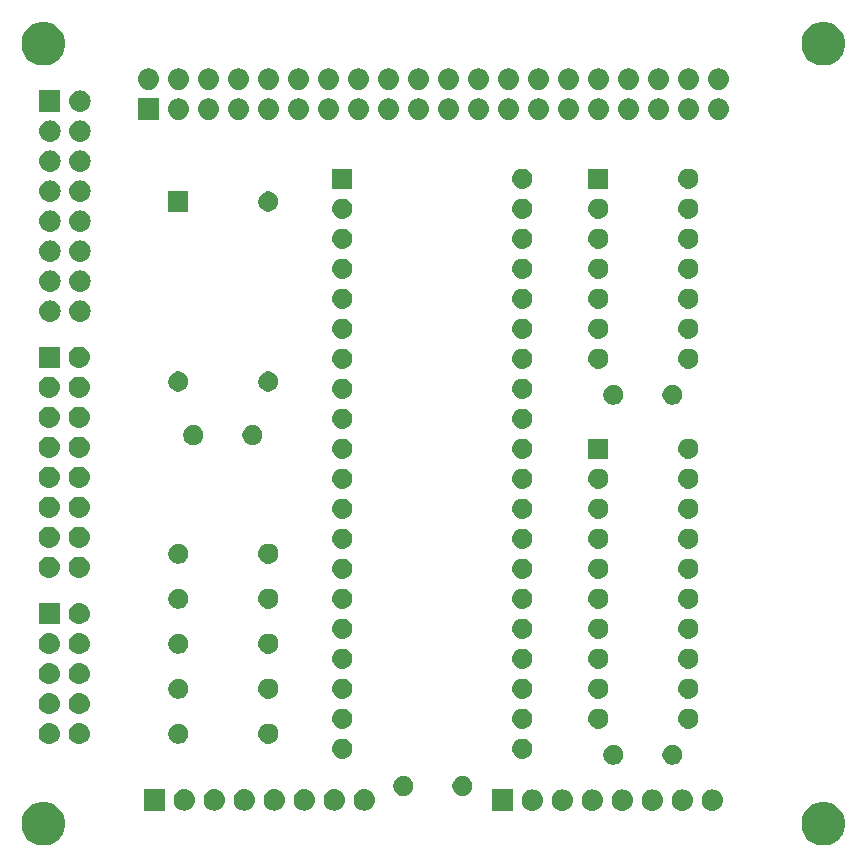
<source format=gts>
%TF.GenerationSoftware,KiCad,Pcbnew,(5.0.1)-3*%
%TF.CreationDate,2018-11-22T18:04:47+01:00*%
%TF.ProjectId,S80 Serial,5338302053657269616C2E6B69636164,1.0*%
%TF.SameCoordinates,Original*%
%TF.FileFunction,Soldermask,Top*%
%TF.FilePolarity,Negative*%
%FSLAX46Y46*%
G04 Gerber Fmt 4.6, Leading zero omitted, Abs format (unit mm)*
G04 Created by KiCad (PCBNEW (5.0.1)-3) date 22/11/2018 18:04:47*
%MOMM*%
%LPD*%
G01*
G04 APERTURE LIST*
%ADD10C,0.150000*%
G04 APERTURE END LIST*
D10*
G36*
X132321612Y-92141000D02*
X132619858Y-92200324D01*
X132956684Y-92339843D01*
X133259814Y-92542388D01*
X133517612Y-92800186D01*
X133720157Y-93103316D01*
X133859676Y-93440142D01*
X133930800Y-93797713D01*
X133930800Y-94162287D01*
X133859676Y-94519858D01*
X133720157Y-94856684D01*
X133517612Y-95159814D01*
X133259814Y-95417612D01*
X132956684Y-95620157D01*
X132619858Y-95759676D01*
X132321612Y-95819000D01*
X132262288Y-95830800D01*
X131897712Y-95830800D01*
X131838388Y-95819000D01*
X131540142Y-95759676D01*
X131203316Y-95620157D01*
X130900186Y-95417612D01*
X130642388Y-95159814D01*
X130439843Y-94856684D01*
X130300324Y-94519858D01*
X130229200Y-94162287D01*
X130229200Y-93797713D01*
X130300324Y-93440142D01*
X130439843Y-93103316D01*
X130642388Y-92800186D01*
X130900186Y-92542388D01*
X131203316Y-92339843D01*
X131540142Y-92200324D01*
X131838388Y-92141000D01*
X131897712Y-92129200D01*
X132262288Y-92129200D01*
X132321612Y-92141000D01*
X132321612Y-92141000D01*
G37*
G36*
X66281612Y-92141000D02*
X66579858Y-92200324D01*
X66916684Y-92339843D01*
X67219814Y-92542388D01*
X67477612Y-92800186D01*
X67680157Y-93103316D01*
X67819676Y-93440142D01*
X67890800Y-93797713D01*
X67890800Y-94162287D01*
X67819676Y-94519858D01*
X67680157Y-94856684D01*
X67477612Y-95159814D01*
X67219814Y-95417612D01*
X66916684Y-95620157D01*
X66579858Y-95759676D01*
X66281612Y-95819000D01*
X66222288Y-95830800D01*
X65857712Y-95830800D01*
X65798388Y-95819000D01*
X65500142Y-95759676D01*
X65163316Y-95620157D01*
X64860186Y-95417612D01*
X64602388Y-95159814D01*
X64399843Y-94856684D01*
X64260324Y-94519858D01*
X64189200Y-94162287D01*
X64189200Y-93797713D01*
X64260324Y-93440142D01*
X64399843Y-93103316D01*
X64602388Y-92800186D01*
X64860186Y-92542388D01*
X65163316Y-92339843D01*
X65500142Y-92200324D01*
X65798388Y-92141000D01*
X65857712Y-92129200D01*
X66222288Y-92129200D01*
X66281612Y-92141000D01*
X66281612Y-92141000D01*
G37*
G36*
X105795180Y-92884360D02*
X103993580Y-92884360D01*
X103993580Y-91082760D01*
X105795180Y-91082760D01*
X105795180Y-92884360D01*
X105795180Y-92884360D01*
G37*
G36*
X115230968Y-91095793D02*
X115400765Y-91147301D01*
X115557258Y-91230948D01*
X115694424Y-91343516D01*
X115806992Y-91480682D01*
X115844764Y-91551349D01*
X115879046Y-91615485D01*
X115890639Y-91637175D01*
X115942147Y-91806972D01*
X115959539Y-91983560D01*
X115942147Y-92160148D01*
X115890639Y-92329945D01*
X115890637Y-92329948D01*
X115890637Y-92329949D01*
X115871506Y-92365741D01*
X115806992Y-92486438D01*
X115694424Y-92623604D01*
X115557258Y-92736172D01*
X115400765Y-92819819D01*
X115230968Y-92871327D01*
X115098639Y-92884360D01*
X115010121Y-92884360D01*
X114877792Y-92871327D01*
X114707995Y-92819819D01*
X114551502Y-92736172D01*
X114414336Y-92623604D01*
X114301768Y-92486438D01*
X114237254Y-92365741D01*
X114218123Y-92329949D01*
X114218123Y-92329948D01*
X114218121Y-92329945D01*
X114166613Y-92160148D01*
X114149221Y-91983560D01*
X114166613Y-91806972D01*
X114218121Y-91637175D01*
X114229715Y-91615485D01*
X114263996Y-91551349D01*
X114301768Y-91480682D01*
X114414336Y-91343516D01*
X114551502Y-91230948D01*
X114707995Y-91147301D01*
X114877792Y-91095793D01*
X115010121Y-91082760D01*
X115098639Y-91082760D01*
X115230968Y-91095793D01*
X115230968Y-91095793D01*
G37*
G36*
X122850968Y-91095793D02*
X123020765Y-91147301D01*
X123177258Y-91230948D01*
X123314424Y-91343516D01*
X123426992Y-91480682D01*
X123464764Y-91551349D01*
X123499046Y-91615485D01*
X123510639Y-91637175D01*
X123562147Y-91806972D01*
X123579539Y-91983560D01*
X123562147Y-92160148D01*
X123510639Y-92329945D01*
X123510637Y-92329948D01*
X123510637Y-92329949D01*
X123491506Y-92365741D01*
X123426992Y-92486438D01*
X123314424Y-92623604D01*
X123177258Y-92736172D01*
X123020765Y-92819819D01*
X122850968Y-92871327D01*
X122718639Y-92884360D01*
X122630121Y-92884360D01*
X122497792Y-92871327D01*
X122327995Y-92819819D01*
X122171502Y-92736172D01*
X122034336Y-92623604D01*
X121921768Y-92486438D01*
X121857254Y-92365741D01*
X121838123Y-92329949D01*
X121838123Y-92329948D01*
X121838121Y-92329945D01*
X121786613Y-92160148D01*
X121769221Y-91983560D01*
X121786613Y-91806972D01*
X121838121Y-91637175D01*
X121849715Y-91615485D01*
X121883996Y-91551349D01*
X121921768Y-91480682D01*
X122034336Y-91343516D01*
X122171502Y-91230948D01*
X122327995Y-91147301D01*
X122497792Y-91095793D01*
X122630121Y-91082760D01*
X122718639Y-91082760D01*
X122850968Y-91095793D01*
X122850968Y-91095793D01*
G37*
G36*
X120310968Y-91095793D02*
X120480765Y-91147301D01*
X120637258Y-91230948D01*
X120774424Y-91343516D01*
X120886992Y-91480682D01*
X120924764Y-91551349D01*
X120959046Y-91615485D01*
X120970639Y-91637175D01*
X121022147Y-91806972D01*
X121039539Y-91983560D01*
X121022147Y-92160148D01*
X120970639Y-92329945D01*
X120970637Y-92329948D01*
X120970637Y-92329949D01*
X120951506Y-92365741D01*
X120886992Y-92486438D01*
X120774424Y-92623604D01*
X120637258Y-92736172D01*
X120480765Y-92819819D01*
X120310968Y-92871327D01*
X120178639Y-92884360D01*
X120090121Y-92884360D01*
X119957792Y-92871327D01*
X119787995Y-92819819D01*
X119631502Y-92736172D01*
X119494336Y-92623604D01*
X119381768Y-92486438D01*
X119317254Y-92365741D01*
X119298123Y-92329949D01*
X119298123Y-92329948D01*
X119298121Y-92329945D01*
X119246613Y-92160148D01*
X119229221Y-91983560D01*
X119246613Y-91806972D01*
X119298121Y-91637175D01*
X119309715Y-91615485D01*
X119343996Y-91551349D01*
X119381768Y-91480682D01*
X119494336Y-91343516D01*
X119631502Y-91230948D01*
X119787995Y-91147301D01*
X119957792Y-91095793D01*
X120090121Y-91082760D01*
X120178639Y-91082760D01*
X120310968Y-91095793D01*
X120310968Y-91095793D01*
G37*
G36*
X117770968Y-91095793D02*
X117940765Y-91147301D01*
X118097258Y-91230948D01*
X118234424Y-91343516D01*
X118346992Y-91480682D01*
X118384764Y-91551349D01*
X118419046Y-91615485D01*
X118430639Y-91637175D01*
X118482147Y-91806972D01*
X118499539Y-91983560D01*
X118482147Y-92160148D01*
X118430639Y-92329945D01*
X118430637Y-92329948D01*
X118430637Y-92329949D01*
X118411506Y-92365741D01*
X118346992Y-92486438D01*
X118234424Y-92623604D01*
X118097258Y-92736172D01*
X117940765Y-92819819D01*
X117770968Y-92871327D01*
X117638639Y-92884360D01*
X117550121Y-92884360D01*
X117417792Y-92871327D01*
X117247995Y-92819819D01*
X117091502Y-92736172D01*
X116954336Y-92623604D01*
X116841768Y-92486438D01*
X116777254Y-92365741D01*
X116758123Y-92329949D01*
X116758123Y-92329948D01*
X116758121Y-92329945D01*
X116706613Y-92160148D01*
X116689221Y-91983560D01*
X116706613Y-91806972D01*
X116758121Y-91637175D01*
X116769715Y-91615485D01*
X116803996Y-91551349D01*
X116841768Y-91480682D01*
X116954336Y-91343516D01*
X117091502Y-91230948D01*
X117247995Y-91147301D01*
X117417792Y-91095793D01*
X117550121Y-91082760D01*
X117638639Y-91082760D01*
X117770968Y-91095793D01*
X117770968Y-91095793D01*
G37*
G36*
X110150968Y-91095793D02*
X110320765Y-91147301D01*
X110477258Y-91230948D01*
X110614424Y-91343516D01*
X110726992Y-91480682D01*
X110764764Y-91551349D01*
X110799046Y-91615485D01*
X110810639Y-91637175D01*
X110862147Y-91806972D01*
X110879539Y-91983560D01*
X110862147Y-92160148D01*
X110810639Y-92329945D01*
X110810637Y-92329948D01*
X110810637Y-92329949D01*
X110791506Y-92365741D01*
X110726992Y-92486438D01*
X110614424Y-92623604D01*
X110477258Y-92736172D01*
X110320765Y-92819819D01*
X110150968Y-92871327D01*
X110018639Y-92884360D01*
X109930121Y-92884360D01*
X109797792Y-92871327D01*
X109627995Y-92819819D01*
X109471502Y-92736172D01*
X109334336Y-92623604D01*
X109221768Y-92486438D01*
X109157254Y-92365741D01*
X109138123Y-92329949D01*
X109138123Y-92329948D01*
X109138121Y-92329945D01*
X109086613Y-92160148D01*
X109069221Y-91983560D01*
X109086613Y-91806972D01*
X109138121Y-91637175D01*
X109149715Y-91615485D01*
X109183996Y-91551349D01*
X109221768Y-91480682D01*
X109334336Y-91343516D01*
X109471502Y-91230948D01*
X109627995Y-91147301D01*
X109797792Y-91095793D01*
X109930121Y-91082760D01*
X110018639Y-91082760D01*
X110150968Y-91095793D01*
X110150968Y-91095793D01*
G37*
G36*
X107610968Y-91095793D02*
X107780765Y-91147301D01*
X107937258Y-91230948D01*
X108074424Y-91343516D01*
X108186992Y-91480682D01*
X108224764Y-91551349D01*
X108259046Y-91615485D01*
X108270639Y-91637175D01*
X108322147Y-91806972D01*
X108339539Y-91983560D01*
X108322147Y-92160148D01*
X108270639Y-92329945D01*
X108270637Y-92329948D01*
X108270637Y-92329949D01*
X108251506Y-92365741D01*
X108186992Y-92486438D01*
X108074424Y-92623604D01*
X107937258Y-92736172D01*
X107780765Y-92819819D01*
X107610968Y-92871327D01*
X107478639Y-92884360D01*
X107390121Y-92884360D01*
X107257792Y-92871327D01*
X107087995Y-92819819D01*
X106931502Y-92736172D01*
X106794336Y-92623604D01*
X106681768Y-92486438D01*
X106617254Y-92365741D01*
X106598123Y-92329949D01*
X106598123Y-92329948D01*
X106598121Y-92329945D01*
X106546613Y-92160148D01*
X106529221Y-91983560D01*
X106546613Y-91806972D01*
X106598121Y-91637175D01*
X106609715Y-91615485D01*
X106643996Y-91551349D01*
X106681768Y-91480682D01*
X106794336Y-91343516D01*
X106931502Y-91230948D01*
X107087995Y-91147301D01*
X107257792Y-91095793D01*
X107390121Y-91082760D01*
X107478639Y-91082760D01*
X107610968Y-91095793D01*
X107610968Y-91095793D01*
G37*
G36*
X112690968Y-91095793D02*
X112860765Y-91147301D01*
X113017258Y-91230948D01*
X113154424Y-91343516D01*
X113266992Y-91480682D01*
X113304764Y-91551349D01*
X113339046Y-91615485D01*
X113350639Y-91637175D01*
X113402147Y-91806972D01*
X113419539Y-91983560D01*
X113402147Y-92160148D01*
X113350639Y-92329945D01*
X113350637Y-92329948D01*
X113350637Y-92329949D01*
X113331506Y-92365741D01*
X113266992Y-92486438D01*
X113154424Y-92623604D01*
X113017258Y-92736172D01*
X112860765Y-92819819D01*
X112690968Y-92871327D01*
X112558639Y-92884360D01*
X112470121Y-92884360D01*
X112337792Y-92871327D01*
X112167995Y-92819819D01*
X112011502Y-92736172D01*
X111874336Y-92623604D01*
X111761768Y-92486438D01*
X111697254Y-92365741D01*
X111678123Y-92329949D01*
X111678123Y-92329948D01*
X111678121Y-92329945D01*
X111626613Y-92160148D01*
X111609221Y-91983560D01*
X111626613Y-91806972D01*
X111678121Y-91637175D01*
X111689715Y-91615485D01*
X111723996Y-91551349D01*
X111761768Y-91480682D01*
X111874336Y-91343516D01*
X112011502Y-91230948D01*
X112167995Y-91147301D01*
X112337792Y-91095793D01*
X112470121Y-91082760D01*
X112558639Y-91082760D01*
X112690968Y-91095793D01*
X112690968Y-91095793D01*
G37*
G36*
X93389508Y-91090713D02*
X93559305Y-91142221D01*
X93715798Y-91225868D01*
X93852964Y-91338436D01*
X93965532Y-91475602D01*
X94049179Y-91632095D01*
X94100687Y-91801892D01*
X94118079Y-91978480D01*
X94100687Y-92155068D01*
X94049179Y-92324865D01*
X93965532Y-92481358D01*
X93852964Y-92618524D01*
X93715798Y-92731092D01*
X93559305Y-92814739D01*
X93389508Y-92866247D01*
X93257179Y-92879280D01*
X93168661Y-92879280D01*
X93036332Y-92866247D01*
X92866535Y-92814739D01*
X92710042Y-92731092D01*
X92572876Y-92618524D01*
X92460308Y-92481358D01*
X92376661Y-92324865D01*
X92325153Y-92155068D01*
X92307761Y-91978480D01*
X92325153Y-91801892D01*
X92376661Y-91632095D01*
X92460308Y-91475602D01*
X92572876Y-91338436D01*
X92710042Y-91225868D01*
X92866535Y-91142221D01*
X93036332Y-91090713D01*
X93168661Y-91077680D01*
X93257179Y-91077680D01*
X93389508Y-91090713D01*
X93389508Y-91090713D01*
G37*
G36*
X90849508Y-91090713D02*
X91019305Y-91142221D01*
X91175798Y-91225868D01*
X91312964Y-91338436D01*
X91425532Y-91475602D01*
X91509179Y-91632095D01*
X91560687Y-91801892D01*
X91578079Y-91978480D01*
X91560687Y-92155068D01*
X91509179Y-92324865D01*
X91425532Y-92481358D01*
X91312964Y-92618524D01*
X91175798Y-92731092D01*
X91019305Y-92814739D01*
X90849508Y-92866247D01*
X90717179Y-92879280D01*
X90628661Y-92879280D01*
X90496332Y-92866247D01*
X90326535Y-92814739D01*
X90170042Y-92731092D01*
X90032876Y-92618524D01*
X89920308Y-92481358D01*
X89836661Y-92324865D01*
X89785153Y-92155068D01*
X89767761Y-91978480D01*
X89785153Y-91801892D01*
X89836661Y-91632095D01*
X89920308Y-91475602D01*
X90032876Y-91338436D01*
X90170042Y-91225868D01*
X90326535Y-91142221D01*
X90496332Y-91090713D01*
X90628661Y-91077680D01*
X90717179Y-91077680D01*
X90849508Y-91090713D01*
X90849508Y-91090713D01*
G37*
G36*
X88309508Y-91090713D02*
X88479305Y-91142221D01*
X88635798Y-91225868D01*
X88772964Y-91338436D01*
X88885532Y-91475602D01*
X88969179Y-91632095D01*
X89020687Y-91801892D01*
X89038079Y-91978480D01*
X89020687Y-92155068D01*
X88969179Y-92324865D01*
X88885532Y-92481358D01*
X88772964Y-92618524D01*
X88635798Y-92731092D01*
X88479305Y-92814739D01*
X88309508Y-92866247D01*
X88177179Y-92879280D01*
X88088661Y-92879280D01*
X87956332Y-92866247D01*
X87786535Y-92814739D01*
X87630042Y-92731092D01*
X87492876Y-92618524D01*
X87380308Y-92481358D01*
X87296661Y-92324865D01*
X87245153Y-92155068D01*
X87227761Y-91978480D01*
X87245153Y-91801892D01*
X87296661Y-91632095D01*
X87380308Y-91475602D01*
X87492876Y-91338436D01*
X87630042Y-91225868D01*
X87786535Y-91142221D01*
X87956332Y-91090713D01*
X88088661Y-91077680D01*
X88177179Y-91077680D01*
X88309508Y-91090713D01*
X88309508Y-91090713D01*
G37*
G36*
X85769508Y-91090713D02*
X85939305Y-91142221D01*
X86095798Y-91225868D01*
X86232964Y-91338436D01*
X86345532Y-91475602D01*
X86429179Y-91632095D01*
X86480687Y-91801892D01*
X86498079Y-91978480D01*
X86480687Y-92155068D01*
X86429179Y-92324865D01*
X86345532Y-92481358D01*
X86232964Y-92618524D01*
X86095798Y-92731092D01*
X85939305Y-92814739D01*
X85769508Y-92866247D01*
X85637179Y-92879280D01*
X85548661Y-92879280D01*
X85416332Y-92866247D01*
X85246535Y-92814739D01*
X85090042Y-92731092D01*
X84952876Y-92618524D01*
X84840308Y-92481358D01*
X84756661Y-92324865D01*
X84705153Y-92155068D01*
X84687761Y-91978480D01*
X84705153Y-91801892D01*
X84756661Y-91632095D01*
X84840308Y-91475602D01*
X84952876Y-91338436D01*
X85090042Y-91225868D01*
X85246535Y-91142221D01*
X85416332Y-91090713D01*
X85548661Y-91077680D01*
X85637179Y-91077680D01*
X85769508Y-91090713D01*
X85769508Y-91090713D01*
G37*
G36*
X83229508Y-91090713D02*
X83399305Y-91142221D01*
X83555798Y-91225868D01*
X83692964Y-91338436D01*
X83805532Y-91475602D01*
X83889179Y-91632095D01*
X83940687Y-91801892D01*
X83958079Y-91978480D01*
X83940687Y-92155068D01*
X83889179Y-92324865D01*
X83805532Y-92481358D01*
X83692964Y-92618524D01*
X83555798Y-92731092D01*
X83399305Y-92814739D01*
X83229508Y-92866247D01*
X83097179Y-92879280D01*
X83008661Y-92879280D01*
X82876332Y-92866247D01*
X82706535Y-92814739D01*
X82550042Y-92731092D01*
X82412876Y-92618524D01*
X82300308Y-92481358D01*
X82216661Y-92324865D01*
X82165153Y-92155068D01*
X82147761Y-91978480D01*
X82165153Y-91801892D01*
X82216661Y-91632095D01*
X82300308Y-91475602D01*
X82412876Y-91338436D01*
X82550042Y-91225868D01*
X82706535Y-91142221D01*
X82876332Y-91090713D01*
X83008661Y-91077680D01*
X83097179Y-91077680D01*
X83229508Y-91090713D01*
X83229508Y-91090713D01*
G37*
G36*
X80689508Y-91090713D02*
X80859305Y-91142221D01*
X81015798Y-91225868D01*
X81152964Y-91338436D01*
X81265532Y-91475602D01*
X81349179Y-91632095D01*
X81400687Y-91801892D01*
X81418079Y-91978480D01*
X81400687Y-92155068D01*
X81349179Y-92324865D01*
X81265532Y-92481358D01*
X81152964Y-92618524D01*
X81015798Y-92731092D01*
X80859305Y-92814739D01*
X80689508Y-92866247D01*
X80557179Y-92879280D01*
X80468661Y-92879280D01*
X80336332Y-92866247D01*
X80166535Y-92814739D01*
X80010042Y-92731092D01*
X79872876Y-92618524D01*
X79760308Y-92481358D01*
X79676661Y-92324865D01*
X79625153Y-92155068D01*
X79607761Y-91978480D01*
X79625153Y-91801892D01*
X79676661Y-91632095D01*
X79760308Y-91475602D01*
X79872876Y-91338436D01*
X80010042Y-91225868D01*
X80166535Y-91142221D01*
X80336332Y-91090713D01*
X80468661Y-91077680D01*
X80557179Y-91077680D01*
X80689508Y-91090713D01*
X80689508Y-91090713D01*
G37*
G36*
X78149508Y-91090713D02*
X78319305Y-91142221D01*
X78475798Y-91225868D01*
X78612964Y-91338436D01*
X78725532Y-91475602D01*
X78809179Y-91632095D01*
X78860687Y-91801892D01*
X78878079Y-91978480D01*
X78860687Y-92155068D01*
X78809179Y-92324865D01*
X78725532Y-92481358D01*
X78612964Y-92618524D01*
X78475798Y-92731092D01*
X78319305Y-92814739D01*
X78149508Y-92866247D01*
X78017179Y-92879280D01*
X77928661Y-92879280D01*
X77796332Y-92866247D01*
X77626535Y-92814739D01*
X77470042Y-92731092D01*
X77332876Y-92618524D01*
X77220308Y-92481358D01*
X77136661Y-92324865D01*
X77085153Y-92155068D01*
X77067761Y-91978480D01*
X77085153Y-91801892D01*
X77136661Y-91632095D01*
X77220308Y-91475602D01*
X77332876Y-91338436D01*
X77470042Y-91225868D01*
X77626535Y-91142221D01*
X77796332Y-91090713D01*
X77928661Y-91077680D01*
X78017179Y-91077680D01*
X78149508Y-91090713D01*
X78149508Y-91090713D01*
G37*
G36*
X76333720Y-92879280D02*
X74532120Y-92879280D01*
X74532120Y-91077680D01*
X76333720Y-91077680D01*
X76333720Y-92879280D01*
X76333720Y-92879280D01*
G37*
G36*
X101768169Y-89979275D02*
X101923005Y-90043411D01*
X102062354Y-90136520D01*
X102180860Y-90255026D01*
X102273969Y-90394375D01*
X102338105Y-90549211D01*
X102370800Y-90713583D01*
X102370800Y-90881177D01*
X102338105Y-91045549D01*
X102273969Y-91200385D01*
X102180860Y-91339734D01*
X102062354Y-91458240D01*
X101923005Y-91551349D01*
X101768169Y-91615485D01*
X101603797Y-91648180D01*
X101436203Y-91648180D01*
X101271831Y-91615485D01*
X101116995Y-91551349D01*
X100977646Y-91458240D01*
X100859140Y-91339734D01*
X100766031Y-91200385D01*
X100701895Y-91045549D01*
X100669200Y-90881177D01*
X100669200Y-90713583D01*
X100701895Y-90549211D01*
X100766031Y-90394375D01*
X100859140Y-90255026D01*
X100977646Y-90136520D01*
X101116995Y-90043411D01*
X101271831Y-89979275D01*
X101436203Y-89946580D01*
X101603797Y-89946580D01*
X101768169Y-89979275D01*
X101768169Y-89979275D01*
G37*
G36*
X96768169Y-89979275D02*
X96923005Y-90043411D01*
X97062354Y-90136520D01*
X97180860Y-90255026D01*
X97273969Y-90394375D01*
X97338105Y-90549211D01*
X97370800Y-90713583D01*
X97370800Y-90881177D01*
X97338105Y-91045549D01*
X97273969Y-91200385D01*
X97180860Y-91339734D01*
X97062354Y-91458240D01*
X96923005Y-91551349D01*
X96768169Y-91615485D01*
X96603797Y-91648180D01*
X96436203Y-91648180D01*
X96271831Y-91615485D01*
X96116995Y-91551349D01*
X95977646Y-91458240D01*
X95859140Y-91339734D01*
X95766031Y-91200385D01*
X95701895Y-91045549D01*
X95669200Y-90881177D01*
X95669200Y-90713583D01*
X95701895Y-90549211D01*
X95766031Y-90394375D01*
X95859140Y-90255026D01*
X95977646Y-90136520D01*
X96116995Y-90043411D01*
X96271831Y-89979275D01*
X96436203Y-89946580D01*
X96603797Y-89946580D01*
X96768169Y-89979275D01*
X96768169Y-89979275D01*
G37*
G36*
X114548169Y-87319895D02*
X114703005Y-87384031D01*
X114842354Y-87477140D01*
X114960860Y-87595646D01*
X115053969Y-87734995D01*
X115118105Y-87889831D01*
X115150800Y-88054203D01*
X115150800Y-88221797D01*
X115118105Y-88386169D01*
X115053969Y-88541005D01*
X114960860Y-88680354D01*
X114842354Y-88798860D01*
X114703005Y-88891969D01*
X114548169Y-88956105D01*
X114383797Y-88988800D01*
X114216203Y-88988800D01*
X114051831Y-88956105D01*
X113896995Y-88891969D01*
X113757646Y-88798860D01*
X113639140Y-88680354D01*
X113546031Y-88541005D01*
X113481895Y-88386169D01*
X113449200Y-88221797D01*
X113449200Y-88054203D01*
X113481895Y-87889831D01*
X113546031Y-87734995D01*
X113639140Y-87595646D01*
X113757646Y-87477140D01*
X113896995Y-87384031D01*
X114051831Y-87319895D01*
X114216203Y-87287200D01*
X114383797Y-87287200D01*
X114548169Y-87319895D01*
X114548169Y-87319895D01*
G37*
G36*
X119548169Y-87319895D02*
X119703005Y-87384031D01*
X119842354Y-87477140D01*
X119960860Y-87595646D01*
X120053969Y-87734995D01*
X120118105Y-87889831D01*
X120150800Y-88054203D01*
X120150800Y-88221797D01*
X120118105Y-88386169D01*
X120053969Y-88541005D01*
X119960860Y-88680354D01*
X119842354Y-88798860D01*
X119703005Y-88891969D01*
X119548169Y-88956105D01*
X119383797Y-88988800D01*
X119216203Y-88988800D01*
X119051831Y-88956105D01*
X118896995Y-88891969D01*
X118757646Y-88798860D01*
X118639140Y-88680354D01*
X118546031Y-88541005D01*
X118481895Y-88386169D01*
X118449200Y-88221797D01*
X118449200Y-88054203D01*
X118481895Y-87889831D01*
X118546031Y-87734995D01*
X118639140Y-87595646D01*
X118757646Y-87477140D01*
X118896995Y-87384031D01*
X119051831Y-87319895D01*
X119216203Y-87287200D01*
X119383797Y-87287200D01*
X119548169Y-87319895D01*
X119548169Y-87319895D01*
G37*
G36*
X91512805Y-86791510D02*
X91673181Y-86840160D01*
X91820986Y-86919163D01*
X91950537Y-87025483D01*
X92056857Y-87155034D01*
X92135860Y-87302839D01*
X92184510Y-87463214D01*
X92200937Y-87630000D01*
X92184510Y-87796786D01*
X92135860Y-87957161D01*
X92056857Y-88104966D01*
X91950537Y-88234517D01*
X91820986Y-88340837D01*
X91673181Y-88419840D01*
X91512805Y-88468490D01*
X91387821Y-88480800D01*
X91304219Y-88480800D01*
X91179235Y-88468490D01*
X91018859Y-88419840D01*
X90871054Y-88340837D01*
X90741503Y-88234517D01*
X90635183Y-88104966D01*
X90556180Y-87957161D01*
X90507530Y-87796786D01*
X90491103Y-87630000D01*
X90507530Y-87463214D01*
X90556180Y-87302839D01*
X90635183Y-87155034D01*
X90741503Y-87025483D01*
X90871054Y-86919163D01*
X91018859Y-86840160D01*
X91179235Y-86791510D01*
X91304219Y-86779200D01*
X91387821Y-86779200D01*
X91512805Y-86791510D01*
X91512805Y-86791510D01*
G37*
G36*
X106752805Y-86791510D02*
X106913181Y-86840160D01*
X107060986Y-86919163D01*
X107190537Y-87025483D01*
X107296857Y-87155034D01*
X107375860Y-87302839D01*
X107424510Y-87463214D01*
X107440937Y-87630000D01*
X107424510Y-87796786D01*
X107375860Y-87957161D01*
X107296857Y-88104966D01*
X107190537Y-88234517D01*
X107060986Y-88340837D01*
X106913181Y-88419840D01*
X106752805Y-88468490D01*
X106627821Y-88480800D01*
X106544219Y-88480800D01*
X106419235Y-88468490D01*
X106258859Y-88419840D01*
X106111054Y-88340837D01*
X105981503Y-88234517D01*
X105875183Y-88104966D01*
X105796180Y-87957161D01*
X105747530Y-87796786D01*
X105731103Y-87630000D01*
X105747530Y-87463214D01*
X105796180Y-87302839D01*
X105875183Y-87155034D01*
X105981503Y-87025483D01*
X106111054Y-86919163D01*
X106258859Y-86840160D01*
X106419235Y-86791510D01*
X106544219Y-86779200D01*
X106627821Y-86779200D01*
X106752805Y-86791510D01*
X106752805Y-86791510D01*
G37*
G36*
X69254428Y-85472233D02*
X69424225Y-85523741D01*
X69580718Y-85607388D01*
X69717884Y-85719956D01*
X69830452Y-85857122D01*
X69914099Y-86013615D01*
X69965607Y-86183412D01*
X69982999Y-86360000D01*
X69965607Y-86536588D01*
X69914099Y-86706385D01*
X69830452Y-86862878D01*
X69717884Y-87000044D01*
X69580718Y-87112612D01*
X69424225Y-87196259D01*
X69254428Y-87247767D01*
X69122099Y-87260800D01*
X69033581Y-87260800D01*
X68901252Y-87247767D01*
X68731455Y-87196259D01*
X68574962Y-87112612D01*
X68437796Y-87000044D01*
X68325228Y-86862878D01*
X68241581Y-86706385D01*
X68190073Y-86536588D01*
X68172681Y-86360000D01*
X68190073Y-86183412D01*
X68241581Y-86013615D01*
X68325228Y-85857122D01*
X68437796Y-85719956D01*
X68574962Y-85607388D01*
X68731455Y-85523741D01*
X68901252Y-85472233D01*
X69033581Y-85459200D01*
X69122099Y-85459200D01*
X69254428Y-85472233D01*
X69254428Y-85472233D01*
G37*
G36*
X66714428Y-85472233D02*
X66884225Y-85523741D01*
X67040718Y-85607388D01*
X67177884Y-85719956D01*
X67290452Y-85857122D01*
X67374099Y-86013615D01*
X67425607Y-86183412D01*
X67442999Y-86360000D01*
X67425607Y-86536588D01*
X67374099Y-86706385D01*
X67290452Y-86862878D01*
X67177884Y-87000044D01*
X67040718Y-87112612D01*
X66884225Y-87196259D01*
X66714428Y-87247767D01*
X66582099Y-87260800D01*
X66493581Y-87260800D01*
X66361252Y-87247767D01*
X66191455Y-87196259D01*
X66034962Y-87112612D01*
X65897796Y-87000044D01*
X65785228Y-86862878D01*
X65701581Y-86706385D01*
X65650073Y-86536588D01*
X65632681Y-86360000D01*
X65650073Y-86183412D01*
X65701581Y-86013615D01*
X65785228Y-85857122D01*
X65897796Y-85719956D01*
X66034962Y-85607388D01*
X66191455Y-85523741D01*
X66361252Y-85472233D01*
X66493581Y-85459200D01*
X66582099Y-85459200D01*
X66714428Y-85472233D01*
X66714428Y-85472233D01*
G37*
G36*
X77718169Y-85541895D02*
X77873005Y-85606031D01*
X78012354Y-85699140D01*
X78130860Y-85817646D01*
X78223969Y-85956995D01*
X78288105Y-86111831D01*
X78320800Y-86276203D01*
X78320800Y-86443797D01*
X78288105Y-86608169D01*
X78223969Y-86763005D01*
X78130860Y-86902354D01*
X78012354Y-87020860D01*
X77873005Y-87113969D01*
X77718169Y-87178105D01*
X77553797Y-87210800D01*
X77386203Y-87210800D01*
X77221831Y-87178105D01*
X77066995Y-87113969D01*
X76927646Y-87020860D01*
X76809140Y-86902354D01*
X76716031Y-86763005D01*
X76651895Y-86608169D01*
X76619200Y-86443797D01*
X76619200Y-86276203D01*
X76651895Y-86111831D01*
X76716031Y-85956995D01*
X76809140Y-85817646D01*
X76927646Y-85699140D01*
X77066995Y-85606031D01*
X77221831Y-85541895D01*
X77386203Y-85509200D01*
X77553797Y-85509200D01*
X77718169Y-85541895D01*
X77718169Y-85541895D01*
G37*
G36*
X85256785Y-85521510D02*
X85417161Y-85570160D01*
X85564966Y-85649163D01*
X85694517Y-85755483D01*
X85800837Y-85885034D01*
X85879840Y-86032839D01*
X85928490Y-86193214D01*
X85944917Y-86360000D01*
X85928490Y-86526786D01*
X85879840Y-86687161D01*
X85800837Y-86834966D01*
X85694517Y-86964517D01*
X85564966Y-87070837D01*
X85417161Y-87149840D01*
X85256785Y-87198490D01*
X85131801Y-87210800D01*
X85048199Y-87210800D01*
X84923215Y-87198490D01*
X84762839Y-87149840D01*
X84615034Y-87070837D01*
X84485483Y-86964517D01*
X84379163Y-86834966D01*
X84300160Y-86687161D01*
X84251510Y-86526786D01*
X84235083Y-86360000D01*
X84251510Y-86193214D01*
X84300160Y-86032839D01*
X84379163Y-85885034D01*
X84485483Y-85755483D01*
X84615034Y-85649163D01*
X84762839Y-85570160D01*
X84923215Y-85521510D01*
X85048199Y-85509200D01*
X85131801Y-85509200D01*
X85256785Y-85521510D01*
X85256785Y-85521510D01*
G37*
G36*
X120816785Y-84251510D02*
X120977161Y-84300160D01*
X121124966Y-84379163D01*
X121254517Y-84485483D01*
X121360837Y-84615034D01*
X121439840Y-84762839D01*
X121488490Y-84923214D01*
X121504917Y-85090000D01*
X121488490Y-85256786D01*
X121439840Y-85417161D01*
X121360837Y-85564966D01*
X121254517Y-85694517D01*
X121124966Y-85800837D01*
X120977161Y-85879840D01*
X120816785Y-85928490D01*
X120691801Y-85940800D01*
X120608199Y-85940800D01*
X120483215Y-85928490D01*
X120322839Y-85879840D01*
X120175034Y-85800837D01*
X120045483Y-85694517D01*
X119939163Y-85564966D01*
X119860160Y-85417161D01*
X119811510Y-85256786D01*
X119795083Y-85090000D01*
X119811510Y-84923214D01*
X119860160Y-84762839D01*
X119939163Y-84615034D01*
X120045483Y-84485483D01*
X120175034Y-84379163D01*
X120322839Y-84300160D01*
X120483215Y-84251510D01*
X120608199Y-84239200D01*
X120691801Y-84239200D01*
X120816785Y-84251510D01*
X120816785Y-84251510D01*
G37*
G36*
X106752805Y-84251510D02*
X106913181Y-84300160D01*
X107060986Y-84379163D01*
X107190537Y-84485483D01*
X107296857Y-84615034D01*
X107375860Y-84762839D01*
X107424510Y-84923214D01*
X107440937Y-85090000D01*
X107424510Y-85256786D01*
X107375860Y-85417161D01*
X107296857Y-85564966D01*
X107190537Y-85694517D01*
X107060986Y-85800837D01*
X106913181Y-85879840D01*
X106752805Y-85928490D01*
X106627821Y-85940800D01*
X106544219Y-85940800D01*
X106419235Y-85928490D01*
X106258859Y-85879840D01*
X106111054Y-85800837D01*
X105981503Y-85694517D01*
X105875183Y-85564966D01*
X105796180Y-85417161D01*
X105747530Y-85256786D01*
X105731103Y-85090000D01*
X105747530Y-84923214D01*
X105796180Y-84762839D01*
X105875183Y-84615034D01*
X105981503Y-84485483D01*
X106111054Y-84379163D01*
X106258859Y-84300160D01*
X106419235Y-84251510D01*
X106544219Y-84239200D01*
X106627821Y-84239200D01*
X106752805Y-84251510D01*
X106752805Y-84251510D01*
G37*
G36*
X91512805Y-84251510D02*
X91673181Y-84300160D01*
X91820986Y-84379163D01*
X91950537Y-84485483D01*
X92056857Y-84615034D01*
X92135860Y-84762839D01*
X92184510Y-84923214D01*
X92200937Y-85090000D01*
X92184510Y-85256786D01*
X92135860Y-85417161D01*
X92056857Y-85564966D01*
X91950537Y-85694517D01*
X91820986Y-85800837D01*
X91673181Y-85879840D01*
X91512805Y-85928490D01*
X91387821Y-85940800D01*
X91304219Y-85940800D01*
X91179235Y-85928490D01*
X91018859Y-85879840D01*
X90871054Y-85800837D01*
X90741503Y-85694517D01*
X90635183Y-85564966D01*
X90556180Y-85417161D01*
X90507530Y-85256786D01*
X90491103Y-85090000D01*
X90507530Y-84923214D01*
X90556180Y-84762839D01*
X90635183Y-84615034D01*
X90741503Y-84485483D01*
X90871054Y-84379163D01*
X91018859Y-84300160D01*
X91179235Y-84251510D01*
X91304219Y-84239200D01*
X91387821Y-84239200D01*
X91512805Y-84251510D01*
X91512805Y-84251510D01*
G37*
G36*
X113196785Y-84251510D02*
X113357161Y-84300160D01*
X113504966Y-84379163D01*
X113634517Y-84485483D01*
X113740837Y-84615034D01*
X113819840Y-84762839D01*
X113868490Y-84923214D01*
X113884917Y-85090000D01*
X113868490Y-85256786D01*
X113819840Y-85417161D01*
X113740837Y-85564966D01*
X113634517Y-85694517D01*
X113504966Y-85800837D01*
X113357161Y-85879840D01*
X113196785Y-85928490D01*
X113071801Y-85940800D01*
X112988199Y-85940800D01*
X112863215Y-85928490D01*
X112702839Y-85879840D01*
X112555034Y-85800837D01*
X112425483Y-85694517D01*
X112319163Y-85564966D01*
X112240160Y-85417161D01*
X112191510Y-85256786D01*
X112175083Y-85090000D01*
X112191510Y-84923214D01*
X112240160Y-84762839D01*
X112319163Y-84615034D01*
X112425483Y-84485483D01*
X112555034Y-84379163D01*
X112702839Y-84300160D01*
X112863215Y-84251510D01*
X112988199Y-84239200D01*
X113071801Y-84239200D01*
X113196785Y-84251510D01*
X113196785Y-84251510D01*
G37*
G36*
X69254428Y-82932233D02*
X69424225Y-82983741D01*
X69580718Y-83067388D01*
X69717884Y-83179956D01*
X69830452Y-83317122D01*
X69914099Y-83473615D01*
X69965607Y-83643412D01*
X69982999Y-83820000D01*
X69965607Y-83996588D01*
X69914099Y-84166385D01*
X69830452Y-84322878D01*
X69717884Y-84460044D01*
X69580718Y-84572612D01*
X69424225Y-84656259D01*
X69254428Y-84707767D01*
X69122099Y-84720800D01*
X69033581Y-84720800D01*
X68901252Y-84707767D01*
X68731455Y-84656259D01*
X68574962Y-84572612D01*
X68437796Y-84460044D01*
X68325228Y-84322878D01*
X68241581Y-84166385D01*
X68190073Y-83996588D01*
X68172681Y-83820000D01*
X68190073Y-83643412D01*
X68241581Y-83473615D01*
X68325228Y-83317122D01*
X68437796Y-83179956D01*
X68574962Y-83067388D01*
X68731455Y-82983741D01*
X68901252Y-82932233D01*
X69033581Y-82919200D01*
X69122099Y-82919200D01*
X69254428Y-82932233D01*
X69254428Y-82932233D01*
G37*
G36*
X66714428Y-82932233D02*
X66884225Y-82983741D01*
X67040718Y-83067388D01*
X67177884Y-83179956D01*
X67290452Y-83317122D01*
X67374099Y-83473615D01*
X67425607Y-83643412D01*
X67442999Y-83820000D01*
X67425607Y-83996588D01*
X67374099Y-84166385D01*
X67290452Y-84322878D01*
X67177884Y-84460044D01*
X67040718Y-84572612D01*
X66884225Y-84656259D01*
X66714428Y-84707767D01*
X66582099Y-84720800D01*
X66493581Y-84720800D01*
X66361252Y-84707767D01*
X66191455Y-84656259D01*
X66034962Y-84572612D01*
X65897796Y-84460044D01*
X65785228Y-84322878D01*
X65701581Y-84166385D01*
X65650073Y-83996588D01*
X65632681Y-83820000D01*
X65650073Y-83643412D01*
X65701581Y-83473615D01*
X65785228Y-83317122D01*
X65897796Y-83179956D01*
X66034962Y-83067388D01*
X66191455Y-82983741D01*
X66361252Y-82932233D01*
X66493581Y-82919200D01*
X66582099Y-82919200D01*
X66714428Y-82932233D01*
X66714428Y-82932233D01*
G37*
G36*
X113196785Y-81711510D02*
X113357161Y-81760160D01*
X113504966Y-81839163D01*
X113634517Y-81945483D01*
X113740837Y-82075034D01*
X113819840Y-82222839D01*
X113868490Y-82383214D01*
X113884917Y-82550000D01*
X113868490Y-82716786D01*
X113819840Y-82877161D01*
X113740837Y-83024966D01*
X113634517Y-83154517D01*
X113504966Y-83260837D01*
X113357161Y-83339840D01*
X113196785Y-83388490D01*
X113071801Y-83400800D01*
X112988199Y-83400800D01*
X112863215Y-83388490D01*
X112702839Y-83339840D01*
X112555034Y-83260837D01*
X112425483Y-83154517D01*
X112319163Y-83024966D01*
X112240160Y-82877161D01*
X112191510Y-82716786D01*
X112175083Y-82550000D01*
X112191510Y-82383214D01*
X112240160Y-82222839D01*
X112319163Y-82075034D01*
X112425483Y-81945483D01*
X112555034Y-81839163D01*
X112702839Y-81760160D01*
X112863215Y-81711510D01*
X112988199Y-81699200D01*
X113071801Y-81699200D01*
X113196785Y-81711510D01*
X113196785Y-81711510D01*
G37*
G36*
X106752805Y-81711510D02*
X106913181Y-81760160D01*
X107060986Y-81839163D01*
X107190537Y-81945483D01*
X107296857Y-82075034D01*
X107375860Y-82222839D01*
X107424510Y-82383214D01*
X107440937Y-82550000D01*
X107424510Y-82716786D01*
X107375860Y-82877161D01*
X107296857Y-83024966D01*
X107190537Y-83154517D01*
X107060986Y-83260837D01*
X106913181Y-83339840D01*
X106752805Y-83388490D01*
X106627821Y-83400800D01*
X106544219Y-83400800D01*
X106419235Y-83388490D01*
X106258859Y-83339840D01*
X106111054Y-83260837D01*
X105981503Y-83154517D01*
X105875183Y-83024966D01*
X105796180Y-82877161D01*
X105747530Y-82716786D01*
X105731103Y-82550000D01*
X105747530Y-82383214D01*
X105796180Y-82222839D01*
X105875183Y-82075034D01*
X105981503Y-81945483D01*
X106111054Y-81839163D01*
X106258859Y-81760160D01*
X106419235Y-81711510D01*
X106544219Y-81699200D01*
X106627821Y-81699200D01*
X106752805Y-81711510D01*
X106752805Y-81711510D01*
G37*
G36*
X85256785Y-81711510D02*
X85417161Y-81760160D01*
X85564966Y-81839163D01*
X85694517Y-81945483D01*
X85800837Y-82075034D01*
X85879840Y-82222839D01*
X85928490Y-82383214D01*
X85944917Y-82550000D01*
X85928490Y-82716786D01*
X85879840Y-82877161D01*
X85800837Y-83024966D01*
X85694517Y-83154517D01*
X85564966Y-83260837D01*
X85417161Y-83339840D01*
X85256785Y-83388490D01*
X85131801Y-83400800D01*
X85048199Y-83400800D01*
X84923215Y-83388490D01*
X84762839Y-83339840D01*
X84615034Y-83260837D01*
X84485483Y-83154517D01*
X84379163Y-83024966D01*
X84300160Y-82877161D01*
X84251510Y-82716786D01*
X84235083Y-82550000D01*
X84251510Y-82383214D01*
X84300160Y-82222839D01*
X84379163Y-82075034D01*
X84485483Y-81945483D01*
X84615034Y-81839163D01*
X84762839Y-81760160D01*
X84923215Y-81711510D01*
X85048199Y-81699200D01*
X85131801Y-81699200D01*
X85256785Y-81711510D01*
X85256785Y-81711510D01*
G37*
G36*
X120816785Y-81711510D02*
X120977161Y-81760160D01*
X121124966Y-81839163D01*
X121254517Y-81945483D01*
X121360837Y-82075034D01*
X121439840Y-82222839D01*
X121488490Y-82383214D01*
X121504917Y-82550000D01*
X121488490Y-82716786D01*
X121439840Y-82877161D01*
X121360837Y-83024966D01*
X121254517Y-83154517D01*
X121124966Y-83260837D01*
X120977161Y-83339840D01*
X120816785Y-83388490D01*
X120691801Y-83400800D01*
X120608199Y-83400800D01*
X120483215Y-83388490D01*
X120322839Y-83339840D01*
X120175034Y-83260837D01*
X120045483Y-83154517D01*
X119939163Y-83024966D01*
X119860160Y-82877161D01*
X119811510Y-82716786D01*
X119795083Y-82550000D01*
X119811510Y-82383214D01*
X119860160Y-82222839D01*
X119939163Y-82075034D01*
X120045483Y-81945483D01*
X120175034Y-81839163D01*
X120322839Y-81760160D01*
X120483215Y-81711510D01*
X120608199Y-81699200D01*
X120691801Y-81699200D01*
X120816785Y-81711510D01*
X120816785Y-81711510D01*
G37*
G36*
X77718169Y-81731895D02*
X77873005Y-81796031D01*
X78012354Y-81889140D01*
X78130860Y-82007646D01*
X78223969Y-82146995D01*
X78288105Y-82301831D01*
X78320800Y-82466203D01*
X78320800Y-82633797D01*
X78288105Y-82798169D01*
X78223969Y-82953005D01*
X78130860Y-83092354D01*
X78012354Y-83210860D01*
X77873005Y-83303969D01*
X77718169Y-83368105D01*
X77553797Y-83400800D01*
X77386203Y-83400800D01*
X77221831Y-83368105D01*
X77066995Y-83303969D01*
X76927646Y-83210860D01*
X76809140Y-83092354D01*
X76716031Y-82953005D01*
X76651895Y-82798169D01*
X76619200Y-82633797D01*
X76619200Y-82466203D01*
X76651895Y-82301831D01*
X76716031Y-82146995D01*
X76809140Y-82007646D01*
X76927646Y-81889140D01*
X77066995Y-81796031D01*
X77221831Y-81731895D01*
X77386203Y-81699200D01*
X77553797Y-81699200D01*
X77718169Y-81731895D01*
X77718169Y-81731895D01*
G37*
G36*
X91512805Y-81711510D02*
X91673181Y-81760160D01*
X91820986Y-81839163D01*
X91950537Y-81945483D01*
X92056857Y-82075034D01*
X92135860Y-82222839D01*
X92184510Y-82383214D01*
X92200937Y-82550000D01*
X92184510Y-82716786D01*
X92135860Y-82877161D01*
X92056857Y-83024966D01*
X91950537Y-83154517D01*
X91820986Y-83260837D01*
X91673181Y-83339840D01*
X91512805Y-83388490D01*
X91387821Y-83400800D01*
X91304219Y-83400800D01*
X91179235Y-83388490D01*
X91018859Y-83339840D01*
X90871054Y-83260837D01*
X90741503Y-83154517D01*
X90635183Y-83024966D01*
X90556180Y-82877161D01*
X90507530Y-82716786D01*
X90491103Y-82550000D01*
X90507530Y-82383214D01*
X90556180Y-82222839D01*
X90635183Y-82075034D01*
X90741503Y-81945483D01*
X90871054Y-81839163D01*
X91018859Y-81760160D01*
X91179235Y-81711510D01*
X91304219Y-81699200D01*
X91387821Y-81699200D01*
X91512805Y-81711510D01*
X91512805Y-81711510D01*
G37*
G36*
X69254428Y-80392233D02*
X69424225Y-80443741D01*
X69580718Y-80527388D01*
X69717884Y-80639956D01*
X69830452Y-80777122D01*
X69914099Y-80933615D01*
X69965607Y-81103412D01*
X69982999Y-81280000D01*
X69965607Y-81456588D01*
X69914099Y-81626385D01*
X69830452Y-81782878D01*
X69717884Y-81920044D01*
X69580718Y-82032612D01*
X69424225Y-82116259D01*
X69254428Y-82167767D01*
X69122099Y-82180800D01*
X69033581Y-82180800D01*
X68901252Y-82167767D01*
X68731455Y-82116259D01*
X68574962Y-82032612D01*
X68437796Y-81920044D01*
X68325228Y-81782878D01*
X68241581Y-81626385D01*
X68190073Y-81456588D01*
X68172681Y-81280000D01*
X68190073Y-81103412D01*
X68241581Y-80933615D01*
X68325228Y-80777122D01*
X68437796Y-80639956D01*
X68574962Y-80527388D01*
X68731455Y-80443741D01*
X68901252Y-80392233D01*
X69033581Y-80379200D01*
X69122099Y-80379200D01*
X69254428Y-80392233D01*
X69254428Y-80392233D01*
G37*
G36*
X66714428Y-80392233D02*
X66884225Y-80443741D01*
X67040718Y-80527388D01*
X67177884Y-80639956D01*
X67290452Y-80777122D01*
X67374099Y-80933615D01*
X67425607Y-81103412D01*
X67442999Y-81280000D01*
X67425607Y-81456588D01*
X67374099Y-81626385D01*
X67290452Y-81782878D01*
X67177884Y-81920044D01*
X67040718Y-82032612D01*
X66884225Y-82116259D01*
X66714428Y-82167767D01*
X66582099Y-82180800D01*
X66493581Y-82180800D01*
X66361252Y-82167767D01*
X66191455Y-82116259D01*
X66034962Y-82032612D01*
X65897796Y-81920044D01*
X65785228Y-81782878D01*
X65701581Y-81626385D01*
X65650073Y-81456588D01*
X65632681Y-81280000D01*
X65650073Y-81103412D01*
X65701581Y-80933615D01*
X65785228Y-80777122D01*
X65897796Y-80639956D01*
X66034962Y-80527388D01*
X66191455Y-80443741D01*
X66361252Y-80392233D01*
X66493581Y-80379200D01*
X66582099Y-80379200D01*
X66714428Y-80392233D01*
X66714428Y-80392233D01*
G37*
G36*
X91512805Y-79171510D02*
X91673181Y-79220160D01*
X91820986Y-79299163D01*
X91950537Y-79405483D01*
X92056857Y-79535034D01*
X92135860Y-79682839D01*
X92184510Y-79843214D01*
X92200937Y-80010000D01*
X92184510Y-80176786D01*
X92135860Y-80337161D01*
X92056857Y-80484966D01*
X91950537Y-80614517D01*
X91820986Y-80720837D01*
X91673181Y-80799840D01*
X91512805Y-80848490D01*
X91387821Y-80860800D01*
X91304219Y-80860800D01*
X91179235Y-80848490D01*
X91018859Y-80799840D01*
X90871054Y-80720837D01*
X90741503Y-80614517D01*
X90635183Y-80484966D01*
X90556180Y-80337161D01*
X90507530Y-80176786D01*
X90491103Y-80010000D01*
X90507530Y-79843214D01*
X90556180Y-79682839D01*
X90635183Y-79535034D01*
X90741503Y-79405483D01*
X90871054Y-79299163D01*
X91018859Y-79220160D01*
X91179235Y-79171510D01*
X91304219Y-79159200D01*
X91387821Y-79159200D01*
X91512805Y-79171510D01*
X91512805Y-79171510D01*
G37*
G36*
X106752805Y-79171510D02*
X106913181Y-79220160D01*
X107060986Y-79299163D01*
X107190537Y-79405483D01*
X107296857Y-79535034D01*
X107375860Y-79682839D01*
X107424510Y-79843214D01*
X107440937Y-80010000D01*
X107424510Y-80176786D01*
X107375860Y-80337161D01*
X107296857Y-80484966D01*
X107190537Y-80614517D01*
X107060986Y-80720837D01*
X106913181Y-80799840D01*
X106752805Y-80848490D01*
X106627821Y-80860800D01*
X106544219Y-80860800D01*
X106419235Y-80848490D01*
X106258859Y-80799840D01*
X106111054Y-80720837D01*
X105981503Y-80614517D01*
X105875183Y-80484966D01*
X105796180Y-80337161D01*
X105747530Y-80176786D01*
X105731103Y-80010000D01*
X105747530Y-79843214D01*
X105796180Y-79682839D01*
X105875183Y-79535034D01*
X105981503Y-79405483D01*
X106111054Y-79299163D01*
X106258859Y-79220160D01*
X106419235Y-79171510D01*
X106544219Y-79159200D01*
X106627821Y-79159200D01*
X106752805Y-79171510D01*
X106752805Y-79171510D01*
G37*
G36*
X113196785Y-79171510D02*
X113357161Y-79220160D01*
X113504966Y-79299163D01*
X113634517Y-79405483D01*
X113740837Y-79535034D01*
X113819840Y-79682839D01*
X113868490Y-79843214D01*
X113884917Y-80010000D01*
X113868490Y-80176786D01*
X113819840Y-80337161D01*
X113740837Y-80484966D01*
X113634517Y-80614517D01*
X113504966Y-80720837D01*
X113357161Y-80799840D01*
X113196785Y-80848490D01*
X113071801Y-80860800D01*
X112988199Y-80860800D01*
X112863215Y-80848490D01*
X112702839Y-80799840D01*
X112555034Y-80720837D01*
X112425483Y-80614517D01*
X112319163Y-80484966D01*
X112240160Y-80337161D01*
X112191510Y-80176786D01*
X112175083Y-80010000D01*
X112191510Y-79843214D01*
X112240160Y-79682839D01*
X112319163Y-79535034D01*
X112425483Y-79405483D01*
X112555034Y-79299163D01*
X112702839Y-79220160D01*
X112863215Y-79171510D01*
X112988199Y-79159200D01*
X113071801Y-79159200D01*
X113196785Y-79171510D01*
X113196785Y-79171510D01*
G37*
G36*
X120816785Y-79171510D02*
X120977161Y-79220160D01*
X121124966Y-79299163D01*
X121254517Y-79405483D01*
X121360837Y-79535034D01*
X121439840Y-79682839D01*
X121488490Y-79843214D01*
X121504917Y-80010000D01*
X121488490Y-80176786D01*
X121439840Y-80337161D01*
X121360837Y-80484966D01*
X121254517Y-80614517D01*
X121124966Y-80720837D01*
X120977161Y-80799840D01*
X120816785Y-80848490D01*
X120691801Y-80860800D01*
X120608199Y-80860800D01*
X120483215Y-80848490D01*
X120322839Y-80799840D01*
X120175034Y-80720837D01*
X120045483Y-80614517D01*
X119939163Y-80484966D01*
X119860160Y-80337161D01*
X119811510Y-80176786D01*
X119795083Y-80010000D01*
X119811510Y-79843214D01*
X119860160Y-79682839D01*
X119939163Y-79535034D01*
X120045483Y-79405483D01*
X120175034Y-79299163D01*
X120322839Y-79220160D01*
X120483215Y-79171510D01*
X120608199Y-79159200D01*
X120691801Y-79159200D01*
X120816785Y-79171510D01*
X120816785Y-79171510D01*
G37*
G36*
X66714428Y-77852233D02*
X66884225Y-77903741D01*
X67040718Y-77987388D01*
X67177884Y-78099956D01*
X67290452Y-78237122D01*
X67374099Y-78393615D01*
X67425607Y-78563412D01*
X67442999Y-78740000D01*
X67425607Y-78916588D01*
X67374099Y-79086385D01*
X67290452Y-79242878D01*
X67177884Y-79380044D01*
X67040718Y-79492612D01*
X66884225Y-79576259D01*
X66714428Y-79627767D01*
X66582099Y-79640800D01*
X66493581Y-79640800D01*
X66361252Y-79627767D01*
X66191455Y-79576259D01*
X66034962Y-79492612D01*
X65897796Y-79380044D01*
X65785228Y-79242878D01*
X65701581Y-79086385D01*
X65650073Y-78916588D01*
X65632681Y-78740000D01*
X65650073Y-78563412D01*
X65701581Y-78393615D01*
X65785228Y-78237122D01*
X65897796Y-78099956D01*
X66034962Y-77987388D01*
X66191455Y-77903741D01*
X66361252Y-77852233D01*
X66493581Y-77839200D01*
X66582099Y-77839200D01*
X66714428Y-77852233D01*
X66714428Y-77852233D01*
G37*
G36*
X69254428Y-77852233D02*
X69424225Y-77903741D01*
X69580718Y-77987388D01*
X69717884Y-78099956D01*
X69830452Y-78237122D01*
X69914099Y-78393615D01*
X69965607Y-78563412D01*
X69982999Y-78740000D01*
X69965607Y-78916588D01*
X69914099Y-79086385D01*
X69830452Y-79242878D01*
X69717884Y-79380044D01*
X69580718Y-79492612D01*
X69424225Y-79576259D01*
X69254428Y-79627767D01*
X69122099Y-79640800D01*
X69033581Y-79640800D01*
X68901252Y-79627767D01*
X68731455Y-79576259D01*
X68574962Y-79492612D01*
X68437796Y-79380044D01*
X68325228Y-79242878D01*
X68241581Y-79086385D01*
X68190073Y-78916588D01*
X68172681Y-78740000D01*
X68190073Y-78563412D01*
X68241581Y-78393615D01*
X68325228Y-78237122D01*
X68437796Y-78099956D01*
X68574962Y-77987388D01*
X68731455Y-77903741D01*
X68901252Y-77852233D01*
X69033581Y-77839200D01*
X69122099Y-77839200D01*
X69254428Y-77852233D01*
X69254428Y-77852233D01*
G37*
G36*
X85256785Y-77901510D02*
X85417161Y-77950160D01*
X85564966Y-78029163D01*
X85694517Y-78135483D01*
X85800837Y-78265034D01*
X85879840Y-78412839D01*
X85928490Y-78573214D01*
X85944917Y-78740000D01*
X85928490Y-78906786D01*
X85879840Y-79067161D01*
X85800837Y-79214966D01*
X85694517Y-79344517D01*
X85564966Y-79450837D01*
X85417161Y-79529840D01*
X85256785Y-79578490D01*
X85131801Y-79590800D01*
X85048199Y-79590800D01*
X84923215Y-79578490D01*
X84762839Y-79529840D01*
X84615034Y-79450837D01*
X84485483Y-79344517D01*
X84379163Y-79214966D01*
X84300160Y-79067161D01*
X84251510Y-78906786D01*
X84235083Y-78740000D01*
X84251510Y-78573214D01*
X84300160Y-78412839D01*
X84379163Y-78265034D01*
X84485483Y-78135483D01*
X84615034Y-78029163D01*
X84762839Y-77950160D01*
X84923215Y-77901510D01*
X85048199Y-77889200D01*
X85131801Y-77889200D01*
X85256785Y-77901510D01*
X85256785Y-77901510D01*
G37*
G36*
X77718169Y-77921895D02*
X77873005Y-77986031D01*
X78012354Y-78079140D01*
X78130860Y-78197646D01*
X78223969Y-78336995D01*
X78288105Y-78491831D01*
X78320800Y-78656203D01*
X78320800Y-78823797D01*
X78288105Y-78988169D01*
X78223969Y-79143005D01*
X78130860Y-79282354D01*
X78012354Y-79400860D01*
X77873005Y-79493969D01*
X77718169Y-79558105D01*
X77553797Y-79590800D01*
X77386203Y-79590800D01*
X77221831Y-79558105D01*
X77066995Y-79493969D01*
X76927646Y-79400860D01*
X76809140Y-79282354D01*
X76716031Y-79143005D01*
X76651895Y-78988169D01*
X76619200Y-78823797D01*
X76619200Y-78656203D01*
X76651895Y-78491831D01*
X76716031Y-78336995D01*
X76809140Y-78197646D01*
X76927646Y-78079140D01*
X77066995Y-77986031D01*
X77221831Y-77921895D01*
X77386203Y-77889200D01*
X77553797Y-77889200D01*
X77718169Y-77921895D01*
X77718169Y-77921895D01*
G37*
G36*
X113196785Y-76631510D02*
X113357161Y-76680160D01*
X113504966Y-76759163D01*
X113634517Y-76865483D01*
X113740837Y-76995034D01*
X113819840Y-77142839D01*
X113868490Y-77303214D01*
X113884917Y-77470000D01*
X113868490Y-77636786D01*
X113819840Y-77797161D01*
X113740837Y-77944966D01*
X113634517Y-78074517D01*
X113504966Y-78180837D01*
X113357161Y-78259840D01*
X113196785Y-78308490D01*
X113071801Y-78320800D01*
X112988199Y-78320800D01*
X112863215Y-78308490D01*
X112702839Y-78259840D01*
X112555034Y-78180837D01*
X112425483Y-78074517D01*
X112319163Y-77944966D01*
X112240160Y-77797161D01*
X112191510Y-77636786D01*
X112175083Y-77470000D01*
X112191510Y-77303214D01*
X112240160Y-77142839D01*
X112319163Y-76995034D01*
X112425483Y-76865483D01*
X112555034Y-76759163D01*
X112702839Y-76680160D01*
X112863215Y-76631510D01*
X112988199Y-76619200D01*
X113071801Y-76619200D01*
X113196785Y-76631510D01*
X113196785Y-76631510D01*
G37*
G36*
X120816785Y-76631510D02*
X120977161Y-76680160D01*
X121124966Y-76759163D01*
X121254517Y-76865483D01*
X121360837Y-76995034D01*
X121439840Y-77142839D01*
X121488490Y-77303214D01*
X121504917Y-77470000D01*
X121488490Y-77636786D01*
X121439840Y-77797161D01*
X121360837Y-77944966D01*
X121254517Y-78074517D01*
X121124966Y-78180837D01*
X120977161Y-78259840D01*
X120816785Y-78308490D01*
X120691801Y-78320800D01*
X120608199Y-78320800D01*
X120483215Y-78308490D01*
X120322839Y-78259840D01*
X120175034Y-78180837D01*
X120045483Y-78074517D01*
X119939163Y-77944966D01*
X119860160Y-77797161D01*
X119811510Y-77636786D01*
X119795083Y-77470000D01*
X119811510Y-77303214D01*
X119860160Y-77142839D01*
X119939163Y-76995034D01*
X120045483Y-76865483D01*
X120175034Y-76759163D01*
X120322839Y-76680160D01*
X120483215Y-76631510D01*
X120608199Y-76619200D01*
X120691801Y-76619200D01*
X120816785Y-76631510D01*
X120816785Y-76631510D01*
G37*
G36*
X91512805Y-76631510D02*
X91673181Y-76680160D01*
X91820986Y-76759163D01*
X91950537Y-76865483D01*
X92056857Y-76995034D01*
X92135860Y-77142839D01*
X92184510Y-77303214D01*
X92200937Y-77470000D01*
X92184510Y-77636786D01*
X92135860Y-77797161D01*
X92056857Y-77944966D01*
X91950537Y-78074517D01*
X91820986Y-78180837D01*
X91673181Y-78259840D01*
X91512805Y-78308490D01*
X91387821Y-78320800D01*
X91304219Y-78320800D01*
X91179235Y-78308490D01*
X91018859Y-78259840D01*
X90871054Y-78180837D01*
X90741503Y-78074517D01*
X90635183Y-77944966D01*
X90556180Y-77797161D01*
X90507530Y-77636786D01*
X90491103Y-77470000D01*
X90507530Y-77303214D01*
X90556180Y-77142839D01*
X90635183Y-76995034D01*
X90741503Y-76865483D01*
X90871054Y-76759163D01*
X91018859Y-76680160D01*
X91179235Y-76631510D01*
X91304219Y-76619200D01*
X91387821Y-76619200D01*
X91512805Y-76631510D01*
X91512805Y-76631510D01*
G37*
G36*
X106752805Y-76631510D02*
X106913181Y-76680160D01*
X107060986Y-76759163D01*
X107190537Y-76865483D01*
X107296857Y-76995034D01*
X107375860Y-77142839D01*
X107424510Y-77303214D01*
X107440937Y-77470000D01*
X107424510Y-77636786D01*
X107375860Y-77797161D01*
X107296857Y-77944966D01*
X107190537Y-78074517D01*
X107060986Y-78180837D01*
X106913181Y-78259840D01*
X106752805Y-78308490D01*
X106627821Y-78320800D01*
X106544219Y-78320800D01*
X106419235Y-78308490D01*
X106258859Y-78259840D01*
X106111054Y-78180837D01*
X105981503Y-78074517D01*
X105875183Y-77944966D01*
X105796180Y-77797161D01*
X105747530Y-77636786D01*
X105731103Y-77470000D01*
X105747530Y-77303214D01*
X105796180Y-77142839D01*
X105875183Y-76995034D01*
X105981503Y-76865483D01*
X106111054Y-76759163D01*
X106258859Y-76680160D01*
X106419235Y-76631510D01*
X106544219Y-76619200D01*
X106627821Y-76619200D01*
X106752805Y-76631510D01*
X106752805Y-76631510D01*
G37*
G36*
X69254428Y-75312233D02*
X69424225Y-75363741D01*
X69580718Y-75447388D01*
X69717884Y-75559956D01*
X69830452Y-75697122D01*
X69914099Y-75853615D01*
X69965607Y-76023412D01*
X69982999Y-76200000D01*
X69965607Y-76376588D01*
X69914099Y-76546385D01*
X69830452Y-76702878D01*
X69717884Y-76840044D01*
X69580718Y-76952612D01*
X69424225Y-77036259D01*
X69254428Y-77087767D01*
X69122099Y-77100800D01*
X69033581Y-77100800D01*
X68901252Y-77087767D01*
X68731455Y-77036259D01*
X68574962Y-76952612D01*
X68437796Y-76840044D01*
X68325228Y-76702878D01*
X68241581Y-76546385D01*
X68190073Y-76376588D01*
X68172681Y-76200000D01*
X68190073Y-76023412D01*
X68241581Y-75853615D01*
X68325228Y-75697122D01*
X68437796Y-75559956D01*
X68574962Y-75447388D01*
X68731455Y-75363741D01*
X68901252Y-75312233D01*
X69033581Y-75299200D01*
X69122099Y-75299200D01*
X69254428Y-75312233D01*
X69254428Y-75312233D01*
G37*
G36*
X67438640Y-77100800D02*
X65637040Y-77100800D01*
X65637040Y-75299200D01*
X67438640Y-75299200D01*
X67438640Y-77100800D01*
X67438640Y-77100800D01*
G37*
G36*
X120816785Y-74091510D02*
X120977161Y-74140160D01*
X121124966Y-74219163D01*
X121254517Y-74325483D01*
X121360837Y-74455034D01*
X121439840Y-74602839D01*
X121488490Y-74763214D01*
X121504917Y-74930000D01*
X121488490Y-75096786D01*
X121439840Y-75257161D01*
X121360837Y-75404966D01*
X121254517Y-75534517D01*
X121124966Y-75640837D01*
X120977161Y-75719840D01*
X120816785Y-75768490D01*
X120691801Y-75780800D01*
X120608199Y-75780800D01*
X120483215Y-75768490D01*
X120322839Y-75719840D01*
X120175034Y-75640837D01*
X120045483Y-75534517D01*
X119939163Y-75404966D01*
X119860160Y-75257161D01*
X119811510Y-75096786D01*
X119795083Y-74930000D01*
X119811510Y-74763214D01*
X119860160Y-74602839D01*
X119939163Y-74455034D01*
X120045483Y-74325483D01*
X120175034Y-74219163D01*
X120322839Y-74140160D01*
X120483215Y-74091510D01*
X120608199Y-74079200D01*
X120691801Y-74079200D01*
X120816785Y-74091510D01*
X120816785Y-74091510D01*
G37*
G36*
X113196785Y-74091510D02*
X113357161Y-74140160D01*
X113504966Y-74219163D01*
X113634517Y-74325483D01*
X113740837Y-74455034D01*
X113819840Y-74602839D01*
X113868490Y-74763214D01*
X113884917Y-74930000D01*
X113868490Y-75096786D01*
X113819840Y-75257161D01*
X113740837Y-75404966D01*
X113634517Y-75534517D01*
X113504966Y-75640837D01*
X113357161Y-75719840D01*
X113196785Y-75768490D01*
X113071801Y-75780800D01*
X112988199Y-75780800D01*
X112863215Y-75768490D01*
X112702839Y-75719840D01*
X112555034Y-75640837D01*
X112425483Y-75534517D01*
X112319163Y-75404966D01*
X112240160Y-75257161D01*
X112191510Y-75096786D01*
X112175083Y-74930000D01*
X112191510Y-74763214D01*
X112240160Y-74602839D01*
X112319163Y-74455034D01*
X112425483Y-74325483D01*
X112555034Y-74219163D01*
X112702839Y-74140160D01*
X112863215Y-74091510D01*
X112988199Y-74079200D01*
X113071801Y-74079200D01*
X113196785Y-74091510D01*
X113196785Y-74091510D01*
G37*
G36*
X85256785Y-74091510D02*
X85417161Y-74140160D01*
X85564966Y-74219163D01*
X85694517Y-74325483D01*
X85800837Y-74455034D01*
X85879840Y-74602839D01*
X85928490Y-74763214D01*
X85944917Y-74930000D01*
X85928490Y-75096786D01*
X85879840Y-75257161D01*
X85800837Y-75404966D01*
X85694517Y-75534517D01*
X85564966Y-75640837D01*
X85417161Y-75719840D01*
X85256785Y-75768490D01*
X85131801Y-75780800D01*
X85048199Y-75780800D01*
X84923215Y-75768490D01*
X84762839Y-75719840D01*
X84615034Y-75640837D01*
X84485483Y-75534517D01*
X84379163Y-75404966D01*
X84300160Y-75257161D01*
X84251510Y-75096786D01*
X84235083Y-74930000D01*
X84251510Y-74763214D01*
X84300160Y-74602839D01*
X84379163Y-74455034D01*
X84485483Y-74325483D01*
X84615034Y-74219163D01*
X84762839Y-74140160D01*
X84923215Y-74091510D01*
X85048199Y-74079200D01*
X85131801Y-74079200D01*
X85256785Y-74091510D01*
X85256785Y-74091510D01*
G37*
G36*
X91512805Y-74091510D02*
X91673181Y-74140160D01*
X91820986Y-74219163D01*
X91950537Y-74325483D01*
X92056857Y-74455034D01*
X92135860Y-74602839D01*
X92184510Y-74763214D01*
X92200937Y-74930000D01*
X92184510Y-75096786D01*
X92135860Y-75257161D01*
X92056857Y-75404966D01*
X91950537Y-75534517D01*
X91820986Y-75640837D01*
X91673181Y-75719840D01*
X91512805Y-75768490D01*
X91387821Y-75780800D01*
X91304219Y-75780800D01*
X91179235Y-75768490D01*
X91018859Y-75719840D01*
X90871054Y-75640837D01*
X90741503Y-75534517D01*
X90635183Y-75404966D01*
X90556180Y-75257161D01*
X90507530Y-75096786D01*
X90491103Y-74930000D01*
X90507530Y-74763214D01*
X90556180Y-74602839D01*
X90635183Y-74455034D01*
X90741503Y-74325483D01*
X90871054Y-74219163D01*
X91018859Y-74140160D01*
X91179235Y-74091510D01*
X91304219Y-74079200D01*
X91387821Y-74079200D01*
X91512805Y-74091510D01*
X91512805Y-74091510D01*
G37*
G36*
X106752805Y-74091510D02*
X106913181Y-74140160D01*
X107060986Y-74219163D01*
X107190537Y-74325483D01*
X107296857Y-74455034D01*
X107375860Y-74602839D01*
X107424510Y-74763214D01*
X107440937Y-74930000D01*
X107424510Y-75096786D01*
X107375860Y-75257161D01*
X107296857Y-75404966D01*
X107190537Y-75534517D01*
X107060986Y-75640837D01*
X106913181Y-75719840D01*
X106752805Y-75768490D01*
X106627821Y-75780800D01*
X106544219Y-75780800D01*
X106419235Y-75768490D01*
X106258859Y-75719840D01*
X106111054Y-75640837D01*
X105981503Y-75534517D01*
X105875183Y-75404966D01*
X105796180Y-75257161D01*
X105747530Y-75096786D01*
X105731103Y-74930000D01*
X105747530Y-74763214D01*
X105796180Y-74602839D01*
X105875183Y-74455034D01*
X105981503Y-74325483D01*
X106111054Y-74219163D01*
X106258859Y-74140160D01*
X106419235Y-74091510D01*
X106544219Y-74079200D01*
X106627821Y-74079200D01*
X106752805Y-74091510D01*
X106752805Y-74091510D01*
G37*
G36*
X77718169Y-74111895D02*
X77873005Y-74176031D01*
X78012354Y-74269140D01*
X78130860Y-74387646D01*
X78223969Y-74526995D01*
X78288105Y-74681831D01*
X78320800Y-74846203D01*
X78320800Y-75013797D01*
X78288105Y-75178169D01*
X78223969Y-75333005D01*
X78130860Y-75472354D01*
X78012354Y-75590860D01*
X77873005Y-75683969D01*
X77718169Y-75748105D01*
X77553797Y-75780800D01*
X77386203Y-75780800D01*
X77221831Y-75748105D01*
X77066995Y-75683969D01*
X76927646Y-75590860D01*
X76809140Y-75472354D01*
X76716031Y-75333005D01*
X76651895Y-75178169D01*
X76619200Y-75013797D01*
X76619200Y-74846203D01*
X76651895Y-74681831D01*
X76716031Y-74526995D01*
X76809140Y-74387646D01*
X76927646Y-74269140D01*
X77066995Y-74176031D01*
X77221831Y-74111895D01*
X77386203Y-74079200D01*
X77553797Y-74079200D01*
X77718169Y-74111895D01*
X77718169Y-74111895D01*
G37*
G36*
X120816785Y-71551510D02*
X120977161Y-71600160D01*
X121124966Y-71679163D01*
X121254517Y-71785483D01*
X121360837Y-71915034D01*
X121439840Y-72062839D01*
X121488490Y-72223214D01*
X121504917Y-72390000D01*
X121488490Y-72556786D01*
X121439840Y-72717161D01*
X121360837Y-72864966D01*
X121254517Y-72994517D01*
X121124966Y-73100837D01*
X120977161Y-73179840D01*
X120816785Y-73228490D01*
X120691801Y-73240800D01*
X120608199Y-73240800D01*
X120483215Y-73228490D01*
X120322839Y-73179840D01*
X120175034Y-73100837D01*
X120045483Y-72994517D01*
X119939163Y-72864966D01*
X119860160Y-72717161D01*
X119811510Y-72556786D01*
X119795083Y-72390000D01*
X119811510Y-72223214D01*
X119860160Y-72062839D01*
X119939163Y-71915034D01*
X120045483Y-71785483D01*
X120175034Y-71679163D01*
X120322839Y-71600160D01*
X120483215Y-71551510D01*
X120608199Y-71539200D01*
X120691801Y-71539200D01*
X120816785Y-71551510D01*
X120816785Y-71551510D01*
G37*
G36*
X113196785Y-71551510D02*
X113357161Y-71600160D01*
X113504966Y-71679163D01*
X113634517Y-71785483D01*
X113740837Y-71915034D01*
X113819840Y-72062839D01*
X113868490Y-72223214D01*
X113884917Y-72390000D01*
X113868490Y-72556786D01*
X113819840Y-72717161D01*
X113740837Y-72864966D01*
X113634517Y-72994517D01*
X113504966Y-73100837D01*
X113357161Y-73179840D01*
X113196785Y-73228490D01*
X113071801Y-73240800D01*
X112988199Y-73240800D01*
X112863215Y-73228490D01*
X112702839Y-73179840D01*
X112555034Y-73100837D01*
X112425483Y-72994517D01*
X112319163Y-72864966D01*
X112240160Y-72717161D01*
X112191510Y-72556786D01*
X112175083Y-72390000D01*
X112191510Y-72223214D01*
X112240160Y-72062839D01*
X112319163Y-71915034D01*
X112425483Y-71785483D01*
X112555034Y-71679163D01*
X112702839Y-71600160D01*
X112863215Y-71551510D01*
X112988199Y-71539200D01*
X113071801Y-71539200D01*
X113196785Y-71551510D01*
X113196785Y-71551510D01*
G37*
G36*
X106752805Y-71551510D02*
X106913181Y-71600160D01*
X107060986Y-71679163D01*
X107190537Y-71785483D01*
X107296857Y-71915034D01*
X107375860Y-72062839D01*
X107424510Y-72223214D01*
X107440937Y-72390000D01*
X107424510Y-72556786D01*
X107375860Y-72717161D01*
X107296857Y-72864966D01*
X107190537Y-72994517D01*
X107060986Y-73100837D01*
X106913181Y-73179840D01*
X106752805Y-73228490D01*
X106627821Y-73240800D01*
X106544219Y-73240800D01*
X106419235Y-73228490D01*
X106258859Y-73179840D01*
X106111054Y-73100837D01*
X105981503Y-72994517D01*
X105875183Y-72864966D01*
X105796180Y-72717161D01*
X105747530Y-72556786D01*
X105731103Y-72390000D01*
X105747530Y-72223214D01*
X105796180Y-72062839D01*
X105875183Y-71915034D01*
X105981503Y-71785483D01*
X106111054Y-71679163D01*
X106258859Y-71600160D01*
X106419235Y-71551510D01*
X106544219Y-71539200D01*
X106627821Y-71539200D01*
X106752805Y-71551510D01*
X106752805Y-71551510D01*
G37*
G36*
X91512805Y-71551510D02*
X91673181Y-71600160D01*
X91820986Y-71679163D01*
X91950537Y-71785483D01*
X92056857Y-71915034D01*
X92135860Y-72062839D01*
X92184510Y-72223214D01*
X92200937Y-72390000D01*
X92184510Y-72556786D01*
X92135860Y-72717161D01*
X92056857Y-72864966D01*
X91950537Y-72994517D01*
X91820986Y-73100837D01*
X91673181Y-73179840D01*
X91512805Y-73228490D01*
X91387821Y-73240800D01*
X91304219Y-73240800D01*
X91179235Y-73228490D01*
X91018859Y-73179840D01*
X90871054Y-73100837D01*
X90741503Y-72994517D01*
X90635183Y-72864966D01*
X90556180Y-72717161D01*
X90507530Y-72556786D01*
X90491103Y-72390000D01*
X90507530Y-72223214D01*
X90556180Y-72062839D01*
X90635183Y-71915034D01*
X90741503Y-71785483D01*
X90871054Y-71679163D01*
X91018859Y-71600160D01*
X91179235Y-71551510D01*
X91304219Y-71539200D01*
X91387821Y-71539200D01*
X91512805Y-71551510D01*
X91512805Y-71551510D01*
G37*
G36*
X66709348Y-71377773D02*
X66879145Y-71429281D01*
X67035638Y-71512928D01*
X67172804Y-71625496D01*
X67285372Y-71762662D01*
X67369019Y-71919155D01*
X67420527Y-72088952D01*
X67437919Y-72265540D01*
X67420527Y-72442128D01*
X67369019Y-72611925D01*
X67285372Y-72768418D01*
X67172804Y-72905584D01*
X67035638Y-73018152D01*
X66879145Y-73101799D01*
X66709348Y-73153307D01*
X66577019Y-73166340D01*
X66488501Y-73166340D01*
X66356172Y-73153307D01*
X66186375Y-73101799D01*
X66029882Y-73018152D01*
X65892716Y-72905584D01*
X65780148Y-72768418D01*
X65696501Y-72611925D01*
X65644993Y-72442128D01*
X65627601Y-72265540D01*
X65644993Y-72088952D01*
X65696501Y-71919155D01*
X65780148Y-71762662D01*
X65892716Y-71625496D01*
X66029882Y-71512928D01*
X66186375Y-71429281D01*
X66356172Y-71377773D01*
X66488501Y-71364740D01*
X66577019Y-71364740D01*
X66709348Y-71377773D01*
X66709348Y-71377773D01*
G37*
G36*
X69249348Y-71377773D02*
X69419145Y-71429281D01*
X69575638Y-71512928D01*
X69712804Y-71625496D01*
X69825372Y-71762662D01*
X69909019Y-71919155D01*
X69960527Y-72088952D01*
X69977919Y-72265540D01*
X69960527Y-72442128D01*
X69909019Y-72611925D01*
X69825372Y-72768418D01*
X69712804Y-72905584D01*
X69575638Y-73018152D01*
X69419145Y-73101799D01*
X69249348Y-73153307D01*
X69117019Y-73166340D01*
X69028501Y-73166340D01*
X68896172Y-73153307D01*
X68726375Y-73101799D01*
X68569882Y-73018152D01*
X68432716Y-72905584D01*
X68320148Y-72768418D01*
X68236501Y-72611925D01*
X68184993Y-72442128D01*
X68167601Y-72265540D01*
X68184993Y-72088952D01*
X68236501Y-71919155D01*
X68320148Y-71762662D01*
X68432716Y-71625496D01*
X68569882Y-71512928D01*
X68726375Y-71429281D01*
X68896172Y-71377773D01*
X69028501Y-71364740D01*
X69117019Y-71364740D01*
X69249348Y-71377773D01*
X69249348Y-71377773D01*
G37*
G36*
X77718169Y-70301895D02*
X77873005Y-70366031D01*
X78012354Y-70459140D01*
X78130860Y-70577646D01*
X78223969Y-70716995D01*
X78288105Y-70871831D01*
X78320800Y-71036203D01*
X78320800Y-71203797D01*
X78288105Y-71368169D01*
X78223969Y-71523005D01*
X78130860Y-71662354D01*
X78012354Y-71780860D01*
X77873005Y-71873969D01*
X77718169Y-71938105D01*
X77553797Y-71970800D01*
X77386203Y-71970800D01*
X77221831Y-71938105D01*
X77066995Y-71873969D01*
X76927646Y-71780860D01*
X76809140Y-71662354D01*
X76716031Y-71523005D01*
X76651895Y-71368169D01*
X76619200Y-71203797D01*
X76619200Y-71036203D01*
X76651895Y-70871831D01*
X76716031Y-70716995D01*
X76809140Y-70577646D01*
X76927646Y-70459140D01*
X77066995Y-70366031D01*
X77221831Y-70301895D01*
X77386203Y-70269200D01*
X77553797Y-70269200D01*
X77718169Y-70301895D01*
X77718169Y-70301895D01*
G37*
G36*
X85256785Y-70281510D02*
X85417161Y-70330160D01*
X85564966Y-70409163D01*
X85694517Y-70515483D01*
X85800837Y-70645034D01*
X85879840Y-70792839D01*
X85928490Y-70953214D01*
X85944917Y-71120000D01*
X85928490Y-71286786D01*
X85879840Y-71447161D01*
X85800837Y-71594966D01*
X85694517Y-71724517D01*
X85564966Y-71830837D01*
X85417161Y-71909840D01*
X85256785Y-71958490D01*
X85131801Y-71970800D01*
X85048199Y-71970800D01*
X84923215Y-71958490D01*
X84762839Y-71909840D01*
X84615034Y-71830837D01*
X84485483Y-71724517D01*
X84379163Y-71594966D01*
X84300160Y-71447161D01*
X84251510Y-71286786D01*
X84235083Y-71120000D01*
X84251510Y-70953214D01*
X84300160Y-70792839D01*
X84379163Y-70645034D01*
X84485483Y-70515483D01*
X84615034Y-70409163D01*
X84762839Y-70330160D01*
X84923215Y-70281510D01*
X85048199Y-70269200D01*
X85131801Y-70269200D01*
X85256785Y-70281510D01*
X85256785Y-70281510D01*
G37*
G36*
X120816785Y-69011510D02*
X120977161Y-69060160D01*
X121124966Y-69139163D01*
X121254517Y-69245483D01*
X121360837Y-69375034D01*
X121439840Y-69522839D01*
X121488490Y-69683214D01*
X121504917Y-69850000D01*
X121488490Y-70016786D01*
X121439840Y-70177161D01*
X121360837Y-70324966D01*
X121254517Y-70454517D01*
X121124966Y-70560837D01*
X120977161Y-70639840D01*
X120816785Y-70688490D01*
X120691801Y-70700800D01*
X120608199Y-70700800D01*
X120483215Y-70688490D01*
X120322839Y-70639840D01*
X120175034Y-70560837D01*
X120045483Y-70454517D01*
X119939163Y-70324966D01*
X119860160Y-70177161D01*
X119811510Y-70016786D01*
X119795083Y-69850000D01*
X119811510Y-69683214D01*
X119860160Y-69522839D01*
X119939163Y-69375034D01*
X120045483Y-69245483D01*
X120175034Y-69139163D01*
X120322839Y-69060160D01*
X120483215Y-69011510D01*
X120608199Y-68999200D01*
X120691801Y-68999200D01*
X120816785Y-69011510D01*
X120816785Y-69011510D01*
G37*
G36*
X113196785Y-69011510D02*
X113357161Y-69060160D01*
X113504966Y-69139163D01*
X113634517Y-69245483D01*
X113740837Y-69375034D01*
X113819840Y-69522839D01*
X113868490Y-69683214D01*
X113884917Y-69850000D01*
X113868490Y-70016786D01*
X113819840Y-70177161D01*
X113740837Y-70324966D01*
X113634517Y-70454517D01*
X113504966Y-70560837D01*
X113357161Y-70639840D01*
X113196785Y-70688490D01*
X113071801Y-70700800D01*
X112988199Y-70700800D01*
X112863215Y-70688490D01*
X112702839Y-70639840D01*
X112555034Y-70560837D01*
X112425483Y-70454517D01*
X112319163Y-70324966D01*
X112240160Y-70177161D01*
X112191510Y-70016786D01*
X112175083Y-69850000D01*
X112191510Y-69683214D01*
X112240160Y-69522839D01*
X112319163Y-69375034D01*
X112425483Y-69245483D01*
X112555034Y-69139163D01*
X112702839Y-69060160D01*
X112863215Y-69011510D01*
X112988199Y-68999200D01*
X113071801Y-68999200D01*
X113196785Y-69011510D01*
X113196785Y-69011510D01*
G37*
G36*
X106752805Y-69011510D02*
X106913181Y-69060160D01*
X107060986Y-69139163D01*
X107190537Y-69245483D01*
X107296857Y-69375034D01*
X107375860Y-69522839D01*
X107424510Y-69683214D01*
X107440937Y-69850000D01*
X107424510Y-70016786D01*
X107375860Y-70177161D01*
X107296857Y-70324966D01*
X107190537Y-70454517D01*
X107060986Y-70560837D01*
X106913181Y-70639840D01*
X106752805Y-70688490D01*
X106627821Y-70700800D01*
X106544219Y-70700800D01*
X106419235Y-70688490D01*
X106258859Y-70639840D01*
X106111054Y-70560837D01*
X105981503Y-70454517D01*
X105875183Y-70324966D01*
X105796180Y-70177161D01*
X105747530Y-70016786D01*
X105731103Y-69850000D01*
X105747530Y-69683214D01*
X105796180Y-69522839D01*
X105875183Y-69375034D01*
X105981503Y-69245483D01*
X106111054Y-69139163D01*
X106258859Y-69060160D01*
X106419235Y-69011510D01*
X106544219Y-68999200D01*
X106627821Y-68999200D01*
X106752805Y-69011510D01*
X106752805Y-69011510D01*
G37*
G36*
X91512805Y-69011510D02*
X91673181Y-69060160D01*
X91820986Y-69139163D01*
X91950537Y-69245483D01*
X92056857Y-69375034D01*
X92135860Y-69522839D01*
X92184510Y-69683214D01*
X92200937Y-69850000D01*
X92184510Y-70016786D01*
X92135860Y-70177161D01*
X92056857Y-70324966D01*
X91950537Y-70454517D01*
X91820986Y-70560837D01*
X91673181Y-70639840D01*
X91512805Y-70688490D01*
X91387821Y-70700800D01*
X91304219Y-70700800D01*
X91179235Y-70688490D01*
X91018859Y-70639840D01*
X90871054Y-70560837D01*
X90741503Y-70454517D01*
X90635183Y-70324966D01*
X90556180Y-70177161D01*
X90507530Y-70016786D01*
X90491103Y-69850000D01*
X90507530Y-69683214D01*
X90556180Y-69522839D01*
X90635183Y-69375034D01*
X90741503Y-69245483D01*
X90871054Y-69139163D01*
X91018859Y-69060160D01*
X91179235Y-69011510D01*
X91304219Y-68999200D01*
X91387821Y-68999200D01*
X91512805Y-69011510D01*
X91512805Y-69011510D01*
G37*
G36*
X66709348Y-68837773D02*
X66879145Y-68889281D01*
X67035638Y-68972928D01*
X67172804Y-69085496D01*
X67285372Y-69222662D01*
X67369019Y-69379155D01*
X67420527Y-69548952D01*
X67437919Y-69725540D01*
X67420527Y-69902128D01*
X67369019Y-70071925D01*
X67285372Y-70228418D01*
X67172804Y-70365584D01*
X67035638Y-70478152D01*
X66879145Y-70561799D01*
X66709348Y-70613307D01*
X66577019Y-70626340D01*
X66488501Y-70626340D01*
X66356172Y-70613307D01*
X66186375Y-70561799D01*
X66029882Y-70478152D01*
X65892716Y-70365584D01*
X65780148Y-70228418D01*
X65696501Y-70071925D01*
X65644993Y-69902128D01*
X65627601Y-69725540D01*
X65644993Y-69548952D01*
X65696501Y-69379155D01*
X65780148Y-69222662D01*
X65892716Y-69085496D01*
X66029882Y-68972928D01*
X66186375Y-68889281D01*
X66356172Y-68837773D01*
X66488501Y-68824740D01*
X66577019Y-68824740D01*
X66709348Y-68837773D01*
X66709348Y-68837773D01*
G37*
G36*
X69249348Y-68837773D02*
X69419145Y-68889281D01*
X69575638Y-68972928D01*
X69712804Y-69085496D01*
X69825372Y-69222662D01*
X69909019Y-69379155D01*
X69960527Y-69548952D01*
X69977919Y-69725540D01*
X69960527Y-69902128D01*
X69909019Y-70071925D01*
X69825372Y-70228418D01*
X69712804Y-70365584D01*
X69575638Y-70478152D01*
X69419145Y-70561799D01*
X69249348Y-70613307D01*
X69117019Y-70626340D01*
X69028501Y-70626340D01*
X68896172Y-70613307D01*
X68726375Y-70561799D01*
X68569882Y-70478152D01*
X68432716Y-70365584D01*
X68320148Y-70228418D01*
X68236501Y-70071925D01*
X68184993Y-69902128D01*
X68167601Y-69725540D01*
X68184993Y-69548952D01*
X68236501Y-69379155D01*
X68320148Y-69222662D01*
X68432716Y-69085496D01*
X68569882Y-68972928D01*
X68726375Y-68889281D01*
X68896172Y-68837773D01*
X69028501Y-68824740D01*
X69117019Y-68824740D01*
X69249348Y-68837773D01*
X69249348Y-68837773D01*
G37*
G36*
X113196785Y-66471510D02*
X113357161Y-66520160D01*
X113504966Y-66599163D01*
X113634517Y-66705483D01*
X113740837Y-66835034D01*
X113819840Y-66982839D01*
X113868490Y-67143214D01*
X113884917Y-67310000D01*
X113868490Y-67476786D01*
X113819840Y-67637161D01*
X113740837Y-67784966D01*
X113634517Y-67914517D01*
X113504966Y-68020837D01*
X113357161Y-68099840D01*
X113196785Y-68148490D01*
X113071801Y-68160800D01*
X112988199Y-68160800D01*
X112863215Y-68148490D01*
X112702839Y-68099840D01*
X112555034Y-68020837D01*
X112425483Y-67914517D01*
X112319163Y-67784966D01*
X112240160Y-67637161D01*
X112191510Y-67476786D01*
X112175083Y-67310000D01*
X112191510Y-67143214D01*
X112240160Y-66982839D01*
X112319163Y-66835034D01*
X112425483Y-66705483D01*
X112555034Y-66599163D01*
X112702839Y-66520160D01*
X112863215Y-66471510D01*
X112988199Y-66459200D01*
X113071801Y-66459200D01*
X113196785Y-66471510D01*
X113196785Y-66471510D01*
G37*
G36*
X91512805Y-66471510D02*
X91673181Y-66520160D01*
X91820986Y-66599163D01*
X91950537Y-66705483D01*
X92056857Y-66835034D01*
X92135860Y-66982839D01*
X92184510Y-67143214D01*
X92200937Y-67310000D01*
X92184510Y-67476786D01*
X92135860Y-67637161D01*
X92056857Y-67784966D01*
X91950537Y-67914517D01*
X91820986Y-68020837D01*
X91673181Y-68099840D01*
X91512805Y-68148490D01*
X91387821Y-68160800D01*
X91304219Y-68160800D01*
X91179235Y-68148490D01*
X91018859Y-68099840D01*
X90871054Y-68020837D01*
X90741503Y-67914517D01*
X90635183Y-67784966D01*
X90556180Y-67637161D01*
X90507530Y-67476786D01*
X90491103Y-67310000D01*
X90507530Y-67143214D01*
X90556180Y-66982839D01*
X90635183Y-66835034D01*
X90741503Y-66705483D01*
X90871054Y-66599163D01*
X91018859Y-66520160D01*
X91179235Y-66471510D01*
X91304219Y-66459200D01*
X91387821Y-66459200D01*
X91512805Y-66471510D01*
X91512805Y-66471510D01*
G37*
G36*
X106752805Y-66471510D02*
X106913181Y-66520160D01*
X107060986Y-66599163D01*
X107190537Y-66705483D01*
X107296857Y-66835034D01*
X107375860Y-66982839D01*
X107424510Y-67143214D01*
X107440937Y-67310000D01*
X107424510Y-67476786D01*
X107375860Y-67637161D01*
X107296857Y-67784966D01*
X107190537Y-67914517D01*
X107060986Y-68020837D01*
X106913181Y-68099840D01*
X106752805Y-68148490D01*
X106627821Y-68160800D01*
X106544219Y-68160800D01*
X106419235Y-68148490D01*
X106258859Y-68099840D01*
X106111054Y-68020837D01*
X105981503Y-67914517D01*
X105875183Y-67784966D01*
X105796180Y-67637161D01*
X105747530Y-67476786D01*
X105731103Y-67310000D01*
X105747530Y-67143214D01*
X105796180Y-66982839D01*
X105875183Y-66835034D01*
X105981503Y-66705483D01*
X106111054Y-66599163D01*
X106258859Y-66520160D01*
X106419235Y-66471510D01*
X106544219Y-66459200D01*
X106627821Y-66459200D01*
X106752805Y-66471510D01*
X106752805Y-66471510D01*
G37*
G36*
X120816785Y-66471510D02*
X120977161Y-66520160D01*
X121124966Y-66599163D01*
X121254517Y-66705483D01*
X121360837Y-66835034D01*
X121439840Y-66982839D01*
X121488490Y-67143214D01*
X121504917Y-67310000D01*
X121488490Y-67476786D01*
X121439840Y-67637161D01*
X121360837Y-67784966D01*
X121254517Y-67914517D01*
X121124966Y-68020837D01*
X120977161Y-68099840D01*
X120816785Y-68148490D01*
X120691801Y-68160800D01*
X120608199Y-68160800D01*
X120483215Y-68148490D01*
X120322839Y-68099840D01*
X120175034Y-68020837D01*
X120045483Y-67914517D01*
X119939163Y-67784966D01*
X119860160Y-67637161D01*
X119811510Y-67476786D01*
X119795083Y-67310000D01*
X119811510Y-67143214D01*
X119860160Y-66982839D01*
X119939163Y-66835034D01*
X120045483Y-66705483D01*
X120175034Y-66599163D01*
X120322839Y-66520160D01*
X120483215Y-66471510D01*
X120608199Y-66459200D01*
X120691801Y-66459200D01*
X120816785Y-66471510D01*
X120816785Y-66471510D01*
G37*
G36*
X69249348Y-66297773D02*
X69419145Y-66349281D01*
X69575638Y-66432928D01*
X69712804Y-66545496D01*
X69825372Y-66682662D01*
X69909019Y-66839155D01*
X69960527Y-67008952D01*
X69977919Y-67185540D01*
X69960527Y-67362128D01*
X69909019Y-67531925D01*
X69825372Y-67688418D01*
X69712804Y-67825584D01*
X69575638Y-67938152D01*
X69419145Y-68021799D01*
X69249348Y-68073307D01*
X69117019Y-68086340D01*
X69028501Y-68086340D01*
X68896172Y-68073307D01*
X68726375Y-68021799D01*
X68569882Y-67938152D01*
X68432716Y-67825584D01*
X68320148Y-67688418D01*
X68236501Y-67531925D01*
X68184993Y-67362128D01*
X68167601Y-67185540D01*
X68184993Y-67008952D01*
X68236501Y-66839155D01*
X68320148Y-66682662D01*
X68432716Y-66545496D01*
X68569882Y-66432928D01*
X68726375Y-66349281D01*
X68896172Y-66297773D01*
X69028501Y-66284740D01*
X69117019Y-66284740D01*
X69249348Y-66297773D01*
X69249348Y-66297773D01*
G37*
G36*
X66709348Y-66297773D02*
X66879145Y-66349281D01*
X67035638Y-66432928D01*
X67172804Y-66545496D01*
X67285372Y-66682662D01*
X67369019Y-66839155D01*
X67420527Y-67008952D01*
X67437919Y-67185540D01*
X67420527Y-67362128D01*
X67369019Y-67531925D01*
X67285372Y-67688418D01*
X67172804Y-67825584D01*
X67035638Y-67938152D01*
X66879145Y-68021799D01*
X66709348Y-68073307D01*
X66577019Y-68086340D01*
X66488501Y-68086340D01*
X66356172Y-68073307D01*
X66186375Y-68021799D01*
X66029882Y-67938152D01*
X65892716Y-67825584D01*
X65780148Y-67688418D01*
X65696501Y-67531925D01*
X65644993Y-67362128D01*
X65627601Y-67185540D01*
X65644993Y-67008952D01*
X65696501Y-66839155D01*
X65780148Y-66682662D01*
X65892716Y-66545496D01*
X66029882Y-66432928D01*
X66186375Y-66349281D01*
X66356172Y-66297773D01*
X66488501Y-66284740D01*
X66577019Y-66284740D01*
X66709348Y-66297773D01*
X66709348Y-66297773D01*
G37*
G36*
X91512805Y-63931510D02*
X91673181Y-63980160D01*
X91820986Y-64059163D01*
X91950537Y-64165483D01*
X92056857Y-64295034D01*
X92135860Y-64442839D01*
X92184510Y-64603214D01*
X92200937Y-64770000D01*
X92184510Y-64936786D01*
X92135860Y-65097161D01*
X92056857Y-65244966D01*
X91950537Y-65374517D01*
X91820986Y-65480837D01*
X91673181Y-65559840D01*
X91512805Y-65608490D01*
X91387821Y-65620800D01*
X91304219Y-65620800D01*
X91179235Y-65608490D01*
X91018859Y-65559840D01*
X90871054Y-65480837D01*
X90741503Y-65374517D01*
X90635183Y-65244966D01*
X90556180Y-65097161D01*
X90507530Y-64936786D01*
X90491103Y-64770000D01*
X90507530Y-64603214D01*
X90556180Y-64442839D01*
X90635183Y-64295034D01*
X90741503Y-64165483D01*
X90871054Y-64059163D01*
X91018859Y-63980160D01*
X91179235Y-63931510D01*
X91304219Y-63919200D01*
X91387821Y-63919200D01*
X91512805Y-63931510D01*
X91512805Y-63931510D01*
G37*
G36*
X106752805Y-63931510D02*
X106913181Y-63980160D01*
X107060986Y-64059163D01*
X107190537Y-64165483D01*
X107296857Y-64295034D01*
X107375860Y-64442839D01*
X107424510Y-64603214D01*
X107440937Y-64770000D01*
X107424510Y-64936786D01*
X107375860Y-65097161D01*
X107296857Y-65244966D01*
X107190537Y-65374517D01*
X107060986Y-65480837D01*
X106913181Y-65559840D01*
X106752805Y-65608490D01*
X106627821Y-65620800D01*
X106544219Y-65620800D01*
X106419235Y-65608490D01*
X106258859Y-65559840D01*
X106111054Y-65480837D01*
X105981503Y-65374517D01*
X105875183Y-65244966D01*
X105796180Y-65097161D01*
X105747530Y-64936786D01*
X105731103Y-64770000D01*
X105747530Y-64603214D01*
X105796180Y-64442839D01*
X105875183Y-64295034D01*
X105981503Y-64165483D01*
X106111054Y-64059163D01*
X106258859Y-63980160D01*
X106419235Y-63931510D01*
X106544219Y-63919200D01*
X106627821Y-63919200D01*
X106752805Y-63931510D01*
X106752805Y-63931510D01*
G37*
G36*
X120816785Y-63931510D02*
X120977161Y-63980160D01*
X121124966Y-64059163D01*
X121254517Y-64165483D01*
X121360837Y-64295034D01*
X121439840Y-64442839D01*
X121488490Y-64603214D01*
X121504917Y-64770000D01*
X121488490Y-64936786D01*
X121439840Y-65097161D01*
X121360837Y-65244966D01*
X121254517Y-65374517D01*
X121124966Y-65480837D01*
X120977161Y-65559840D01*
X120816785Y-65608490D01*
X120691801Y-65620800D01*
X120608199Y-65620800D01*
X120483215Y-65608490D01*
X120322839Y-65559840D01*
X120175034Y-65480837D01*
X120045483Y-65374517D01*
X119939163Y-65244966D01*
X119860160Y-65097161D01*
X119811510Y-64936786D01*
X119795083Y-64770000D01*
X119811510Y-64603214D01*
X119860160Y-64442839D01*
X119939163Y-64295034D01*
X120045483Y-64165483D01*
X120175034Y-64059163D01*
X120322839Y-63980160D01*
X120483215Y-63931510D01*
X120608199Y-63919200D01*
X120691801Y-63919200D01*
X120816785Y-63931510D01*
X120816785Y-63931510D01*
G37*
G36*
X113196785Y-63931510D02*
X113357161Y-63980160D01*
X113504966Y-64059163D01*
X113634517Y-64165483D01*
X113740837Y-64295034D01*
X113819840Y-64442839D01*
X113868490Y-64603214D01*
X113884917Y-64770000D01*
X113868490Y-64936786D01*
X113819840Y-65097161D01*
X113740837Y-65244966D01*
X113634517Y-65374517D01*
X113504966Y-65480837D01*
X113357161Y-65559840D01*
X113196785Y-65608490D01*
X113071801Y-65620800D01*
X112988199Y-65620800D01*
X112863215Y-65608490D01*
X112702839Y-65559840D01*
X112555034Y-65480837D01*
X112425483Y-65374517D01*
X112319163Y-65244966D01*
X112240160Y-65097161D01*
X112191510Y-64936786D01*
X112175083Y-64770000D01*
X112191510Y-64603214D01*
X112240160Y-64442839D01*
X112319163Y-64295034D01*
X112425483Y-64165483D01*
X112555034Y-64059163D01*
X112702839Y-63980160D01*
X112863215Y-63931510D01*
X112988199Y-63919200D01*
X113071801Y-63919200D01*
X113196785Y-63931510D01*
X113196785Y-63931510D01*
G37*
G36*
X69249348Y-63757773D02*
X69419145Y-63809281D01*
X69575638Y-63892928D01*
X69712804Y-64005496D01*
X69825372Y-64142662D01*
X69909019Y-64299155D01*
X69960527Y-64468952D01*
X69977919Y-64645540D01*
X69960527Y-64822128D01*
X69909019Y-64991925D01*
X69825372Y-65148418D01*
X69712804Y-65285584D01*
X69575638Y-65398152D01*
X69419145Y-65481799D01*
X69249348Y-65533307D01*
X69117019Y-65546340D01*
X69028501Y-65546340D01*
X68896172Y-65533307D01*
X68726375Y-65481799D01*
X68569882Y-65398152D01*
X68432716Y-65285584D01*
X68320148Y-65148418D01*
X68236501Y-64991925D01*
X68184993Y-64822128D01*
X68167601Y-64645540D01*
X68184993Y-64468952D01*
X68236501Y-64299155D01*
X68320148Y-64142662D01*
X68432716Y-64005496D01*
X68569882Y-63892928D01*
X68726375Y-63809281D01*
X68896172Y-63757773D01*
X69028501Y-63744740D01*
X69117019Y-63744740D01*
X69249348Y-63757773D01*
X69249348Y-63757773D01*
G37*
G36*
X66709348Y-63757773D02*
X66879145Y-63809281D01*
X67035638Y-63892928D01*
X67172804Y-64005496D01*
X67285372Y-64142662D01*
X67369019Y-64299155D01*
X67420527Y-64468952D01*
X67437919Y-64645540D01*
X67420527Y-64822128D01*
X67369019Y-64991925D01*
X67285372Y-65148418D01*
X67172804Y-65285584D01*
X67035638Y-65398152D01*
X66879145Y-65481799D01*
X66709348Y-65533307D01*
X66577019Y-65546340D01*
X66488501Y-65546340D01*
X66356172Y-65533307D01*
X66186375Y-65481799D01*
X66029882Y-65398152D01*
X65892716Y-65285584D01*
X65780148Y-65148418D01*
X65696501Y-64991925D01*
X65644993Y-64822128D01*
X65627601Y-64645540D01*
X65644993Y-64468952D01*
X65696501Y-64299155D01*
X65780148Y-64142662D01*
X65892716Y-64005496D01*
X66029882Y-63892928D01*
X66186375Y-63809281D01*
X66356172Y-63757773D01*
X66488501Y-63744740D01*
X66577019Y-63744740D01*
X66709348Y-63757773D01*
X66709348Y-63757773D01*
G37*
G36*
X106752805Y-61391510D02*
X106913181Y-61440160D01*
X107060986Y-61519163D01*
X107190537Y-61625483D01*
X107296857Y-61755034D01*
X107375860Y-61902839D01*
X107424510Y-62063214D01*
X107440937Y-62230000D01*
X107424510Y-62396786D01*
X107375860Y-62557161D01*
X107296857Y-62704966D01*
X107190537Y-62834517D01*
X107060986Y-62940837D01*
X106913181Y-63019840D01*
X106752805Y-63068490D01*
X106627821Y-63080800D01*
X106544219Y-63080800D01*
X106419235Y-63068490D01*
X106258859Y-63019840D01*
X106111054Y-62940837D01*
X105981503Y-62834517D01*
X105875183Y-62704966D01*
X105796180Y-62557161D01*
X105747530Y-62396786D01*
X105731103Y-62230000D01*
X105747530Y-62063214D01*
X105796180Y-61902839D01*
X105875183Y-61755034D01*
X105981503Y-61625483D01*
X106111054Y-61519163D01*
X106258859Y-61440160D01*
X106419235Y-61391510D01*
X106544219Y-61379200D01*
X106627821Y-61379200D01*
X106752805Y-61391510D01*
X106752805Y-61391510D01*
G37*
G36*
X91512805Y-61391510D02*
X91673181Y-61440160D01*
X91820986Y-61519163D01*
X91950537Y-61625483D01*
X92056857Y-61755034D01*
X92135860Y-61902839D01*
X92184510Y-62063214D01*
X92200937Y-62230000D01*
X92184510Y-62396786D01*
X92135860Y-62557161D01*
X92056857Y-62704966D01*
X91950537Y-62834517D01*
X91820986Y-62940837D01*
X91673181Y-63019840D01*
X91512805Y-63068490D01*
X91387821Y-63080800D01*
X91304219Y-63080800D01*
X91179235Y-63068490D01*
X91018859Y-63019840D01*
X90871054Y-62940837D01*
X90741503Y-62834517D01*
X90635183Y-62704966D01*
X90556180Y-62557161D01*
X90507530Y-62396786D01*
X90491103Y-62230000D01*
X90507530Y-62063214D01*
X90556180Y-61902839D01*
X90635183Y-61755034D01*
X90741503Y-61625483D01*
X90871054Y-61519163D01*
X91018859Y-61440160D01*
X91179235Y-61391510D01*
X91304219Y-61379200D01*
X91387821Y-61379200D01*
X91512805Y-61391510D01*
X91512805Y-61391510D01*
G37*
G36*
X113880800Y-63080800D02*
X112179200Y-63080800D01*
X112179200Y-61379200D01*
X113880800Y-61379200D01*
X113880800Y-63080800D01*
X113880800Y-63080800D01*
G37*
G36*
X120816785Y-61391510D02*
X120977161Y-61440160D01*
X121124966Y-61519163D01*
X121254517Y-61625483D01*
X121360837Y-61755034D01*
X121439840Y-61902839D01*
X121488490Y-62063214D01*
X121504917Y-62230000D01*
X121488490Y-62396786D01*
X121439840Y-62557161D01*
X121360837Y-62704966D01*
X121254517Y-62834517D01*
X121124966Y-62940837D01*
X120977161Y-63019840D01*
X120816785Y-63068490D01*
X120691801Y-63080800D01*
X120608199Y-63080800D01*
X120483215Y-63068490D01*
X120322839Y-63019840D01*
X120175034Y-62940837D01*
X120045483Y-62834517D01*
X119939163Y-62704966D01*
X119860160Y-62557161D01*
X119811510Y-62396786D01*
X119795083Y-62230000D01*
X119811510Y-62063214D01*
X119860160Y-61902839D01*
X119939163Y-61755034D01*
X120045483Y-61625483D01*
X120175034Y-61519163D01*
X120322839Y-61440160D01*
X120483215Y-61391510D01*
X120608199Y-61379200D01*
X120691801Y-61379200D01*
X120816785Y-61391510D01*
X120816785Y-61391510D01*
G37*
G36*
X69249348Y-61217773D02*
X69419145Y-61269281D01*
X69575638Y-61352928D01*
X69712804Y-61465496D01*
X69825372Y-61602662D01*
X69909019Y-61759155D01*
X69960527Y-61928952D01*
X69977919Y-62105540D01*
X69960527Y-62282128D01*
X69909019Y-62451925D01*
X69825372Y-62608418D01*
X69712804Y-62745584D01*
X69575638Y-62858152D01*
X69419145Y-62941799D01*
X69249348Y-62993307D01*
X69117019Y-63006340D01*
X69028501Y-63006340D01*
X68896172Y-62993307D01*
X68726375Y-62941799D01*
X68569882Y-62858152D01*
X68432716Y-62745584D01*
X68320148Y-62608418D01*
X68236501Y-62451925D01*
X68184993Y-62282128D01*
X68167601Y-62105540D01*
X68184993Y-61928952D01*
X68236501Y-61759155D01*
X68320148Y-61602662D01*
X68432716Y-61465496D01*
X68569882Y-61352928D01*
X68726375Y-61269281D01*
X68896172Y-61217773D01*
X69028501Y-61204740D01*
X69117019Y-61204740D01*
X69249348Y-61217773D01*
X69249348Y-61217773D01*
G37*
G36*
X66709348Y-61217773D02*
X66879145Y-61269281D01*
X67035638Y-61352928D01*
X67172804Y-61465496D01*
X67285372Y-61602662D01*
X67369019Y-61759155D01*
X67420527Y-61928952D01*
X67437919Y-62105540D01*
X67420527Y-62282128D01*
X67369019Y-62451925D01*
X67285372Y-62608418D01*
X67172804Y-62745584D01*
X67035638Y-62858152D01*
X66879145Y-62941799D01*
X66709348Y-62993307D01*
X66577019Y-63006340D01*
X66488501Y-63006340D01*
X66356172Y-62993307D01*
X66186375Y-62941799D01*
X66029882Y-62858152D01*
X65892716Y-62745584D01*
X65780148Y-62608418D01*
X65696501Y-62451925D01*
X65644993Y-62282128D01*
X65627601Y-62105540D01*
X65644993Y-61928952D01*
X65696501Y-61759155D01*
X65780148Y-61602662D01*
X65892716Y-61465496D01*
X66029882Y-61352928D01*
X66186375Y-61269281D01*
X66356172Y-61217773D01*
X66488501Y-61204740D01*
X66577019Y-61204740D01*
X66709348Y-61217773D01*
X66709348Y-61217773D01*
G37*
G36*
X78988169Y-60268895D02*
X79143005Y-60333031D01*
X79282354Y-60426140D01*
X79400860Y-60544646D01*
X79493969Y-60683995D01*
X79558105Y-60838831D01*
X79590800Y-61003203D01*
X79590800Y-61170797D01*
X79558105Y-61335169D01*
X79493969Y-61490005D01*
X79400860Y-61629354D01*
X79282354Y-61747860D01*
X79143005Y-61840969D01*
X78988169Y-61905105D01*
X78823797Y-61937800D01*
X78656203Y-61937800D01*
X78491831Y-61905105D01*
X78336995Y-61840969D01*
X78197646Y-61747860D01*
X78079140Y-61629354D01*
X77986031Y-61490005D01*
X77921895Y-61335169D01*
X77889200Y-61170797D01*
X77889200Y-61003203D01*
X77921895Y-60838831D01*
X77986031Y-60683995D01*
X78079140Y-60544646D01*
X78197646Y-60426140D01*
X78336995Y-60333031D01*
X78491831Y-60268895D01*
X78656203Y-60236200D01*
X78823797Y-60236200D01*
X78988169Y-60268895D01*
X78988169Y-60268895D01*
G37*
G36*
X83988169Y-60268895D02*
X84143005Y-60333031D01*
X84282354Y-60426140D01*
X84400860Y-60544646D01*
X84493969Y-60683995D01*
X84558105Y-60838831D01*
X84590800Y-61003203D01*
X84590800Y-61170797D01*
X84558105Y-61335169D01*
X84493969Y-61490005D01*
X84400860Y-61629354D01*
X84282354Y-61747860D01*
X84143005Y-61840969D01*
X83988169Y-61905105D01*
X83823797Y-61937800D01*
X83656203Y-61937800D01*
X83491831Y-61905105D01*
X83336995Y-61840969D01*
X83197646Y-61747860D01*
X83079140Y-61629354D01*
X82986031Y-61490005D01*
X82921895Y-61335169D01*
X82889200Y-61170797D01*
X82889200Y-61003203D01*
X82921895Y-60838831D01*
X82986031Y-60683995D01*
X83079140Y-60544646D01*
X83197646Y-60426140D01*
X83336995Y-60333031D01*
X83491831Y-60268895D01*
X83656203Y-60236200D01*
X83823797Y-60236200D01*
X83988169Y-60268895D01*
X83988169Y-60268895D01*
G37*
G36*
X106752805Y-58851510D02*
X106913181Y-58900160D01*
X107060986Y-58979163D01*
X107190537Y-59085483D01*
X107296857Y-59215034D01*
X107375860Y-59362839D01*
X107424510Y-59523214D01*
X107440937Y-59690000D01*
X107424510Y-59856786D01*
X107375860Y-60017161D01*
X107296857Y-60164966D01*
X107190537Y-60294517D01*
X107060986Y-60400837D01*
X106913181Y-60479840D01*
X106752805Y-60528490D01*
X106627821Y-60540800D01*
X106544219Y-60540800D01*
X106419235Y-60528490D01*
X106258859Y-60479840D01*
X106111054Y-60400837D01*
X105981503Y-60294517D01*
X105875183Y-60164966D01*
X105796180Y-60017161D01*
X105747530Y-59856786D01*
X105731103Y-59690000D01*
X105747530Y-59523214D01*
X105796180Y-59362839D01*
X105875183Y-59215034D01*
X105981503Y-59085483D01*
X106111054Y-58979163D01*
X106258859Y-58900160D01*
X106419235Y-58851510D01*
X106544219Y-58839200D01*
X106627821Y-58839200D01*
X106752805Y-58851510D01*
X106752805Y-58851510D01*
G37*
G36*
X91512805Y-58851510D02*
X91673181Y-58900160D01*
X91820986Y-58979163D01*
X91950537Y-59085483D01*
X92056857Y-59215034D01*
X92135860Y-59362839D01*
X92184510Y-59523214D01*
X92200937Y-59690000D01*
X92184510Y-59856786D01*
X92135860Y-60017161D01*
X92056857Y-60164966D01*
X91950537Y-60294517D01*
X91820986Y-60400837D01*
X91673181Y-60479840D01*
X91512805Y-60528490D01*
X91387821Y-60540800D01*
X91304219Y-60540800D01*
X91179235Y-60528490D01*
X91018859Y-60479840D01*
X90871054Y-60400837D01*
X90741503Y-60294517D01*
X90635183Y-60164966D01*
X90556180Y-60017161D01*
X90507530Y-59856786D01*
X90491103Y-59690000D01*
X90507530Y-59523214D01*
X90556180Y-59362839D01*
X90635183Y-59215034D01*
X90741503Y-59085483D01*
X90871054Y-58979163D01*
X91018859Y-58900160D01*
X91179235Y-58851510D01*
X91304219Y-58839200D01*
X91387821Y-58839200D01*
X91512805Y-58851510D01*
X91512805Y-58851510D01*
G37*
G36*
X66709348Y-58677773D02*
X66879145Y-58729281D01*
X67035638Y-58812928D01*
X67172804Y-58925496D01*
X67285372Y-59062662D01*
X67369019Y-59219155D01*
X67420527Y-59388952D01*
X67437919Y-59565540D01*
X67420527Y-59742128D01*
X67369019Y-59911925D01*
X67285372Y-60068418D01*
X67172804Y-60205584D01*
X67035638Y-60318152D01*
X66879145Y-60401799D01*
X66709348Y-60453307D01*
X66577019Y-60466340D01*
X66488501Y-60466340D01*
X66356172Y-60453307D01*
X66186375Y-60401799D01*
X66029882Y-60318152D01*
X65892716Y-60205584D01*
X65780148Y-60068418D01*
X65696501Y-59911925D01*
X65644993Y-59742128D01*
X65627601Y-59565540D01*
X65644993Y-59388952D01*
X65696501Y-59219155D01*
X65780148Y-59062662D01*
X65892716Y-58925496D01*
X66029882Y-58812928D01*
X66186375Y-58729281D01*
X66356172Y-58677773D01*
X66488501Y-58664740D01*
X66577019Y-58664740D01*
X66709348Y-58677773D01*
X66709348Y-58677773D01*
G37*
G36*
X69249348Y-58677773D02*
X69419145Y-58729281D01*
X69575638Y-58812928D01*
X69712804Y-58925496D01*
X69825372Y-59062662D01*
X69909019Y-59219155D01*
X69960527Y-59388952D01*
X69977919Y-59565540D01*
X69960527Y-59742128D01*
X69909019Y-59911925D01*
X69825372Y-60068418D01*
X69712804Y-60205584D01*
X69575638Y-60318152D01*
X69419145Y-60401799D01*
X69249348Y-60453307D01*
X69117019Y-60466340D01*
X69028501Y-60466340D01*
X68896172Y-60453307D01*
X68726375Y-60401799D01*
X68569882Y-60318152D01*
X68432716Y-60205584D01*
X68320148Y-60068418D01*
X68236501Y-59911925D01*
X68184993Y-59742128D01*
X68167601Y-59565540D01*
X68184993Y-59388952D01*
X68236501Y-59219155D01*
X68320148Y-59062662D01*
X68432716Y-58925496D01*
X68569882Y-58812928D01*
X68726375Y-58729281D01*
X68896172Y-58677773D01*
X69028501Y-58664740D01*
X69117019Y-58664740D01*
X69249348Y-58677773D01*
X69249348Y-58677773D01*
G37*
G36*
X119548169Y-56839895D02*
X119703005Y-56904031D01*
X119842354Y-56997140D01*
X119960860Y-57115646D01*
X120053969Y-57254995D01*
X120118105Y-57409831D01*
X120150800Y-57574203D01*
X120150800Y-57741797D01*
X120118105Y-57906169D01*
X120053969Y-58061005D01*
X119960860Y-58200354D01*
X119842354Y-58318860D01*
X119703005Y-58411969D01*
X119548169Y-58476105D01*
X119383797Y-58508800D01*
X119216203Y-58508800D01*
X119051831Y-58476105D01*
X118896995Y-58411969D01*
X118757646Y-58318860D01*
X118639140Y-58200354D01*
X118546031Y-58061005D01*
X118481895Y-57906169D01*
X118449200Y-57741797D01*
X118449200Y-57574203D01*
X118481895Y-57409831D01*
X118546031Y-57254995D01*
X118639140Y-57115646D01*
X118757646Y-56997140D01*
X118896995Y-56904031D01*
X119051831Y-56839895D01*
X119216203Y-56807200D01*
X119383797Y-56807200D01*
X119548169Y-56839895D01*
X119548169Y-56839895D01*
G37*
G36*
X114548169Y-56839895D02*
X114703005Y-56904031D01*
X114842354Y-56997140D01*
X114960860Y-57115646D01*
X115053969Y-57254995D01*
X115118105Y-57409831D01*
X115150800Y-57574203D01*
X115150800Y-57741797D01*
X115118105Y-57906169D01*
X115053969Y-58061005D01*
X114960860Y-58200354D01*
X114842354Y-58318860D01*
X114703005Y-58411969D01*
X114548169Y-58476105D01*
X114383797Y-58508800D01*
X114216203Y-58508800D01*
X114051831Y-58476105D01*
X113896995Y-58411969D01*
X113757646Y-58318860D01*
X113639140Y-58200354D01*
X113546031Y-58061005D01*
X113481895Y-57906169D01*
X113449200Y-57741797D01*
X113449200Y-57574203D01*
X113481895Y-57409831D01*
X113546031Y-57254995D01*
X113639140Y-57115646D01*
X113757646Y-56997140D01*
X113896995Y-56904031D01*
X114051831Y-56839895D01*
X114216203Y-56807200D01*
X114383797Y-56807200D01*
X114548169Y-56839895D01*
X114548169Y-56839895D01*
G37*
G36*
X106752805Y-56311510D02*
X106913181Y-56360160D01*
X107060986Y-56439163D01*
X107190537Y-56545483D01*
X107296857Y-56675034D01*
X107375860Y-56822839D01*
X107424510Y-56983214D01*
X107440937Y-57150000D01*
X107424510Y-57316786D01*
X107375860Y-57477161D01*
X107296857Y-57624966D01*
X107190537Y-57754517D01*
X107060986Y-57860837D01*
X106913181Y-57939840D01*
X106752805Y-57988490D01*
X106627821Y-58000800D01*
X106544219Y-58000800D01*
X106419235Y-57988490D01*
X106258859Y-57939840D01*
X106111054Y-57860837D01*
X105981503Y-57754517D01*
X105875183Y-57624966D01*
X105796180Y-57477161D01*
X105747530Y-57316786D01*
X105731103Y-57150000D01*
X105747530Y-56983214D01*
X105796180Y-56822839D01*
X105875183Y-56675034D01*
X105981503Y-56545483D01*
X106111054Y-56439163D01*
X106258859Y-56360160D01*
X106419235Y-56311510D01*
X106544219Y-56299200D01*
X106627821Y-56299200D01*
X106752805Y-56311510D01*
X106752805Y-56311510D01*
G37*
G36*
X91512805Y-56311510D02*
X91673181Y-56360160D01*
X91820986Y-56439163D01*
X91950537Y-56545483D01*
X92056857Y-56675034D01*
X92135860Y-56822839D01*
X92184510Y-56983214D01*
X92200937Y-57150000D01*
X92184510Y-57316786D01*
X92135860Y-57477161D01*
X92056857Y-57624966D01*
X91950537Y-57754517D01*
X91820986Y-57860837D01*
X91673181Y-57939840D01*
X91512805Y-57988490D01*
X91387821Y-58000800D01*
X91304219Y-58000800D01*
X91179235Y-57988490D01*
X91018859Y-57939840D01*
X90871054Y-57860837D01*
X90741503Y-57754517D01*
X90635183Y-57624966D01*
X90556180Y-57477161D01*
X90507530Y-57316786D01*
X90491103Y-57150000D01*
X90507530Y-56983214D01*
X90556180Y-56822839D01*
X90635183Y-56675034D01*
X90741503Y-56545483D01*
X90871054Y-56439163D01*
X91018859Y-56360160D01*
X91179235Y-56311510D01*
X91304219Y-56299200D01*
X91387821Y-56299200D01*
X91512805Y-56311510D01*
X91512805Y-56311510D01*
G37*
G36*
X69249348Y-56137773D02*
X69419145Y-56189281D01*
X69575638Y-56272928D01*
X69712804Y-56385496D01*
X69825372Y-56522662D01*
X69909019Y-56679155D01*
X69960527Y-56848952D01*
X69977919Y-57025540D01*
X69960527Y-57202128D01*
X69909019Y-57371925D01*
X69825372Y-57528418D01*
X69712804Y-57665584D01*
X69575638Y-57778152D01*
X69419145Y-57861799D01*
X69249348Y-57913307D01*
X69117019Y-57926340D01*
X69028501Y-57926340D01*
X68896172Y-57913307D01*
X68726375Y-57861799D01*
X68569882Y-57778152D01*
X68432716Y-57665584D01*
X68320148Y-57528418D01*
X68236501Y-57371925D01*
X68184993Y-57202128D01*
X68167601Y-57025540D01*
X68184993Y-56848952D01*
X68236501Y-56679155D01*
X68320148Y-56522662D01*
X68432716Y-56385496D01*
X68569882Y-56272928D01*
X68726375Y-56189281D01*
X68896172Y-56137773D01*
X69028501Y-56124740D01*
X69117019Y-56124740D01*
X69249348Y-56137773D01*
X69249348Y-56137773D01*
G37*
G36*
X66709348Y-56137773D02*
X66879145Y-56189281D01*
X67035638Y-56272928D01*
X67172804Y-56385496D01*
X67285372Y-56522662D01*
X67369019Y-56679155D01*
X67420527Y-56848952D01*
X67437919Y-57025540D01*
X67420527Y-57202128D01*
X67369019Y-57371925D01*
X67285372Y-57528418D01*
X67172804Y-57665584D01*
X67035638Y-57778152D01*
X66879145Y-57861799D01*
X66709348Y-57913307D01*
X66577019Y-57926340D01*
X66488501Y-57926340D01*
X66356172Y-57913307D01*
X66186375Y-57861799D01*
X66029882Y-57778152D01*
X65892716Y-57665584D01*
X65780148Y-57528418D01*
X65696501Y-57371925D01*
X65644993Y-57202128D01*
X65627601Y-57025540D01*
X65644993Y-56848952D01*
X65696501Y-56679155D01*
X65780148Y-56522662D01*
X65892716Y-56385496D01*
X66029882Y-56272928D01*
X66186375Y-56189281D01*
X66356172Y-56137773D01*
X66488501Y-56124740D01*
X66577019Y-56124740D01*
X66709348Y-56137773D01*
X66709348Y-56137773D01*
G37*
G36*
X85338169Y-55732455D02*
X85493005Y-55796591D01*
X85632354Y-55889700D01*
X85750860Y-56008206D01*
X85843969Y-56147555D01*
X85908105Y-56302391D01*
X85940800Y-56466763D01*
X85940800Y-56634357D01*
X85908105Y-56798729D01*
X85843969Y-56953565D01*
X85750860Y-57092914D01*
X85632354Y-57211420D01*
X85493005Y-57304529D01*
X85338169Y-57368665D01*
X85173797Y-57401360D01*
X85006203Y-57401360D01*
X84841831Y-57368665D01*
X84686995Y-57304529D01*
X84547646Y-57211420D01*
X84429140Y-57092914D01*
X84336031Y-56953565D01*
X84271895Y-56798729D01*
X84239200Y-56634357D01*
X84239200Y-56466763D01*
X84271895Y-56302391D01*
X84336031Y-56147555D01*
X84429140Y-56008206D01*
X84547646Y-55889700D01*
X84686995Y-55796591D01*
X84841831Y-55732455D01*
X85006203Y-55699760D01*
X85173797Y-55699760D01*
X85338169Y-55732455D01*
X85338169Y-55732455D01*
G37*
G36*
X77718169Y-55732455D02*
X77873005Y-55796591D01*
X78012354Y-55889700D01*
X78130860Y-56008206D01*
X78223969Y-56147555D01*
X78288105Y-56302391D01*
X78320800Y-56466763D01*
X78320800Y-56634357D01*
X78288105Y-56798729D01*
X78223969Y-56953565D01*
X78130860Y-57092914D01*
X78012354Y-57211420D01*
X77873005Y-57304529D01*
X77718169Y-57368665D01*
X77553797Y-57401360D01*
X77386203Y-57401360D01*
X77221831Y-57368665D01*
X77066995Y-57304529D01*
X76927646Y-57211420D01*
X76809140Y-57092914D01*
X76716031Y-56953565D01*
X76651895Y-56798729D01*
X76619200Y-56634357D01*
X76619200Y-56466763D01*
X76651895Y-56302391D01*
X76716031Y-56147555D01*
X76809140Y-56008206D01*
X76927646Y-55889700D01*
X77066995Y-55796591D01*
X77221831Y-55732455D01*
X77386203Y-55699760D01*
X77553797Y-55699760D01*
X77718169Y-55732455D01*
X77718169Y-55732455D01*
G37*
G36*
X106752805Y-53771510D02*
X106913181Y-53820160D01*
X107060986Y-53899163D01*
X107190537Y-54005483D01*
X107296857Y-54135034D01*
X107375860Y-54282839D01*
X107424510Y-54443214D01*
X107440937Y-54610000D01*
X107424510Y-54776786D01*
X107375860Y-54937161D01*
X107296857Y-55084966D01*
X107190537Y-55214517D01*
X107060986Y-55320837D01*
X106913181Y-55399840D01*
X106752805Y-55448490D01*
X106627821Y-55460800D01*
X106544219Y-55460800D01*
X106419235Y-55448490D01*
X106258859Y-55399840D01*
X106111054Y-55320837D01*
X105981503Y-55214517D01*
X105875183Y-55084966D01*
X105796180Y-54937161D01*
X105747530Y-54776786D01*
X105731103Y-54610000D01*
X105747530Y-54443214D01*
X105796180Y-54282839D01*
X105875183Y-54135034D01*
X105981503Y-54005483D01*
X106111054Y-53899163D01*
X106258859Y-53820160D01*
X106419235Y-53771510D01*
X106544219Y-53759200D01*
X106627821Y-53759200D01*
X106752805Y-53771510D01*
X106752805Y-53771510D01*
G37*
G36*
X113196785Y-53771510D02*
X113357161Y-53820160D01*
X113504966Y-53899163D01*
X113634517Y-54005483D01*
X113740837Y-54135034D01*
X113819840Y-54282839D01*
X113868490Y-54443214D01*
X113884917Y-54610000D01*
X113868490Y-54776786D01*
X113819840Y-54937161D01*
X113740837Y-55084966D01*
X113634517Y-55214517D01*
X113504966Y-55320837D01*
X113357161Y-55399840D01*
X113196785Y-55448490D01*
X113071801Y-55460800D01*
X112988199Y-55460800D01*
X112863215Y-55448490D01*
X112702839Y-55399840D01*
X112555034Y-55320837D01*
X112425483Y-55214517D01*
X112319163Y-55084966D01*
X112240160Y-54937161D01*
X112191510Y-54776786D01*
X112175083Y-54610000D01*
X112191510Y-54443214D01*
X112240160Y-54282839D01*
X112319163Y-54135034D01*
X112425483Y-54005483D01*
X112555034Y-53899163D01*
X112702839Y-53820160D01*
X112863215Y-53771510D01*
X112988199Y-53759200D01*
X113071801Y-53759200D01*
X113196785Y-53771510D01*
X113196785Y-53771510D01*
G37*
G36*
X120816785Y-53771510D02*
X120977161Y-53820160D01*
X121124966Y-53899163D01*
X121254517Y-54005483D01*
X121360837Y-54135034D01*
X121439840Y-54282839D01*
X121488490Y-54443214D01*
X121504917Y-54610000D01*
X121488490Y-54776786D01*
X121439840Y-54937161D01*
X121360837Y-55084966D01*
X121254517Y-55214517D01*
X121124966Y-55320837D01*
X120977161Y-55399840D01*
X120816785Y-55448490D01*
X120691801Y-55460800D01*
X120608199Y-55460800D01*
X120483215Y-55448490D01*
X120322839Y-55399840D01*
X120175034Y-55320837D01*
X120045483Y-55214517D01*
X119939163Y-55084966D01*
X119860160Y-54937161D01*
X119811510Y-54776786D01*
X119795083Y-54610000D01*
X119811510Y-54443214D01*
X119860160Y-54282839D01*
X119939163Y-54135034D01*
X120045483Y-54005483D01*
X120175034Y-53899163D01*
X120322839Y-53820160D01*
X120483215Y-53771510D01*
X120608199Y-53759200D01*
X120691801Y-53759200D01*
X120816785Y-53771510D01*
X120816785Y-53771510D01*
G37*
G36*
X91512805Y-53771510D02*
X91673181Y-53820160D01*
X91820986Y-53899163D01*
X91950537Y-54005483D01*
X92056857Y-54135034D01*
X92135860Y-54282839D01*
X92184510Y-54443214D01*
X92200937Y-54610000D01*
X92184510Y-54776786D01*
X92135860Y-54937161D01*
X92056857Y-55084966D01*
X91950537Y-55214517D01*
X91820986Y-55320837D01*
X91673181Y-55399840D01*
X91512805Y-55448490D01*
X91387821Y-55460800D01*
X91304219Y-55460800D01*
X91179235Y-55448490D01*
X91018859Y-55399840D01*
X90871054Y-55320837D01*
X90741503Y-55214517D01*
X90635183Y-55084966D01*
X90556180Y-54937161D01*
X90507530Y-54776786D01*
X90491103Y-54610000D01*
X90507530Y-54443214D01*
X90556180Y-54282839D01*
X90635183Y-54135034D01*
X90741503Y-54005483D01*
X90871054Y-53899163D01*
X91018859Y-53820160D01*
X91179235Y-53771510D01*
X91304219Y-53759200D01*
X91387821Y-53759200D01*
X91512805Y-53771510D01*
X91512805Y-53771510D01*
G37*
G36*
X67433560Y-55386340D02*
X65631960Y-55386340D01*
X65631960Y-53584740D01*
X67433560Y-53584740D01*
X67433560Y-55386340D01*
X67433560Y-55386340D01*
G37*
G36*
X69249348Y-53597773D02*
X69419145Y-53649281D01*
X69575638Y-53732928D01*
X69712804Y-53845496D01*
X69825372Y-53982662D01*
X69909019Y-54139155D01*
X69960527Y-54308952D01*
X69977919Y-54485540D01*
X69960527Y-54662128D01*
X69909019Y-54831925D01*
X69825372Y-54988418D01*
X69712804Y-55125584D01*
X69575638Y-55238152D01*
X69419145Y-55321799D01*
X69249348Y-55373307D01*
X69117019Y-55386340D01*
X69028501Y-55386340D01*
X68896172Y-55373307D01*
X68726375Y-55321799D01*
X68569882Y-55238152D01*
X68432716Y-55125584D01*
X68320148Y-54988418D01*
X68236501Y-54831925D01*
X68184993Y-54662128D01*
X68167601Y-54485540D01*
X68184993Y-54308952D01*
X68236501Y-54139155D01*
X68320148Y-53982662D01*
X68432716Y-53845496D01*
X68569882Y-53732928D01*
X68726375Y-53649281D01*
X68896172Y-53597773D01*
X69028501Y-53584740D01*
X69117019Y-53584740D01*
X69249348Y-53597773D01*
X69249348Y-53597773D01*
G37*
G36*
X91512805Y-51231510D02*
X91673181Y-51280160D01*
X91820986Y-51359163D01*
X91950537Y-51465483D01*
X92056857Y-51595034D01*
X92135860Y-51742839D01*
X92184510Y-51903214D01*
X92200937Y-52070000D01*
X92184510Y-52236786D01*
X92135860Y-52397161D01*
X92056857Y-52544966D01*
X91950537Y-52674517D01*
X91820986Y-52780837D01*
X91673181Y-52859840D01*
X91512805Y-52908490D01*
X91387821Y-52920800D01*
X91304219Y-52920800D01*
X91179235Y-52908490D01*
X91018859Y-52859840D01*
X90871054Y-52780837D01*
X90741503Y-52674517D01*
X90635183Y-52544966D01*
X90556180Y-52397161D01*
X90507530Y-52236786D01*
X90491103Y-52070000D01*
X90507530Y-51903214D01*
X90556180Y-51742839D01*
X90635183Y-51595034D01*
X90741503Y-51465483D01*
X90871054Y-51359163D01*
X91018859Y-51280160D01*
X91179235Y-51231510D01*
X91304219Y-51219200D01*
X91387821Y-51219200D01*
X91512805Y-51231510D01*
X91512805Y-51231510D01*
G37*
G36*
X113196785Y-51231510D02*
X113357161Y-51280160D01*
X113504966Y-51359163D01*
X113634517Y-51465483D01*
X113740837Y-51595034D01*
X113819840Y-51742839D01*
X113868490Y-51903214D01*
X113884917Y-52070000D01*
X113868490Y-52236786D01*
X113819840Y-52397161D01*
X113740837Y-52544966D01*
X113634517Y-52674517D01*
X113504966Y-52780837D01*
X113357161Y-52859840D01*
X113196785Y-52908490D01*
X113071801Y-52920800D01*
X112988199Y-52920800D01*
X112863215Y-52908490D01*
X112702839Y-52859840D01*
X112555034Y-52780837D01*
X112425483Y-52674517D01*
X112319163Y-52544966D01*
X112240160Y-52397161D01*
X112191510Y-52236786D01*
X112175083Y-52070000D01*
X112191510Y-51903214D01*
X112240160Y-51742839D01*
X112319163Y-51595034D01*
X112425483Y-51465483D01*
X112555034Y-51359163D01*
X112702839Y-51280160D01*
X112863215Y-51231510D01*
X112988199Y-51219200D01*
X113071801Y-51219200D01*
X113196785Y-51231510D01*
X113196785Y-51231510D01*
G37*
G36*
X120816785Y-51231510D02*
X120977161Y-51280160D01*
X121124966Y-51359163D01*
X121254517Y-51465483D01*
X121360837Y-51595034D01*
X121439840Y-51742839D01*
X121488490Y-51903214D01*
X121504917Y-52070000D01*
X121488490Y-52236786D01*
X121439840Y-52397161D01*
X121360837Y-52544966D01*
X121254517Y-52674517D01*
X121124966Y-52780837D01*
X120977161Y-52859840D01*
X120816785Y-52908490D01*
X120691801Y-52920800D01*
X120608199Y-52920800D01*
X120483215Y-52908490D01*
X120322839Y-52859840D01*
X120175034Y-52780837D01*
X120045483Y-52674517D01*
X119939163Y-52544966D01*
X119860160Y-52397161D01*
X119811510Y-52236786D01*
X119795083Y-52070000D01*
X119811510Y-51903214D01*
X119860160Y-51742839D01*
X119939163Y-51595034D01*
X120045483Y-51465483D01*
X120175034Y-51359163D01*
X120322839Y-51280160D01*
X120483215Y-51231510D01*
X120608199Y-51219200D01*
X120691801Y-51219200D01*
X120816785Y-51231510D01*
X120816785Y-51231510D01*
G37*
G36*
X106752805Y-51231510D02*
X106913181Y-51280160D01*
X107060986Y-51359163D01*
X107190537Y-51465483D01*
X107296857Y-51595034D01*
X107375860Y-51742839D01*
X107424510Y-51903214D01*
X107440937Y-52070000D01*
X107424510Y-52236786D01*
X107375860Y-52397161D01*
X107296857Y-52544966D01*
X107190537Y-52674517D01*
X107060986Y-52780837D01*
X106913181Y-52859840D01*
X106752805Y-52908490D01*
X106627821Y-52920800D01*
X106544219Y-52920800D01*
X106419235Y-52908490D01*
X106258859Y-52859840D01*
X106111054Y-52780837D01*
X105981503Y-52674517D01*
X105875183Y-52544966D01*
X105796180Y-52397161D01*
X105747530Y-52236786D01*
X105731103Y-52070000D01*
X105747530Y-51903214D01*
X105796180Y-51742839D01*
X105875183Y-51595034D01*
X105981503Y-51465483D01*
X106111054Y-51359163D01*
X106258859Y-51280160D01*
X106419235Y-51231510D01*
X106544219Y-51219200D01*
X106627821Y-51219200D01*
X106752805Y-51231510D01*
X106752805Y-51231510D01*
G37*
G36*
X69302688Y-49698873D02*
X69472485Y-49750381D01*
X69628978Y-49834028D01*
X69766144Y-49946596D01*
X69878712Y-50083762D01*
X69962359Y-50240255D01*
X70013867Y-50410052D01*
X70031259Y-50586640D01*
X70013867Y-50763228D01*
X69962359Y-50933025D01*
X69878712Y-51089518D01*
X69766144Y-51226684D01*
X69628978Y-51339252D01*
X69472485Y-51422899D01*
X69302688Y-51474407D01*
X69170359Y-51487440D01*
X69081841Y-51487440D01*
X68949512Y-51474407D01*
X68779715Y-51422899D01*
X68623222Y-51339252D01*
X68486056Y-51226684D01*
X68373488Y-51089518D01*
X68289841Y-50933025D01*
X68238333Y-50763228D01*
X68220941Y-50586640D01*
X68238333Y-50410052D01*
X68289841Y-50240255D01*
X68373488Y-50083762D01*
X68486056Y-49946596D01*
X68623222Y-49834028D01*
X68779715Y-49750381D01*
X68949512Y-49698873D01*
X69081841Y-49685840D01*
X69170359Y-49685840D01*
X69302688Y-49698873D01*
X69302688Y-49698873D01*
G37*
G36*
X66762688Y-49698873D02*
X66932485Y-49750381D01*
X67088978Y-49834028D01*
X67226144Y-49946596D01*
X67338712Y-50083762D01*
X67422359Y-50240255D01*
X67473867Y-50410052D01*
X67491259Y-50586640D01*
X67473867Y-50763228D01*
X67422359Y-50933025D01*
X67338712Y-51089518D01*
X67226144Y-51226684D01*
X67088978Y-51339252D01*
X66932485Y-51422899D01*
X66762688Y-51474407D01*
X66630359Y-51487440D01*
X66541841Y-51487440D01*
X66409512Y-51474407D01*
X66239715Y-51422899D01*
X66083222Y-51339252D01*
X65946056Y-51226684D01*
X65833488Y-51089518D01*
X65749841Y-50933025D01*
X65698333Y-50763228D01*
X65680941Y-50586640D01*
X65698333Y-50410052D01*
X65749841Y-50240255D01*
X65833488Y-50083762D01*
X65946056Y-49946596D01*
X66083222Y-49834028D01*
X66239715Y-49750381D01*
X66409512Y-49698873D01*
X66541841Y-49685840D01*
X66630359Y-49685840D01*
X66762688Y-49698873D01*
X66762688Y-49698873D01*
G37*
G36*
X91512805Y-48691510D02*
X91673181Y-48740160D01*
X91820986Y-48819163D01*
X91950537Y-48925483D01*
X92056857Y-49055034D01*
X92135860Y-49202839D01*
X92184510Y-49363214D01*
X92200937Y-49530000D01*
X92184510Y-49696786D01*
X92135860Y-49857161D01*
X92056857Y-50004966D01*
X91950537Y-50134517D01*
X91820986Y-50240837D01*
X91673181Y-50319840D01*
X91512805Y-50368490D01*
X91387821Y-50380800D01*
X91304219Y-50380800D01*
X91179235Y-50368490D01*
X91018859Y-50319840D01*
X90871054Y-50240837D01*
X90741503Y-50134517D01*
X90635183Y-50004966D01*
X90556180Y-49857161D01*
X90507530Y-49696786D01*
X90491103Y-49530000D01*
X90507530Y-49363214D01*
X90556180Y-49202839D01*
X90635183Y-49055034D01*
X90741503Y-48925483D01*
X90871054Y-48819163D01*
X91018859Y-48740160D01*
X91179235Y-48691510D01*
X91304219Y-48679200D01*
X91387821Y-48679200D01*
X91512805Y-48691510D01*
X91512805Y-48691510D01*
G37*
G36*
X120816785Y-48691510D02*
X120977161Y-48740160D01*
X121124966Y-48819163D01*
X121254517Y-48925483D01*
X121360837Y-49055034D01*
X121439840Y-49202839D01*
X121488490Y-49363214D01*
X121504917Y-49530000D01*
X121488490Y-49696786D01*
X121439840Y-49857161D01*
X121360837Y-50004966D01*
X121254517Y-50134517D01*
X121124966Y-50240837D01*
X120977161Y-50319840D01*
X120816785Y-50368490D01*
X120691801Y-50380800D01*
X120608199Y-50380800D01*
X120483215Y-50368490D01*
X120322839Y-50319840D01*
X120175034Y-50240837D01*
X120045483Y-50134517D01*
X119939163Y-50004966D01*
X119860160Y-49857161D01*
X119811510Y-49696786D01*
X119795083Y-49530000D01*
X119811510Y-49363214D01*
X119860160Y-49202839D01*
X119939163Y-49055034D01*
X120045483Y-48925483D01*
X120175034Y-48819163D01*
X120322839Y-48740160D01*
X120483215Y-48691510D01*
X120608199Y-48679200D01*
X120691801Y-48679200D01*
X120816785Y-48691510D01*
X120816785Y-48691510D01*
G37*
G36*
X106752805Y-48691510D02*
X106913181Y-48740160D01*
X107060986Y-48819163D01*
X107190537Y-48925483D01*
X107296857Y-49055034D01*
X107375860Y-49202839D01*
X107424510Y-49363214D01*
X107440937Y-49530000D01*
X107424510Y-49696786D01*
X107375860Y-49857161D01*
X107296857Y-50004966D01*
X107190537Y-50134517D01*
X107060986Y-50240837D01*
X106913181Y-50319840D01*
X106752805Y-50368490D01*
X106627821Y-50380800D01*
X106544219Y-50380800D01*
X106419235Y-50368490D01*
X106258859Y-50319840D01*
X106111054Y-50240837D01*
X105981503Y-50134517D01*
X105875183Y-50004966D01*
X105796180Y-49857161D01*
X105747530Y-49696786D01*
X105731103Y-49530000D01*
X105747530Y-49363214D01*
X105796180Y-49202839D01*
X105875183Y-49055034D01*
X105981503Y-48925483D01*
X106111054Y-48819163D01*
X106258859Y-48740160D01*
X106419235Y-48691510D01*
X106544219Y-48679200D01*
X106627821Y-48679200D01*
X106752805Y-48691510D01*
X106752805Y-48691510D01*
G37*
G36*
X113196785Y-48691510D02*
X113357161Y-48740160D01*
X113504966Y-48819163D01*
X113634517Y-48925483D01*
X113740837Y-49055034D01*
X113819840Y-49202839D01*
X113868490Y-49363214D01*
X113884917Y-49530000D01*
X113868490Y-49696786D01*
X113819840Y-49857161D01*
X113740837Y-50004966D01*
X113634517Y-50134517D01*
X113504966Y-50240837D01*
X113357161Y-50319840D01*
X113196785Y-50368490D01*
X113071801Y-50380800D01*
X112988199Y-50380800D01*
X112863215Y-50368490D01*
X112702839Y-50319840D01*
X112555034Y-50240837D01*
X112425483Y-50134517D01*
X112319163Y-50004966D01*
X112240160Y-49857161D01*
X112191510Y-49696786D01*
X112175083Y-49530000D01*
X112191510Y-49363214D01*
X112240160Y-49202839D01*
X112319163Y-49055034D01*
X112425483Y-48925483D01*
X112555034Y-48819163D01*
X112702839Y-48740160D01*
X112863215Y-48691510D01*
X112988199Y-48679200D01*
X113071801Y-48679200D01*
X113196785Y-48691510D01*
X113196785Y-48691510D01*
G37*
G36*
X66762688Y-47158873D02*
X66932485Y-47210381D01*
X67088978Y-47294028D01*
X67226144Y-47406596D01*
X67338712Y-47543762D01*
X67422359Y-47700255D01*
X67473867Y-47870052D01*
X67491259Y-48046640D01*
X67473867Y-48223228D01*
X67422359Y-48393025D01*
X67338712Y-48549518D01*
X67226144Y-48686684D01*
X67088978Y-48799252D01*
X66932485Y-48882899D01*
X66762688Y-48934407D01*
X66630359Y-48947440D01*
X66541841Y-48947440D01*
X66409512Y-48934407D01*
X66239715Y-48882899D01*
X66083222Y-48799252D01*
X65946056Y-48686684D01*
X65833488Y-48549518D01*
X65749841Y-48393025D01*
X65698333Y-48223228D01*
X65680941Y-48046640D01*
X65698333Y-47870052D01*
X65749841Y-47700255D01*
X65833488Y-47543762D01*
X65946056Y-47406596D01*
X66083222Y-47294028D01*
X66239715Y-47210381D01*
X66409512Y-47158873D01*
X66541841Y-47145840D01*
X66630359Y-47145840D01*
X66762688Y-47158873D01*
X66762688Y-47158873D01*
G37*
G36*
X69302688Y-47158873D02*
X69472485Y-47210381D01*
X69628978Y-47294028D01*
X69766144Y-47406596D01*
X69878712Y-47543762D01*
X69962359Y-47700255D01*
X70013867Y-47870052D01*
X70031259Y-48046640D01*
X70013867Y-48223228D01*
X69962359Y-48393025D01*
X69878712Y-48549518D01*
X69766144Y-48686684D01*
X69628978Y-48799252D01*
X69472485Y-48882899D01*
X69302688Y-48934407D01*
X69170359Y-48947440D01*
X69081841Y-48947440D01*
X68949512Y-48934407D01*
X68779715Y-48882899D01*
X68623222Y-48799252D01*
X68486056Y-48686684D01*
X68373488Y-48549518D01*
X68289841Y-48393025D01*
X68238333Y-48223228D01*
X68220941Y-48046640D01*
X68238333Y-47870052D01*
X68289841Y-47700255D01*
X68373488Y-47543762D01*
X68486056Y-47406596D01*
X68623222Y-47294028D01*
X68779715Y-47210381D01*
X68949512Y-47158873D01*
X69081841Y-47145840D01*
X69170359Y-47145840D01*
X69302688Y-47158873D01*
X69302688Y-47158873D01*
G37*
G36*
X120816785Y-46151510D02*
X120977161Y-46200160D01*
X121124966Y-46279163D01*
X121254517Y-46385483D01*
X121360837Y-46515034D01*
X121439840Y-46662839D01*
X121488490Y-46823214D01*
X121504917Y-46990000D01*
X121488490Y-47156786D01*
X121439840Y-47317161D01*
X121360837Y-47464966D01*
X121254517Y-47594517D01*
X121124966Y-47700837D01*
X120977161Y-47779840D01*
X120816785Y-47828490D01*
X120691801Y-47840800D01*
X120608199Y-47840800D01*
X120483215Y-47828490D01*
X120322839Y-47779840D01*
X120175034Y-47700837D01*
X120045483Y-47594517D01*
X119939163Y-47464966D01*
X119860160Y-47317161D01*
X119811510Y-47156786D01*
X119795083Y-46990000D01*
X119811510Y-46823214D01*
X119860160Y-46662839D01*
X119939163Y-46515034D01*
X120045483Y-46385483D01*
X120175034Y-46279163D01*
X120322839Y-46200160D01*
X120483215Y-46151510D01*
X120608199Y-46139200D01*
X120691801Y-46139200D01*
X120816785Y-46151510D01*
X120816785Y-46151510D01*
G37*
G36*
X91512805Y-46151510D02*
X91673181Y-46200160D01*
X91820986Y-46279163D01*
X91950537Y-46385483D01*
X92056857Y-46515034D01*
X92135860Y-46662839D01*
X92184510Y-46823214D01*
X92200937Y-46990000D01*
X92184510Y-47156786D01*
X92135860Y-47317161D01*
X92056857Y-47464966D01*
X91950537Y-47594517D01*
X91820986Y-47700837D01*
X91673181Y-47779840D01*
X91512805Y-47828490D01*
X91387821Y-47840800D01*
X91304219Y-47840800D01*
X91179235Y-47828490D01*
X91018859Y-47779840D01*
X90871054Y-47700837D01*
X90741503Y-47594517D01*
X90635183Y-47464966D01*
X90556180Y-47317161D01*
X90507530Y-47156786D01*
X90491103Y-46990000D01*
X90507530Y-46823214D01*
X90556180Y-46662839D01*
X90635183Y-46515034D01*
X90741503Y-46385483D01*
X90871054Y-46279163D01*
X91018859Y-46200160D01*
X91179235Y-46151510D01*
X91304219Y-46139200D01*
X91387821Y-46139200D01*
X91512805Y-46151510D01*
X91512805Y-46151510D01*
G37*
G36*
X113196785Y-46151510D02*
X113357161Y-46200160D01*
X113504966Y-46279163D01*
X113634517Y-46385483D01*
X113740837Y-46515034D01*
X113819840Y-46662839D01*
X113868490Y-46823214D01*
X113884917Y-46990000D01*
X113868490Y-47156786D01*
X113819840Y-47317161D01*
X113740837Y-47464966D01*
X113634517Y-47594517D01*
X113504966Y-47700837D01*
X113357161Y-47779840D01*
X113196785Y-47828490D01*
X113071801Y-47840800D01*
X112988199Y-47840800D01*
X112863215Y-47828490D01*
X112702839Y-47779840D01*
X112555034Y-47700837D01*
X112425483Y-47594517D01*
X112319163Y-47464966D01*
X112240160Y-47317161D01*
X112191510Y-47156786D01*
X112175083Y-46990000D01*
X112191510Y-46823214D01*
X112240160Y-46662839D01*
X112319163Y-46515034D01*
X112425483Y-46385483D01*
X112555034Y-46279163D01*
X112702839Y-46200160D01*
X112863215Y-46151510D01*
X112988199Y-46139200D01*
X113071801Y-46139200D01*
X113196785Y-46151510D01*
X113196785Y-46151510D01*
G37*
G36*
X106752805Y-46151510D02*
X106913181Y-46200160D01*
X107060986Y-46279163D01*
X107190537Y-46385483D01*
X107296857Y-46515034D01*
X107375860Y-46662839D01*
X107424510Y-46823214D01*
X107440937Y-46990000D01*
X107424510Y-47156786D01*
X107375860Y-47317161D01*
X107296857Y-47464966D01*
X107190537Y-47594517D01*
X107060986Y-47700837D01*
X106913181Y-47779840D01*
X106752805Y-47828490D01*
X106627821Y-47840800D01*
X106544219Y-47840800D01*
X106419235Y-47828490D01*
X106258859Y-47779840D01*
X106111054Y-47700837D01*
X105981503Y-47594517D01*
X105875183Y-47464966D01*
X105796180Y-47317161D01*
X105747530Y-47156786D01*
X105731103Y-46990000D01*
X105747530Y-46823214D01*
X105796180Y-46662839D01*
X105875183Y-46515034D01*
X105981503Y-46385483D01*
X106111054Y-46279163D01*
X106258859Y-46200160D01*
X106419235Y-46151510D01*
X106544219Y-46139200D01*
X106627821Y-46139200D01*
X106752805Y-46151510D01*
X106752805Y-46151510D01*
G37*
G36*
X69302688Y-44618873D02*
X69472485Y-44670381D01*
X69628978Y-44754028D01*
X69766144Y-44866596D01*
X69878712Y-45003762D01*
X69962359Y-45160255D01*
X70013867Y-45330052D01*
X70031259Y-45506640D01*
X70013867Y-45683228D01*
X69962359Y-45853025D01*
X69878712Y-46009518D01*
X69766144Y-46146684D01*
X69628978Y-46259252D01*
X69472485Y-46342899D01*
X69302688Y-46394407D01*
X69170359Y-46407440D01*
X69081841Y-46407440D01*
X68949512Y-46394407D01*
X68779715Y-46342899D01*
X68623222Y-46259252D01*
X68486056Y-46146684D01*
X68373488Y-46009518D01*
X68289841Y-45853025D01*
X68238333Y-45683228D01*
X68220941Y-45506640D01*
X68238333Y-45330052D01*
X68289841Y-45160255D01*
X68373488Y-45003762D01*
X68486056Y-44866596D01*
X68623222Y-44754028D01*
X68779715Y-44670381D01*
X68949512Y-44618873D01*
X69081841Y-44605840D01*
X69170359Y-44605840D01*
X69302688Y-44618873D01*
X69302688Y-44618873D01*
G37*
G36*
X66762688Y-44618873D02*
X66932485Y-44670381D01*
X67088978Y-44754028D01*
X67226144Y-44866596D01*
X67338712Y-45003762D01*
X67422359Y-45160255D01*
X67473867Y-45330052D01*
X67491259Y-45506640D01*
X67473867Y-45683228D01*
X67422359Y-45853025D01*
X67338712Y-46009518D01*
X67226144Y-46146684D01*
X67088978Y-46259252D01*
X66932485Y-46342899D01*
X66762688Y-46394407D01*
X66630359Y-46407440D01*
X66541841Y-46407440D01*
X66409512Y-46394407D01*
X66239715Y-46342899D01*
X66083222Y-46259252D01*
X65946056Y-46146684D01*
X65833488Y-46009518D01*
X65749841Y-45853025D01*
X65698333Y-45683228D01*
X65680941Y-45506640D01*
X65698333Y-45330052D01*
X65749841Y-45160255D01*
X65833488Y-45003762D01*
X65946056Y-44866596D01*
X66083222Y-44754028D01*
X66239715Y-44670381D01*
X66409512Y-44618873D01*
X66541841Y-44605840D01*
X66630359Y-44605840D01*
X66762688Y-44618873D01*
X66762688Y-44618873D01*
G37*
G36*
X113196785Y-43611510D02*
X113357161Y-43660160D01*
X113504966Y-43739163D01*
X113634517Y-43845483D01*
X113740837Y-43975034D01*
X113819840Y-44122839D01*
X113868490Y-44283214D01*
X113884917Y-44450000D01*
X113868490Y-44616786D01*
X113819840Y-44777161D01*
X113740837Y-44924966D01*
X113634517Y-45054517D01*
X113504966Y-45160837D01*
X113357161Y-45239840D01*
X113196785Y-45288490D01*
X113071801Y-45300800D01*
X112988199Y-45300800D01*
X112863215Y-45288490D01*
X112702839Y-45239840D01*
X112555034Y-45160837D01*
X112425483Y-45054517D01*
X112319163Y-44924966D01*
X112240160Y-44777161D01*
X112191510Y-44616786D01*
X112175083Y-44450000D01*
X112191510Y-44283214D01*
X112240160Y-44122839D01*
X112319163Y-43975034D01*
X112425483Y-43845483D01*
X112555034Y-43739163D01*
X112702839Y-43660160D01*
X112863215Y-43611510D01*
X112988199Y-43599200D01*
X113071801Y-43599200D01*
X113196785Y-43611510D01*
X113196785Y-43611510D01*
G37*
G36*
X120816785Y-43611510D02*
X120977161Y-43660160D01*
X121124966Y-43739163D01*
X121254517Y-43845483D01*
X121360837Y-43975034D01*
X121439840Y-44122839D01*
X121488490Y-44283214D01*
X121504917Y-44450000D01*
X121488490Y-44616786D01*
X121439840Y-44777161D01*
X121360837Y-44924966D01*
X121254517Y-45054517D01*
X121124966Y-45160837D01*
X120977161Y-45239840D01*
X120816785Y-45288490D01*
X120691801Y-45300800D01*
X120608199Y-45300800D01*
X120483215Y-45288490D01*
X120322839Y-45239840D01*
X120175034Y-45160837D01*
X120045483Y-45054517D01*
X119939163Y-44924966D01*
X119860160Y-44777161D01*
X119811510Y-44616786D01*
X119795083Y-44450000D01*
X119811510Y-44283214D01*
X119860160Y-44122839D01*
X119939163Y-43975034D01*
X120045483Y-43845483D01*
X120175034Y-43739163D01*
X120322839Y-43660160D01*
X120483215Y-43611510D01*
X120608199Y-43599200D01*
X120691801Y-43599200D01*
X120816785Y-43611510D01*
X120816785Y-43611510D01*
G37*
G36*
X106752805Y-43611510D02*
X106913181Y-43660160D01*
X107060986Y-43739163D01*
X107190537Y-43845483D01*
X107296857Y-43975034D01*
X107375860Y-44122839D01*
X107424510Y-44283214D01*
X107440937Y-44450000D01*
X107424510Y-44616786D01*
X107375860Y-44777161D01*
X107296857Y-44924966D01*
X107190537Y-45054517D01*
X107060986Y-45160837D01*
X106913181Y-45239840D01*
X106752805Y-45288490D01*
X106627821Y-45300800D01*
X106544219Y-45300800D01*
X106419235Y-45288490D01*
X106258859Y-45239840D01*
X106111054Y-45160837D01*
X105981503Y-45054517D01*
X105875183Y-44924966D01*
X105796180Y-44777161D01*
X105747530Y-44616786D01*
X105731103Y-44450000D01*
X105747530Y-44283214D01*
X105796180Y-44122839D01*
X105875183Y-43975034D01*
X105981503Y-43845483D01*
X106111054Y-43739163D01*
X106258859Y-43660160D01*
X106419235Y-43611510D01*
X106544219Y-43599200D01*
X106627821Y-43599200D01*
X106752805Y-43611510D01*
X106752805Y-43611510D01*
G37*
G36*
X91512805Y-43611510D02*
X91673181Y-43660160D01*
X91820986Y-43739163D01*
X91950537Y-43845483D01*
X92056857Y-43975034D01*
X92135860Y-44122839D01*
X92184510Y-44283214D01*
X92200937Y-44450000D01*
X92184510Y-44616786D01*
X92135860Y-44777161D01*
X92056857Y-44924966D01*
X91950537Y-45054517D01*
X91820986Y-45160837D01*
X91673181Y-45239840D01*
X91512805Y-45288490D01*
X91387821Y-45300800D01*
X91304219Y-45300800D01*
X91179235Y-45288490D01*
X91018859Y-45239840D01*
X90871054Y-45160837D01*
X90741503Y-45054517D01*
X90635183Y-44924966D01*
X90556180Y-44777161D01*
X90507530Y-44616786D01*
X90491103Y-44450000D01*
X90507530Y-44283214D01*
X90556180Y-44122839D01*
X90635183Y-43975034D01*
X90741503Y-43845483D01*
X90871054Y-43739163D01*
X91018859Y-43660160D01*
X91179235Y-43611510D01*
X91304219Y-43599200D01*
X91387821Y-43599200D01*
X91512805Y-43611510D01*
X91512805Y-43611510D01*
G37*
G36*
X66762688Y-42078873D02*
X66932485Y-42130381D01*
X67088978Y-42214028D01*
X67226144Y-42326596D01*
X67338712Y-42463762D01*
X67422359Y-42620255D01*
X67473867Y-42790052D01*
X67491259Y-42966640D01*
X67473867Y-43143228D01*
X67422359Y-43313025D01*
X67338712Y-43469518D01*
X67226144Y-43606684D01*
X67088978Y-43719252D01*
X66932485Y-43802899D01*
X66762688Y-43854407D01*
X66630359Y-43867440D01*
X66541841Y-43867440D01*
X66409512Y-43854407D01*
X66239715Y-43802899D01*
X66083222Y-43719252D01*
X65946056Y-43606684D01*
X65833488Y-43469518D01*
X65749841Y-43313025D01*
X65698333Y-43143228D01*
X65680941Y-42966640D01*
X65698333Y-42790052D01*
X65749841Y-42620255D01*
X65833488Y-42463762D01*
X65946056Y-42326596D01*
X66083222Y-42214028D01*
X66239715Y-42130381D01*
X66409512Y-42078873D01*
X66541841Y-42065840D01*
X66630359Y-42065840D01*
X66762688Y-42078873D01*
X66762688Y-42078873D01*
G37*
G36*
X69302688Y-42078873D02*
X69472485Y-42130381D01*
X69628978Y-42214028D01*
X69766144Y-42326596D01*
X69878712Y-42463762D01*
X69962359Y-42620255D01*
X70013867Y-42790052D01*
X70031259Y-42966640D01*
X70013867Y-43143228D01*
X69962359Y-43313025D01*
X69878712Y-43469518D01*
X69766144Y-43606684D01*
X69628978Y-43719252D01*
X69472485Y-43802899D01*
X69302688Y-43854407D01*
X69170359Y-43867440D01*
X69081841Y-43867440D01*
X68949512Y-43854407D01*
X68779715Y-43802899D01*
X68623222Y-43719252D01*
X68486056Y-43606684D01*
X68373488Y-43469518D01*
X68289841Y-43313025D01*
X68238333Y-43143228D01*
X68220941Y-42966640D01*
X68238333Y-42790052D01*
X68289841Y-42620255D01*
X68373488Y-42463762D01*
X68486056Y-42326596D01*
X68623222Y-42214028D01*
X68779715Y-42130381D01*
X68949512Y-42078873D01*
X69081841Y-42065840D01*
X69170359Y-42065840D01*
X69302688Y-42078873D01*
X69302688Y-42078873D01*
G37*
G36*
X106752805Y-41071510D02*
X106913181Y-41120160D01*
X107060986Y-41199163D01*
X107190537Y-41305483D01*
X107296857Y-41435034D01*
X107375860Y-41582839D01*
X107424510Y-41743214D01*
X107440937Y-41910000D01*
X107424510Y-42076786D01*
X107375860Y-42237161D01*
X107296857Y-42384966D01*
X107190537Y-42514517D01*
X107060986Y-42620837D01*
X106913181Y-42699840D01*
X106752805Y-42748490D01*
X106627821Y-42760800D01*
X106544219Y-42760800D01*
X106419235Y-42748490D01*
X106258859Y-42699840D01*
X106111054Y-42620837D01*
X105981503Y-42514517D01*
X105875183Y-42384966D01*
X105796180Y-42237161D01*
X105747530Y-42076786D01*
X105731103Y-41910000D01*
X105747530Y-41743214D01*
X105796180Y-41582839D01*
X105875183Y-41435034D01*
X105981503Y-41305483D01*
X106111054Y-41199163D01*
X106258859Y-41120160D01*
X106419235Y-41071510D01*
X106544219Y-41059200D01*
X106627821Y-41059200D01*
X106752805Y-41071510D01*
X106752805Y-41071510D01*
G37*
G36*
X91512805Y-41071510D02*
X91673181Y-41120160D01*
X91820986Y-41199163D01*
X91950537Y-41305483D01*
X92056857Y-41435034D01*
X92135860Y-41582839D01*
X92184510Y-41743214D01*
X92200937Y-41910000D01*
X92184510Y-42076786D01*
X92135860Y-42237161D01*
X92056857Y-42384966D01*
X91950537Y-42514517D01*
X91820986Y-42620837D01*
X91673181Y-42699840D01*
X91512805Y-42748490D01*
X91387821Y-42760800D01*
X91304219Y-42760800D01*
X91179235Y-42748490D01*
X91018859Y-42699840D01*
X90871054Y-42620837D01*
X90741503Y-42514517D01*
X90635183Y-42384966D01*
X90556180Y-42237161D01*
X90507530Y-42076786D01*
X90491103Y-41910000D01*
X90507530Y-41743214D01*
X90556180Y-41582839D01*
X90635183Y-41435034D01*
X90741503Y-41305483D01*
X90871054Y-41199163D01*
X91018859Y-41120160D01*
X91179235Y-41071510D01*
X91304219Y-41059200D01*
X91387821Y-41059200D01*
X91512805Y-41071510D01*
X91512805Y-41071510D01*
G37*
G36*
X113196785Y-41071510D02*
X113357161Y-41120160D01*
X113504966Y-41199163D01*
X113634517Y-41305483D01*
X113740837Y-41435034D01*
X113819840Y-41582839D01*
X113868490Y-41743214D01*
X113884917Y-41910000D01*
X113868490Y-42076786D01*
X113819840Y-42237161D01*
X113740837Y-42384966D01*
X113634517Y-42514517D01*
X113504966Y-42620837D01*
X113357161Y-42699840D01*
X113196785Y-42748490D01*
X113071801Y-42760800D01*
X112988199Y-42760800D01*
X112863215Y-42748490D01*
X112702839Y-42699840D01*
X112555034Y-42620837D01*
X112425483Y-42514517D01*
X112319163Y-42384966D01*
X112240160Y-42237161D01*
X112191510Y-42076786D01*
X112175083Y-41910000D01*
X112191510Y-41743214D01*
X112240160Y-41582839D01*
X112319163Y-41435034D01*
X112425483Y-41305483D01*
X112555034Y-41199163D01*
X112702839Y-41120160D01*
X112863215Y-41071510D01*
X112988199Y-41059200D01*
X113071801Y-41059200D01*
X113196785Y-41071510D01*
X113196785Y-41071510D01*
G37*
G36*
X120816785Y-41071510D02*
X120977161Y-41120160D01*
X121124966Y-41199163D01*
X121254517Y-41305483D01*
X121360837Y-41435034D01*
X121439840Y-41582839D01*
X121488490Y-41743214D01*
X121504917Y-41910000D01*
X121488490Y-42076786D01*
X121439840Y-42237161D01*
X121360837Y-42384966D01*
X121254517Y-42514517D01*
X121124966Y-42620837D01*
X120977161Y-42699840D01*
X120816785Y-42748490D01*
X120691801Y-42760800D01*
X120608199Y-42760800D01*
X120483215Y-42748490D01*
X120322839Y-42699840D01*
X120175034Y-42620837D01*
X120045483Y-42514517D01*
X119939163Y-42384966D01*
X119860160Y-42237161D01*
X119811510Y-42076786D01*
X119795083Y-41910000D01*
X119811510Y-41743214D01*
X119860160Y-41582839D01*
X119939163Y-41435034D01*
X120045483Y-41305483D01*
X120175034Y-41199163D01*
X120322839Y-41120160D01*
X120483215Y-41071510D01*
X120608199Y-41059200D01*
X120691801Y-41059200D01*
X120816785Y-41071510D01*
X120816785Y-41071510D01*
G37*
G36*
X85338169Y-40492455D02*
X85493005Y-40556591D01*
X85632354Y-40649700D01*
X85750860Y-40768206D01*
X85843969Y-40907555D01*
X85908105Y-41062391D01*
X85940800Y-41226763D01*
X85940800Y-41394357D01*
X85908105Y-41558729D01*
X85843969Y-41713565D01*
X85750860Y-41852914D01*
X85632354Y-41971420D01*
X85493005Y-42064529D01*
X85338169Y-42128665D01*
X85173797Y-42161360D01*
X85006203Y-42161360D01*
X84841831Y-42128665D01*
X84686995Y-42064529D01*
X84547646Y-41971420D01*
X84429140Y-41852914D01*
X84336031Y-41713565D01*
X84271895Y-41558729D01*
X84239200Y-41394357D01*
X84239200Y-41226763D01*
X84271895Y-41062391D01*
X84336031Y-40907555D01*
X84429140Y-40768206D01*
X84547646Y-40649700D01*
X84686995Y-40556591D01*
X84841831Y-40492455D01*
X85006203Y-40459760D01*
X85173797Y-40459760D01*
X85338169Y-40492455D01*
X85338169Y-40492455D01*
G37*
G36*
X78320800Y-42161360D02*
X76619200Y-42161360D01*
X76619200Y-40459760D01*
X78320800Y-40459760D01*
X78320800Y-42161360D01*
X78320800Y-42161360D01*
G37*
G36*
X69302688Y-39538873D02*
X69472485Y-39590381D01*
X69628978Y-39674028D01*
X69766144Y-39786596D01*
X69878712Y-39923762D01*
X69962359Y-40080255D01*
X70013867Y-40250052D01*
X70031259Y-40426640D01*
X70013867Y-40603228D01*
X69962359Y-40773025D01*
X69878712Y-40929518D01*
X69766144Y-41066684D01*
X69628978Y-41179252D01*
X69472485Y-41262899D01*
X69302688Y-41314407D01*
X69170359Y-41327440D01*
X69081841Y-41327440D01*
X68949512Y-41314407D01*
X68779715Y-41262899D01*
X68623222Y-41179252D01*
X68486056Y-41066684D01*
X68373488Y-40929518D01*
X68289841Y-40773025D01*
X68238333Y-40603228D01*
X68220941Y-40426640D01*
X68238333Y-40250052D01*
X68289841Y-40080255D01*
X68373488Y-39923762D01*
X68486056Y-39786596D01*
X68623222Y-39674028D01*
X68779715Y-39590381D01*
X68949512Y-39538873D01*
X69081841Y-39525840D01*
X69170359Y-39525840D01*
X69302688Y-39538873D01*
X69302688Y-39538873D01*
G37*
G36*
X66762688Y-39538873D02*
X66932485Y-39590381D01*
X67088978Y-39674028D01*
X67226144Y-39786596D01*
X67338712Y-39923762D01*
X67422359Y-40080255D01*
X67473867Y-40250052D01*
X67491259Y-40426640D01*
X67473867Y-40603228D01*
X67422359Y-40773025D01*
X67338712Y-40929518D01*
X67226144Y-41066684D01*
X67088978Y-41179252D01*
X66932485Y-41262899D01*
X66762688Y-41314407D01*
X66630359Y-41327440D01*
X66541841Y-41327440D01*
X66409512Y-41314407D01*
X66239715Y-41262899D01*
X66083222Y-41179252D01*
X65946056Y-41066684D01*
X65833488Y-40929518D01*
X65749841Y-40773025D01*
X65698333Y-40603228D01*
X65680941Y-40426640D01*
X65698333Y-40250052D01*
X65749841Y-40080255D01*
X65833488Y-39923762D01*
X65946056Y-39786596D01*
X66083222Y-39674028D01*
X66239715Y-39590381D01*
X66409512Y-39538873D01*
X66541841Y-39525840D01*
X66630359Y-39525840D01*
X66762688Y-39538873D01*
X66762688Y-39538873D01*
G37*
G36*
X120816785Y-38531510D02*
X120977161Y-38580160D01*
X121124966Y-38659163D01*
X121254517Y-38765483D01*
X121360837Y-38895034D01*
X121439840Y-39042839D01*
X121488490Y-39203214D01*
X121504917Y-39370000D01*
X121488490Y-39536786D01*
X121439840Y-39697161D01*
X121360837Y-39844966D01*
X121254517Y-39974517D01*
X121124966Y-40080837D01*
X120977161Y-40159840D01*
X120816785Y-40208490D01*
X120691801Y-40220800D01*
X120608199Y-40220800D01*
X120483215Y-40208490D01*
X120322839Y-40159840D01*
X120175034Y-40080837D01*
X120045483Y-39974517D01*
X119939163Y-39844966D01*
X119860160Y-39697161D01*
X119811510Y-39536786D01*
X119795083Y-39370000D01*
X119811510Y-39203214D01*
X119860160Y-39042839D01*
X119939163Y-38895034D01*
X120045483Y-38765483D01*
X120175034Y-38659163D01*
X120322839Y-38580160D01*
X120483215Y-38531510D01*
X120608199Y-38519200D01*
X120691801Y-38519200D01*
X120816785Y-38531510D01*
X120816785Y-38531510D01*
G37*
G36*
X113880800Y-40220800D02*
X112179200Y-40220800D01*
X112179200Y-38519200D01*
X113880800Y-38519200D01*
X113880800Y-40220800D01*
X113880800Y-40220800D01*
G37*
G36*
X106752805Y-38531510D02*
X106913181Y-38580160D01*
X107060986Y-38659163D01*
X107190537Y-38765483D01*
X107296857Y-38895034D01*
X107375860Y-39042839D01*
X107424510Y-39203214D01*
X107440937Y-39370000D01*
X107424510Y-39536786D01*
X107375860Y-39697161D01*
X107296857Y-39844966D01*
X107190537Y-39974517D01*
X107060986Y-40080837D01*
X106913181Y-40159840D01*
X106752805Y-40208490D01*
X106627821Y-40220800D01*
X106544219Y-40220800D01*
X106419235Y-40208490D01*
X106258859Y-40159840D01*
X106111054Y-40080837D01*
X105981503Y-39974517D01*
X105875183Y-39844966D01*
X105796180Y-39697161D01*
X105747530Y-39536786D01*
X105731103Y-39370000D01*
X105747530Y-39203214D01*
X105796180Y-39042839D01*
X105875183Y-38895034D01*
X105981503Y-38765483D01*
X106111054Y-38659163D01*
X106258859Y-38580160D01*
X106419235Y-38531510D01*
X106544219Y-38519200D01*
X106627821Y-38519200D01*
X106752805Y-38531510D01*
X106752805Y-38531510D01*
G37*
G36*
X92196820Y-40220800D02*
X90495220Y-40220800D01*
X90495220Y-38519200D01*
X92196820Y-38519200D01*
X92196820Y-40220800D01*
X92196820Y-40220800D01*
G37*
G36*
X66762688Y-36998873D02*
X66932485Y-37050381D01*
X67088978Y-37134028D01*
X67226144Y-37246596D01*
X67338712Y-37383762D01*
X67422359Y-37540255D01*
X67473867Y-37710052D01*
X67491259Y-37886640D01*
X67473867Y-38063228D01*
X67422359Y-38233025D01*
X67338712Y-38389518D01*
X67226144Y-38526684D01*
X67088978Y-38639252D01*
X66932485Y-38722899D01*
X66762688Y-38774407D01*
X66630359Y-38787440D01*
X66541841Y-38787440D01*
X66409512Y-38774407D01*
X66239715Y-38722899D01*
X66083222Y-38639252D01*
X65946056Y-38526684D01*
X65833488Y-38389518D01*
X65749841Y-38233025D01*
X65698333Y-38063228D01*
X65680941Y-37886640D01*
X65698333Y-37710052D01*
X65749841Y-37540255D01*
X65833488Y-37383762D01*
X65946056Y-37246596D01*
X66083222Y-37134028D01*
X66239715Y-37050381D01*
X66409512Y-36998873D01*
X66541841Y-36985840D01*
X66630359Y-36985840D01*
X66762688Y-36998873D01*
X66762688Y-36998873D01*
G37*
G36*
X69302688Y-36998873D02*
X69472485Y-37050381D01*
X69628978Y-37134028D01*
X69766144Y-37246596D01*
X69878712Y-37383762D01*
X69962359Y-37540255D01*
X70013867Y-37710052D01*
X70031259Y-37886640D01*
X70013867Y-38063228D01*
X69962359Y-38233025D01*
X69878712Y-38389518D01*
X69766144Y-38526684D01*
X69628978Y-38639252D01*
X69472485Y-38722899D01*
X69302688Y-38774407D01*
X69170359Y-38787440D01*
X69081841Y-38787440D01*
X68949512Y-38774407D01*
X68779715Y-38722899D01*
X68623222Y-38639252D01*
X68486056Y-38526684D01*
X68373488Y-38389518D01*
X68289841Y-38233025D01*
X68238333Y-38063228D01*
X68220941Y-37886640D01*
X68238333Y-37710052D01*
X68289841Y-37540255D01*
X68373488Y-37383762D01*
X68486056Y-37246596D01*
X68623222Y-37134028D01*
X68779715Y-37050381D01*
X68949512Y-36998873D01*
X69081841Y-36985840D01*
X69170359Y-36985840D01*
X69302688Y-36998873D01*
X69302688Y-36998873D01*
G37*
G36*
X66762688Y-34458873D02*
X66932485Y-34510381D01*
X67088978Y-34594028D01*
X67226144Y-34706596D01*
X67338712Y-34843762D01*
X67422359Y-35000255D01*
X67473867Y-35170052D01*
X67491259Y-35346640D01*
X67473867Y-35523228D01*
X67422359Y-35693025D01*
X67338712Y-35849518D01*
X67226144Y-35986684D01*
X67088978Y-36099252D01*
X66932485Y-36182899D01*
X66762688Y-36234407D01*
X66630359Y-36247440D01*
X66541841Y-36247440D01*
X66409512Y-36234407D01*
X66239715Y-36182899D01*
X66083222Y-36099252D01*
X65946056Y-35986684D01*
X65833488Y-35849518D01*
X65749841Y-35693025D01*
X65698333Y-35523228D01*
X65680941Y-35346640D01*
X65698333Y-35170052D01*
X65749841Y-35000255D01*
X65833488Y-34843762D01*
X65946056Y-34706596D01*
X66083222Y-34594028D01*
X66239715Y-34510381D01*
X66409512Y-34458873D01*
X66541841Y-34445840D01*
X66630359Y-34445840D01*
X66762688Y-34458873D01*
X66762688Y-34458873D01*
G37*
G36*
X69302688Y-34458873D02*
X69472485Y-34510381D01*
X69628978Y-34594028D01*
X69766144Y-34706596D01*
X69878712Y-34843762D01*
X69962359Y-35000255D01*
X70013867Y-35170052D01*
X70031259Y-35346640D01*
X70013867Y-35523228D01*
X69962359Y-35693025D01*
X69878712Y-35849518D01*
X69766144Y-35986684D01*
X69628978Y-36099252D01*
X69472485Y-36182899D01*
X69302688Y-36234407D01*
X69170359Y-36247440D01*
X69081841Y-36247440D01*
X68949512Y-36234407D01*
X68779715Y-36182899D01*
X68623222Y-36099252D01*
X68486056Y-35986684D01*
X68373488Y-35849518D01*
X68289841Y-35693025D01*
X68238333Y-35523228D01*
X68220941Y-35346640D01*
X68238333Y-35170052D01*
X68289841Y-35000255D01*
X68373488Y-34843762D01*
X68486056Y-34706596D01*
X68623222Y-34594028D01*
X68779715Y-34510381D01*
X68949512Y-34458873D01*
X69081841Y-34445840D01*
X69170359Y-34445840D01*
X69302688Y-34458873D01*
X69302688Y-34458873D01*
G37*
G36*
X113214208Y-32591973D02*
X113384005Y-32643481D01*
X113540498Y-32727128D01*
X113677664Y-32839696D01*
X113790232Y-32976862D01*
X113873879Y-33133355D01*
X113925387Y-33303152D01*
X113942779Y-33479740D01*
X113925387Y-33656328D01*
X113873879Y-33826125D01*
X113790232Y-33982618D01*
X113677664Y-34119784D01*
X113540498Y-34232352D01*
X113384005Y-34315999D01*
X113214208Y-34367507D01*
X113081879Y-34380540D01*
X112993361Y-34380540D01*
X112861032Y-34367507D01*
X112691235Y-34315999D01*
X112534742Y-34232352D01*
X112397576Y-34119784D01*
X112285008Y-33982618D01*
X112201361Y-33826125D01*
X112149853Y-33656328D01*
X112132461Y-33479740D01*
X112149853Y-33303152D01*
X112201361Y-33133355D01*
X112285008Y-32976862D01*
X112397576Y-32839696D01*
X112534742Y-32727128D01*
X112691235Y-32643481D01*
X112861032Y-32591973D01*
X112993361Y-32578940D01*
X113081879Y-32578940D01*
X113214208Y-32591973D01*
X113214208Y-32591973D01*
G37*
G36*
X85274208Y-32591973D02*
X85444005Y-32643481D01*
X85600498Y-32727128D01*
X85737664Y-32839696D01*
X85850232Y-32976862D01*
X85933879Y-33133355D01*
X85985387Y-33303152D01*
X86002779Y-33479740D01*
X85985387Y-33656328D01*
X85933879Y-33826125D01*
X85850232Y-33982618D01*
X85737664Y-34119784D01*
X85600498Y-34232352D01*
X85444005Y-34315999D01*
X85274208Y-34367507D01*
X85141879Y-34380540D01*
X85053361Y-34380540D01*
X84921032Y-34367507D01*
X84751235Y-34315999D01*
X84594742Y-34232352D01*
X84457576Y-34119784D01*
X84345008Y-33982618D01*
X84261361Y-33826125D01*
X84209853Y-33656328D01*
X84192461Y-33479740D01*
X84209853Y-33303152D01*
X84261361Y-33133355D01*
X84345008Y-32976862D01*
X84457576Y-32839696D01*
X84594742Y-32727128D01*
X84751235Y-32643481D01*
X84921032Y-32591973D01*
X85053361Y-32578940D01*
X85141879Y-32578940D01*
X85274208Y-32591973D01*
X85274208Y-32591973D01*
G37*
G36*
X77654208Y-32591973D02*
X77824005Y-32643481D01*
X77980498Y-32727128D01*
X78117664Y-32839696D01*
X78230232Y-32976862D01*
X78313879Y-33133355D01*
X78365387Y-33303152D01*
X78382779Y-33479740D01*
X78365387Y-33656328D01*
X78313879Y-33826125D01*
X78230232Y-33982618D01*
X78117664Y-34119784D01*
X77980498Y-34232352D01*
X77824005Y-34315999D01*
X77654208Y-34367507D01*
X77521879Y-34380540D01*
X77433361Y-34380540D01*
X77301032Y-34367507D01*
X77131235Y-34315999D01*
X76974742Y-34232352D01*
X76837576Y-34119784D01*
X76725008Y-33982618D01*
X76641361Y-33826125D01*
X76589853Y-33656328D01*
X76572461Y-33479740D01*
X76589853Y-33303152D01*
X76641361Y-33133355D01*
X76725008Y-32976862D01*
X76837576Y-32839696D01*
X76974742Y-32727128D01*
X77131235Y-32643481D01*
X77301032Y-32591973D01*
X77433361Y-32578940D01*
X77521879Y-32578940D01*
X77654208Y-32591973D01*
X77654208Y-32591973D01*
G37*
G36*
X87814208Y-32591973D02*
X87984005Y-32643481D01*
X88140498Y-32727128D01*
X88277664Y-32839696D01*
X88390232Y-32976862D01*
X88473879Y-33133355D01*
X88525387Y-33303152D01*
X88542779Y-33479740D01*
X88525387Y-33656328D01*
X88473879Y-33826125D01*
X88390232Y-33982618D01*
X88277664Y-34119784D01*
X88140498Y-34232352D01*
X87984005Y-34315999D01*
X87814208Y-34367507D01*
X87681879Y-34380540D01*
X87593361Y-34380540D01*
X87461032Y-34367507D01*
X87291235Y-34315999D01*
X87134742Y-34232352D01*
X86997576Y-34119784D01*
X86885008Y-33982618D01*
X86801361Y-33826125D01*
X86749853Y-33656328D01*
X86732461Y-33479740D01*
X86749853Y-33303152D01*
X86801361Y-33133355D01*
X86885008Y-32976862D01*
X86997576Y-32839696D01*
X87134742Y-32727128D01*
X87291235Y-32643481D01*
X87461032Y-32591973D01*
X87593361Y-32578940D01*
X87681879Y-32578940D01*
X87814208Y-32591973D01*
X87814208Y-32591973D01*
G37*
G36*
X90354208Y-32591973D02*
X90524005Y-32643481D01*
X90680498Y-32727128D01*
X90817664Y-32839696D01*
X90930232Y-32976862D01*
X91013879Y-33133355D01*
X91065387Y-33303152D01*
X91082779Y-33479740D01*
X91065387Y-33656328D01*
X91013879Y-33826125D01*
X90930232Y-33982618D01*
X90817664Y-34119784D01*
X90680498Y-34232352D01*
X90524005Y-34315999D01*
X90354208Y-34367507D01*
X90221879Y-34380540D01*
X90133361Y-34380540D01*
X90001032Y-34367507D01*
X89831235Y-34315999D01*
X89674742Y-34232352D01*
X89537576Y-34119784D01*
X89425008Y-33982618D01*
X89341361Y-33826125D01*
X89289853Y-33656328D01*
X89272461Y-33479740D01*
X89289853Y-33303152D01*
X89341361Y-33133355D01*
X89425008Y-32976862D01*
X89537576Y-32839696D01*
X89674742Y-32727128D01*
X89831235Y-32643481D01*
X90001032Y-32591973D01*
X90133361Y-32578940D01*
X90221879Y-32578940D01*
X90354208Y-32591973D01*
X90354208Y-32591973D01*
G37*
G36*
X75838420Y-34380540D02*
X74036820Y-34380540D01*
X74036820Y-32578940D01*
X75838420Y-32578940D01*
X75838420Y-34380540D01*
X75838420Y-34380540D01*
G37*
G36*
X92894208Y-32591973D02*
X93064005Y-32643481D01*
X93220498Y-32727128D01*
X93357664Y-32839696D01*
X93470232Y-32976862D01*
X93553879Y-33133355D01*
X93605387Y-33303152D01*
X93622779Y-33479740D01*
X93605387Y-33656328D01*
X93553879Y-33826125D01*
X93470232Y-33982618D01*
X93357664Y-34119784D01*
X93220498Y-34232352D01*
X93064005Y-34315999D01*
X92894208Y-34367507D01*
X92761879Y-34380540D01*
X92673361Y-34380540D01*
X92541032Y-34367507D01*
X92371235Y-34315999D01*
X92214742Y-34232352D01*
X92077576Y-34119784D01*
X91965008Y-33982618D01*
X91881361Y-33826125D01*
X91829853Y-33656328D01*
X91812461Y-33479740D01*
X91829853Y-33303152D01*
X91881361Y-33133355D01*
X91965008Y-32976862D01*
X92077576Y-32839696D01*
X92214742Y-32727128D01*
X92371235Y-32643481D01*
X92541032Y-32591973D01*
X92673361Y-32578940D01*
X92761879Y-32578940D01*
X92894208Y-32591973D01*
X92894208Y-32591973D01*
G37*
G36*
X82734208Y-32591973D02*
X82904005Y-32643481D01*
X83060498Y-32727128D01*
X83197664Y-32839696D01*
X83310232Y-32976862D01*
X83393879Y-33133355D01*
X83445387Y-33303152D01*
X83462779Y-33479740D01*
X83445387Y-33656328D01*
X83393879Y-33826125D01*
X83310232Y-33982618D01*
X83197664Y-34119784D01*
X83060498Y-34232352D01*
X82904005Y-34315999D01*
X82734208Y-34367507D01*
X82601879Y-34380540D01*
X82513361Y-34380540D01*
X82381032Y-34367507D01*
X82211235Y-34315999D01*
X82054742Y-34232352D01*
X81917576Y-34119784D01*
X81805008Y-33982618D01*
X81721361Y-33826125D01*
X81669853Y-33656328D01*
X81652461Y-33479740D01*
X81669853Y-33303152D01*
X81721361Y-33133355D01*
X81805008Y-32976862D01*
X81917576Y-32839696D01*
X82054742Y-32727128D01*
X82211235Y-32643481D01*
X82381032Y-32591973D01*
X82513361Y-32578940D01*
X82601879Y-32578940D01*
X82734208Y-32591973D01*
X82734208Y-32591973D01*
G37*
G36*
X80194208Y-32591973D02*
X80364005Y-32643481D01*
X80520498Y-32727128D01*
X80657664Y-32839696D01*
X80770232Y-32976862D01*
X80853879Y-33133355D01*
X80905387Y-33303152D01*
X80922779Y-33479740D01*
X80905387Y-33656328D01*
X80853879Y-33826125D01*
X80770232Y-33982618D01*
X80657664Y-34119784D01*
X80520498Y-34232352D01*
X80364005Y-34315999D01*
X80194208Y-34367507D01*
X80061879Y-34380540D01*
X79973361Y-34380540D01*
X79841032Y-34367507D01*
X79671235Y-34315999D01*
X79514742Y-34232352D01*
X79377576Y-34119784D01*
X79265008Y-33982618D01*
X79181361Y-33826125D01*
X79129853Y-33656328D01*
X79112461Y-33479740D01*
X79129853Y-33303152D01*
X79181361Y-33133355D01*
X79265008Y-32976862D01*
X79377576Y-32839696D01*
X79514742Y-32727128D01*
X79671235Y-32643481D01*
X79841032Y-32591973D01*
X79973361Y-32578940D01*
X80061879Y-32578940D01*
X80194208Y-32591973D01*
X80194208Y-32591973D01*
G37*
G36*
X95434208Y-32591973D02*
X95604005Y-32643481D01*
X95760498Y-32727128D01*
X95897664Y-32839696D01*
X96010232Y-32976862D01*
X96093879Y-33133355D01*
X96145387Y-33303152D01*
X96162779Y-33479740D01*
X96145387Y-33656328D01*
X96093879Y-33826125D01*
X96010232Y-33982618D01*
X95897664Y-34119784D01*
X95760498Y-34232352D01*
X95604005Y-34315999D01*
X95434208Y-34367507D01*
X95301879Y-34380540D01*
X95213361Y-34380540D01*
X95081032Y-34367507D01*
X94911235Y-34315999D01*
X94754742Y-34232352D01*
X94617576Y-34119784D01*
X94505008Y-33982618D01*
X94421361Y-33826125D01*
X94369853Y-33656328D01*
X94352461Y-33479740D01*
X94369853Y-33303152D01*
X94421361Y-33133355D01*
X94505008Y-32976862D01*
X94617576Y-32839696D01*
X94754742Y-32727128D01*
X94911235Y-32643481D01*
X95081032Y-32591973D01*
X95213361Y-32578940D01*
X95301879Y-32578940D01*
X95434208Y-32591973D01*
X95434208Y-32591973D01*
G37*
G36*
X100514208Y-32591973D02*
X100684005Y-32643481D01*
X100840498Y-32727128D01*
X100977664Y-32839696D01*
X101090232Y-32976862D01*
X101173879Y-33133355D01*
X101225387Y-33303152D01*
X101242779Y-33479740D01*
X101225387Y-33656328D01*
X101173879Y-33826125D01*
X101090232Y-33982618D01*
X100977664Y-34119784D01*
X100840498Y-34232352D01*
X100684005Y-34315999D01*
X100514208Y-34367507D01*
X100381879Y-34380540D01*
X100293361Y-34380540D01*
X100161032Y-34367507D01*
X99991235Y-34315999D01*
X99834742Y-34232352D01*
X99697576Y-34119784D01*
X99585008Y-33982618D01*
X99501361Y-33826125D01*
X99449853Y-33656328D01*
X99432461Y-33479740D01*
X99449853Y-33303152D01*
X99501361Y-33133355D01*
X99585008Y-32976862D01*
X99697576Y-32839696D01*
X99834742Y-32727128D01*
X99991235Y-32643481D01*
X100161032Y-32591973D01*
X100293361Y-32578940D01*
X100381879Y-32578940D01*
X100514208Y-32591973D01*
X100514208Y-32591973D01*
G37*
G36*
X103054208Y-32591973D02*
X103224005Y-32643481D01*
X103380498Y-32727128D01*
X103517664Y-32839696D01*
X103630232Y-32976862D01*
X103713879Y-33133355D01*
X103765387Y-33303152D01*
X103782779Y-33479740D01*
X103765387Y-33656328D01*
X103713879Y-33826125D01*
X103630232Y-33982618D01*
X103517664Y-34119784D01*
X103380498Y-34232352D01*
X103224005Y-34315999D01*
X103054208Y-34367507D01*
X102921879Y-34380540D01*
X102833361Y-34380540D01*
X102701032Y-34367507D01*
X102531235Y-34315999D01*
X102374742Y-34232352D01*
X102237576Y-34119784D01*
X102125008Y-33982618D01*
X102041361Y-33826125D01*
X101989853Y-33656328D01*
X101972461Y-33479740D01*
X101989853Y-33303152D01*
X102041361Y-33133355D01*
X102125008Y-32976862D01*
X102237576Y-32839696D01*
X102374742Y-32727128D01*
X102531235Y-32643481D01*
X102701032Y-32591973D01*
X102833361Y-32578940D01*
X102921879Y-32578940D01*
X103054208Y-32591973D01*
X103054208Y-32591973D01*
G37*
G36*
X123374208Y-32591973D02*
X123544005Y-32643481D01*
X123700498Y-32727128D01*
X123837664Y-32839696D01*
X123950232Y-32976862D01*
X124033879Y-33133355D01*
X124085387Y-33303152D01*
X124102779Y-33479740D01*
X124085387Y-33656328D01*
X124033879Y-33826125D01*
X123950232Y-33982618D01*
X123837664Y-34119784D01*
X123700498Y-34232352D01*
X123544005Y-34315999D01*
X123374208Y-34367507D01*
X123241879Y-34380540D01*
X123153361Y-34380540D01*
X123021032Y-34367507D01*
X122851235Y-34315999D01*
X122694742Y-34232352D01*
X122557576Y-34119784D01*
X122445008Y-33982618D01*
X122361361Y-33826125D01*
X122309853Y-33656328D01*
X122292461Y-33479740D01*
X122309853Y-33303152D01*
X122361361Y-33133355D01*
X122445008Y-32976862D01*
X122557576Y-32839696D01*
X122694742Y-32727128D01*
X122851235Y-32643481D01*
X123021032Y-32591973D01*
X123153361Y-32578940D01*
X123241879Y-32578940D01*
X123374208Y-32591973D01*
X123374208Y-32591973D01*
G37*
G36*
X105594208Y-32591973D02*
X105764005Y-32643481D01*
X105920498Y-32727128D01*
X106057664Y-32839696D01*
X106170232Y-32976862D01*
X106253879Y-33133355D01*
X106305387Y-33303152D01*
X106322779Y-33479740D01*
X106305387Y-33656328D01*
X106253879Y-33826125D01*
X106170232Y-33982618D01*
X106057664Y-34119784D01*
X105920498Y-34232352D01*
X105764005Y-34315999D01*
X105594208Y-34367507D01*
X105461879Y-34380540D01*
X105373361Y-34380540D01*
X105241032Y-34367507D01*
X105071235Y-34315999D01*
X104914742Y-34232352D01*
X104777576Y-34119784D01*
X104665008Y-33982618D01*
X104581361Y-33826125D01*
X104529853Y-33656328D01*
X104512461Y-33479740D01*
X104529853Y-33303152D01*
X104581361Y-33133355D01*
X104665008Y-32976862D01*
X104777576Y-32839696D01*
X104914742Y-32727128D01*
X105071235Y-32643481D01*
X105241032Y-32591973D01*
X105373361Y-32578940D01*
X105461879Y-32578940D01*
X105594208Y-32591973D01*
X105594208Y-32591973D01*
G37*
G36*
X120834208Y-32591973D02*
X121004005Y-32643481D01*
X121160498Y-32727128D01*
X121297664Y-32839696D01*
X121410232Y-32976862D01*
X121493879Y-33133355D01*
X121545387Y-33303152D01*
X121562779Y-33479740D01*
X121545387Y-33656328D01*
X121493879Y-33826125D01*
X121410232Y-33982618D01*
X121297664Y-34119784D01*
X121160498Y-34232352D01*
X121004005Y-34315999D01*
X120834208Y-34367507D01*
X120701879Y-34380540D01*
X120613361Y-34380540D01*
X120481032Y-34367507D01*
X120311235Y-34315999D01*
X120154742Y-34232352D01*
X120017576Y-34119784D01*
X119905008Y-33982618D01*
X119821361Y-33826125D01*
X119769853Y-33656328D01*
X119752461Y-33479740D01*
X119769853Y-33303152D01*
X119821361Y-33133355D01*
X119905008Y-32976862D01*
X120017576Y-32839696D01*
X120154742Y-32727128D01*
X120311235Y-32643481D01*
X120481032Y-32591973D01*
X120613361Y-32578940D01*
X120701879Y-32578940D01*
X120834208Y-32591973D01*
X120834208Y-32591973D01*
G37*
G36*
X108134208Y-32591973D02*
X108304005Y-32643481D01*
X108460498Y-32727128D01*
X108597664Y-32839696D01*
X108710232Y-32976862D01*
X108793879Y-33133355D01*
X108845387Y-33303152D01*
X108862779Y-33479740D01*
X108845387Y-33656328D01*
X108793879Y-33826125D01*
X108710232Y-33982618D01*
X108597664Y-34119784D01*
X108460498Y-34232352D01*
X108304005Y-34315999D01*
X108134208Y-34367507D01*
X108001879Y-34380540D01*
X107913361Y-34380540D01*
X107781032Y-34367507D01*
X107611235Y-34315999D01*
X107454742Y-34232352D01*
X107317576Y-34119784D01*
X107205008Y-33982618D01*
X107121361Y-33826125D01*
X107069853Y-33656328D01*
X107052461Y-33479740D01*
X107069853Y-33303152D01*
X107121361Y-33133355D01*
X107205008Y-32976862D01*
X107317576Y-32839696D01*
X107454742Y-32727128D01*
X107611235Y-32643481D01*
X107781032Y-32591973D01*
X107913361Y-32578940D01*
X108001879Y-32578940D01*
X108134208Y-32591973D01*
X108134208Y-32591973D01*
G37*
G36*
X118294208Y-32591973D02*
X118464005Y-32643481D01*
X118620498Y-32727128D01*
X118757664Y-32839696D01*
X118870232Y-32976862D01*
X118953879Y-33133355D01*
X119005387Y-33303152D01*
X119022779Y-33479740D01*
X119005387Y-33656328D01*
X118953879Y-33826125D01*
X118870232Y-33982618D01*
X118757664Y-34119784D01*
X118620498Y-34232352D01*
X118464005Y-34315999D01*
X118294208Y-34367507D01*
X118161879Y-34380540D01*
X118073361Y-34380540D01*
X117941032Y-34367507D01*
X117771235Y-34315999D01*
X117614742Y-34232352D01*
X117477576Y-34119784D01*
X117365008Y-33982618D01*
X117281361Y-33826125D01*
X117229853Y-33656328D01*
X117212461Y-33479740D01*
X117229853Y-33303152D01*
X117281361Y-33133355D01*
X117365008Y-32976862D01*
X117477576Y-32839696D01*
X117614742Y-32727128D01*
X117771235Y-32643481D01*
X117941032Y-32591973D01*
X118073361Y-32578940D01*
X118161879Y-32578940D01*
X118294208Y-32591973D01*
X118294208Y-32591973D01*
G37*
G36*
X110674208Y-32591973D02*
X110844005Y-32643481D01*
X111000498Y-32727128D01*
X111137664Y-32839696D01*
X111250232Y-32976862D01*
X111333879Y-33133355D01*
X111385387Y-33303152D01*
X111402779Y-33479740D01*
X111385387Y-33656328D01*
X111333879Y-33826125D01*
X111250232Y-33982618D01*
X111137664Y-34119784D01*
X111000498Y-34232352D01*
X110844005Y-34315999D01*
X110674208Y-34367507D01*
X110541879Y-34380540D01*
X110453361Y-34380540D01*
X110321032Y-34367507D01*
X110151235Y-34315999D01*
X109994742Y-34232352D01*
X109857576Y-34119784D01*
X109745008Y-33982618D01*
X109661361Y-33826125D01*
X109609853Y-33656328D01*
X109592461Y-33479740D01*
X109609853Y-33303152D01*
X109661361Y-33133355D01*
X109745008Y-32976862D01*
X109857576Y-32839696D01*
X109994742Y-32727128D01*
X110151235Y-32643481D01*
X110321032Y-32591973D01*
X110453361Y-32578940D01*
X110541879Y-32578940D01*
X110674208Y-32591973D01*
X110674208Y-32591973D01*
G37*
G36*
X115754208Y-32591973D02*
X115924005Y-32643481D01*
X116080498Y-32727128D01*
X116217664Y-32839696D01*
X116330232Y-32976862D01*
X116413879Y-33133355D01*
X116465387Y-33303152D01*
X116482779Y-33479740D01*
X116465387Y-33656328D01*
X116413879Y-33826125D01*
X116330232Y-33982618D01*
X116217664Y-34119784D01*
X116080498Y-34232352D01*
X115924005Y-34315999D01*
X115754208Y-34367507D01*
X115621879Y-34380540D01*
X115533361Y-34380540D01*
X115401032Y-34367507D01*
X115231235Y-34315999D01*
X115074742Y-34232352D01*
X114937576Y-34119784D01*
X114825008Y-33982618D01*
X114741361Y-33826125D01*
X114689853Y-33656328D01*
X114672461Y-33479740D01*
X114689853Y-33303152D01*
X114741361Y-33133355D01*
X114825008Y-32976862D01*
X114937576Y-32839696D01*
X115074742Y-32727128D01*
X115231235Y-32643481D01*
X115401032Y-32591973D01*
X115533361Y-32578940D01*
X115621879Y-32578940D01*
X115754208Y-32591973D01*
X115754208Y-32591973D01*
G37*
G36*
X97974208Y-32591973D02*
X98144005Y-32643481D01*
X98300498Y-32727128D01*
X98437664Y-32839696D01*
X98550232Y-32976862D01*
X98633879Y-33133355D01*
X98685387Y-33303152D01*
X98702779Y-33479740D01*
X98685387Y-33656328D01*
X98633879Y-33826125D01*
X98550232Y-33982618D01*
X98437664Y-34119784D01*
X98300498Y-34232352D01*
X98144005Y-34315999D01*
X97974208Y-34367507D01*
X97841879Y-34380540D01*
X97753361Y-34380540D01*
X97621032Y-34367507D01*
X97451235Y-34315999D01*
X97294742Y-34232352D01*
X97157576Y-34119784D01*
X97045008Y-33982618D01*
X96961361Y-33826125D01*
X96909853Y-33656328D01*
X96892461Y-33479740D01*
X96909853Y-33303152D01*
X96961361Y-33133355D01*
X97045008Y-32976862D01*
X97157576Y-32839696D01*
X97294742Y-32727128D01*
X97451235Y-32643481D01*
X97621032Y-32591973D01*
X97753361Y-32578940D01*
X97841879Y-32578940D01*
X97974208Y-32591973D01*
X97974208Y-32591973D01*
G37*
G36*
X67486900Y-33707440D02*
X65685300Y-33707440D01*
X65685300Y-31905840D01*
X67486900Y-31905840D01*
X67486900Y-33707440D01*
X67486900Y-33707440D01*
G37*
G36*
X69302688Y-31918873D02*
X69472485Y-31970381D01*
X69628978Y-32054028D01*
X69766144Y-32166596D01*
X69878712Y-32303762D01*
X69962359Y-32460255D01*
X70013867Y-32630052D01*
X70031259Y-32806640D01*
X70013867Y-32983228D01*
X69962359Y-33153025D01*
X69878712Y-33309518D01*
X69766144Y-33446684D01*
X69628978Y-33559252D01*
X69472485Y-33642899D01*
X69302688Y-33694407D01*
X69170359Y-33707440D01*
X69081841Y-33707440D01*
X68949512Y-33694407D01*
X68779715Y-33642899D01*
X68623222Y-33559252D01*
X68486056Y-33446684D01*
X68373488Y-33309518D01*
X68289841Y-33153025D01*
X68238333Y-32983228D01*
X68220941Y-32806640D01*
X68238333Y-32630052D01*
X68289841Y-32460255D01*
X68373488Y-32303762D01*
X68486056Y-32166596D01*
X68623222Y-32054028D01*
X68779715Y-31970381D01*
X68949512Y-31918873D01*
X69081841Y-31905840D01*
X69170359Y-31905840D01*
X69302688Y-31918873D01*
X69302688Y-31918873D01*
G37*
G36*
X115754208Y-30051973D02*
X115924005Y-30103481D01*
X116080498Y-30187128D01*
X116217664Y-30299696D01*
X116330232Y-30436862D01*
X116413879Y-30593355D01*
X116465387Y-30763152D01*
X116482779Y-30939740D01*
X116465387Y-31116328D01*
X116413879Y-31286125D01*
X116330232Y-31442618D01*
X116217664Y-31579784D01*
X116080498Y-31692352D01*
X115924005Y-31775999D01*
X115754208Y-31827507D01*
X115621879Y-31840540D01*
X115533361Y-31840540D01*
X115401032Y-31827507D01*
X115231235Y-31775999D01*
X115074742Y-31692352D01*
X114937576Y-31579784D01*
X114825008Y-31442618D01*
X114741361Y-31286125D01*
X114689853Y-31116328D01*
X114672461Y-30939740D01*
X114689853Y-30763152D01*
X114741361Y-30593355D01*
X114825008Y-30436862D01*
X114937576Y-30299696D01*
X115074742Y-30187128D01*
X115231235Y-30103481D01*
X115401032Y-30051973D01*
X115533361Y-30038940D01*
X115621879Y-30038940D01*
X115754208Y-30051973D01*
X115754208Y-30051973D01*
G37*
G36*
X75114208Y-30051973D02*
X75284005Y-30103481D01*
X75440498Y-30187128D01*
X75577664Y-30299696D01*
X75690232Y-30436862D01*
X75773879Y-30593355D01*
X75825387Y-30763152D01*
X75842779Y-30939740D01*
X75825387Y-31116328D01*
X75773879Y-31286125D01*
X75690232Y-31442618D01*
X75577664Y-31579784D01*
X75440498Y-31692352D01*
X75284005Y-31775999D01*
X75114208Y-31827507D01*
X74981879Y-31840540D01*
X74893361Y-31840540D01*
X74761032Y-31827507D01*
X74591235Y-31775999D01*
X74434742Y-31692352D01*
X74297576Y-31579784D01*
X74185008Y-31442618D01*
X74101361Y-31286125D01*
X74049853Y-31116328D01*
X74032461Y-30939740D01*
X74049853Y-30763152D01*
X74101361Y-30593355D01*
X74185008Y-30436862D01*
X74297576Y-30299696D01*
X74434742Y-30187128D01*
X74591235Y-30103481D01*
X74761032Y-30051973D01*
X74893361Y-30038940D01*
X74981879Y-30038940D01*
X75114208Y-30051973D01*
X75114208Y-30051973D01*
G37*
G36*
X77654208Y-30051973D02*
X77824005Y-30103481D01*
X77980498Y-30187128D01*
X78117664Y-30299696D01*
X78230232Y-30436862D01*
X78313879Y-30593355D01*
X78365387Y-30763152D01*
X78382779Y-30939740D01*
X78365387Y-31116328D01*
X78313879Y-31286125D01*
X78230232Y-31442618D01*
X78117664Y-31579784D01*
X77980498Y-31692352D01*
X77824005Y-31775999D01*
X77654208Y-31827507D01*
X77521879Y-31840540D01*
X77433361Y-31840540D01*
X77301032Y-31827507D01*
X77131235Y-31775999D01*
X76974742Y-31692352D01*
X76837576Y-31579784D01*
X76725008Y-31442618D01*
X76641361Y-31286125D01*
X76589853Y-31116328D01*
X76572461Y-30939740D01*
X76589853Y-30763152D01*
X76641361Y-30593355D01*
X76725008Y-30436862D01*
X76837576Y-30299696D01*
X76974742Y-30187128D01*
X77131235Y-30103481D01*
X77301032Y-30051973D01*
X77433361Y-30038940D01*
X77521879Y-30038940D01*
X77654208Y-30051973D01*
X77654208Y-30051973D01*
G37*
G36*
X82734208Y-30051973D02*
X82904005Y-30103481D01*
X83060498Y-30187128D01*
X83197664Y-30299696D01*
X83310232Y-30436862D01*
X83393879Y-30593355D01*
X83445387Y-30763152D01*
X83462779Y-30939740D01*
X83445387Y-31116328D01*
X83393879Y-31286125D01*
X83310232Y-31442618D01*
X83197664Y-31579784D01*
X83060498Y-31692352D01*
X82904005Y-31775999D01*
X82734208Y-31827507D01*
X82601879Y-31840540D01*
X82513361Y-31840540D01*
X82381032Y-31827507D01*
X82211235Y-31775999D01*
X82054742Y-31692352D01*
X81917576Y-31579784D01*
X81805008Y-31442618D01*
X81721361Y-31286125D01*
X81669853Y-31116328D01*
X81652461Y-30939740D01*
X81669853Y-30763152D01*
X81721361Y-30593355D01*
X81805008Y-30436862D01*
X81917576Y-30299696D01*
X82054742Y-30187128D01*
X82211235Y-30103481D01*
X82381032Y-30051973D01*
X82513361Y-30038940D01*
X82601879Y-30038940D01*
X82734208Y-30051973D01*
X82734208Y-30051973D01*
G37*
G36*
X85274208Y-30051973D02*
X85444005Y-30103481D01*
X85600498Y-30187128D01*
X85737664Y-30299696D01*
X85850232Y-30436862D01*
X85933879Y-30593355D01*
X85985387Y-30763152D01*
X86002779Y-30939740D01*
X85985387Y-31116328D01*
X85933879Y-31286125D01*
X85850232Y-31442618D01*
X85737664Y-31579784D01*
X85600498Y-31692352D01*
X85444005Y-31775999D01*
X85274208Y-31827507D01*
X85141879Y-31840540D01*
X85053361Y-31840540D01*
X84921032Y-31827507D01*
X84751235Y-31775999D01*
X84594742Y-31692352D01*
X84457576Y-31579784D01*
X84345008Y-31442618D01*
X84261361Y-31286125D01*
X84209853Y-31116328D01*
X84192461Y-30939740D01*
X84209853Y-30763152D01*
X84261361Y-30593355D01*
X84345008Y-30436862D01*
X84457576Y-30299696D01*
X84594742Y-30187128D01*
X84751235Y-30103481D01*
X84921032Y-30051973D01*
X85053361Y-30038940D01*
X85141879Y-30038940D01*
X85274208Y-30051973D01*
X85274208Y-30051973D01*
G37*
G36*
X87814208Y-30051973D02*
X87984005Y-30103481D01*
X88140498Y-30187128D01*
X88277664Y-30299696D01*
X88390232Y-30436862D01*
X88473879Y-30593355D01*
X88525387Y-30763152D01*
X88542779Y-30939740D01*
X88525387Y-31116328D01*
X88473879Y-31286125D01*
X88390232Y-31442618D01*
X88277664Y-31579784D01*
X88140498Y-31692352D01*
X87984005Y-31775999D01*
X87814208Y-31827507D01*
X87681879Y-31840540D01*
X87593361Y-31840540D01*
X87461032Y-31827507D01*
X87291235Y-31775999D01*
X87134742Y-31692352D01*
X86997576Y-31579784D01*
X86885008Y-31442618D01*
X86801361Y-31286125D01*
X86749853Y-31116328D01*
X86732461Y-30939740D01*
X86749853Y-30763152D01*
X86801361Y-30593355D01*
X86885008Y-30436862D01*
X86997576Y-30299696D01*
X87134742Y-30187128D01*
X87291235Y-30103481D01*
X87461032Y-30051973D01*
X87593361Y-30038940D01*
X87681879Y-30038940D01*
X87814208Y-30051973D01*
X87814208Y-30051973D01*
G37*
G36*
X90354208Y-30051973D02*
X90524005Y-30103481D01*
X90680498Y-30187128D01*
X90817664Y-30299696D01*
X90930232Y-30436862D01*
X91013879Y-30593355D01*
X91065387Y-30763152D01*
X91082779Y-30939740D01*
X91065387Y-31116328D01*
X91013879Y-31286125D01*
X90930232Y-31442618D01*
X90817664Y-31579784D01*
X90680498Y-31692352D01*
X90524005Y-31775999D01*
X90354208Y-31827507D01*
X90221879Y-31840540D01*
X90133361Y-31840540D01*
X90001032Y-31827507D01*
X89831235Y-31775999D01*
X89674742Y-31692352D01*
X89537576Y-31579784D01*
X89425008Y-31442618D01*
X89341361Y-31286125D01*
X89289853Y-31116328D01*
X89272461Y-30939740D01*
X89289853Y-30763152D01*
X89341361Y-30593355D01*
X89425008Y-30436862D01*
X89537576Y-30299696D01*
X89674742Y-30187128D01*
X89831235Y-30103481D01*
X90001032Y-30051973D01*
X90133361Y-30038940D01*
X90221879Y-30038940D01*
X90354208Y-30051973D01*
X90354208Y-30051973D01*
G37*
G36*
X92894208Y-30051973D02*
X93064005Y-30103481D01*
X93220498Y-30187128D01*
X93357664Y-30299696D01*
X93470232Y-30436862D01*
X93553879Y-30593355D01*
X93605387Y-30763152D01*
X93622779Y-30939740D01*
X93605387Y-31116328D01*
X93553879Y-31286125D01*
X93470232Y-31442618D01*
X93357664Y-31579784D01*
X93220498Y-31692352D01*
X93064005Y-31775999D01*
X92894208Y-31827507D01*
X92761879Y-31840540D01*
X92673361Y-31840540D01*
X92541032Y-31827507D01*
X92371235Y-31775999D01*
X92214742Y-31692352D01*
X92077576Y-31579784D01*
X91965008Y-31442618D01*
X91881361Y-31286125D01*
X91829853Y-31116328D01*
X91812461Y-30939740D01*
X91829853Y-30763152D01*
X91881361Y-30593355D01*
X91965008Y-30436862D01*
X92077576Y-30299696D01*
X92214742Y-30187128D01*
X92371235Y-30103481D01*
X92541032Y-30051973D01*
X92673361Y-30038940D01*
X92761879Y-30038940D01*
X92894208Y-30051973D01*
X92894208Y-30051973D01*
G37*
G36*
X95434208Y-30051973D02*
X95604005Y-30103481D01*
X95760498Y-30187128D01*
X95897664Y-30299696D01*
X96010232Y-30436862D01*
X96093879Y-30593355D01*
X96145387Y-30763152D01*
X96162779Y-30939740D01*
X96145387Y-31116328D01*
X96093879Y-31286125D01*
X96010232Y-31442618D01*
X95897664Y-31579784D01*
X95760498Y-31692352D01*
X95604005Y-31775999D01*
X95434208Y-31827507D01*
X95301879Y-31840540D01*
X95213361Y-31840540D01*
X95081032Y-31827507D01*
X94911235Y-31775999D01*
X94754742Y-31692352D01*
X94617576Y-31579784D01*
X94505008Y-31442618D01*
X94421361Y-31286125D01*
X94369853Y-31116328D01*
X94352461Y-30939740D01*
X94369853Y-30763152D01*
X94421361Y-30593355D01*
X94505008Y-30436862D01*
X94617576Y-30299696D01*
X94754742Y-30187128D01*
X94911235Y-30103481D01*
X95081032Y-30051973D01*
X95213361Y-30038940D01*
X95301879Y-30038940D01*
X95434208Y-30051973D01*
X95434208Y-30051973D01*
G37*
G36*
X100514208Y-30051973D02*
X100684005Y-30103481D01*
X100840498Y-30187128D01*
X100977664Y-30299696D01*
X101090232Y-30436862D01*
X101173879Y-30593355D01*
X101225387Y-30763152D01*
X101242779Y-30939740D01*
X101225387Y-31116328D01*
X101173879Y-31286125D01*
X101090232Y-31442618D01*
X100977664Y-31579784D01*
X100840498Y-31692352D01*
X100684005Y-31775999D01*
X100514208Y-31827507D01*
X100381879Y-31840540D01*
X100293361Y-31840540D01*
X100161032Y-31827507D01*
X99991235Y-31775999D01*
X99834742Y-31692352D01*
X99697576Y-31579784D01*
X99585008Y-31442618D01*
X99501361Y-31286125D01*
X99449853Y-31116328D01*
X99432461Y-30939740D01*
X99449853Y-30763152D01*
X99501361Y-30593355D01*
X99585008Y-30436862D01*
X99697576Y-30299696D01*
X99834742Y-30187128D01*
X99991235Y-30103481D01*
X100161032Y-30051973D01*
X100293361Y-30038940D01*
X100381879Y-30038940D01*
X100514208Y-30051973D01*
X100514208Y-30051973D01*
G37*
G36*
X103054208Y-30051973D02*
X103224005Y-30103481D01*
X103380498Y-30187128D01*
X103517664Y-30299696D01*
X103630232Y-30436862D01*
X103713879Y-30593355D01*
X103765387Y-30763152D01*
X103782779Y-30939740D01*
X103765387Y-31116328D01*
X103713879Y-31286125D01*
X103630232Y-31442618D01*
X103517664Y-31579784D01*
X103380498Y-31692352D01*
X103224005Y-31775999D01*
X103054208Y-31827507D01*
X102921879Y-31840540D01*
X102833361Y-31840540D01*
X102701032Y-31827507D01*
X102531235Y-31775999D01*
X102374742Y-31692352D01*
X102237576Y-31579784D01*
X102125008Y-31442618D01*
X102041361Y-31286125D01*
X101989853Y-31116328D01*
X101972461Y-30939740D01*
X101989853Y-30763152D01*
X102041361Y-30593355D01*
X102125008Y-30436862D01*
X102237576Y-30299696D01*
X102374742Y-30187128D01*
X102531235Y-30103481D01*
X102701032Y-30051973D01*
X102833361Y-30038940D01*
X102921879Y-30038940D01*
X103054208Y-30051973D01*
X103054208Y-30051973D01*
G37*
G36*
X105594208Y-30051973D02*
X105764005Y-30103481D01*
X105920498Y-30187128D01*
X106057664Y-30299696D01*
X106170232Y-30436862D01*
X106253879Y-30593355D01*
X106305387Y-30763152D01*
X106322779Y-30939740D01*
X106305387Y-31116328D01*
X106253879Y-31286125D01*
X106170232Y-31442618D01*
X106057664Y-31579784D01*
X105920498Y-31692352D01*
X105764005Y-31775999D01*
X105594208Y-31827507D01*
X105461879Y-31840540D01*
X105373361Y-31840540D01*
X105241032Y-31827507D01*
X105071235Y-31775999D01*
X104914742Y-31692352D01*
X104777576Y-31579784D01*
X104665008Y-31442618D01*
X104581361Y-31286125D01*
X104529853Y-31116328D01*
X104512461Y-30939740D01*
X104529853Y-30763152D01*
X104581361Y-30593355D01*
X104665008Y-30436862D01*
X104777576Y-30299696D01*
X104914742Y-30187128D01*
X105071235Y-30103481D01*
X105241032Y-30051973D01*
X105373361Y-30038940D01*
X105461879Y-30038940D01*
X105594208Y-30051973D01*
X105594208Y-30051973D01*
G37*
G36*
X108134208Y-30051973D02*
X108304005Y-30103481D01*
X108460498Y-30187128D01*
X108597664Y-30299696D01*
X108710232Y-30436862D01*
X108793879Y-30593355D01*
X108845387Y-30763152D01*
X108862779Y-30939740D01*
X108845387Y-31116328D01*
X108793879Y-31286125D01*
X108710232Y-31442618D01*
X108597664Y-31579784D01*
X108460498Y-31692352D01*
X108304005Y-31775999D01*
X108134208Y-31827507D01*
X108001879Y-31840540D01*
X107913361Y-31840540D01*
X107781032Y-31827507D01*
X107611235Y-31775999D01*
X107454742Y-31692352D01*
X107317576Y-31579784D01*
X107205008Y-31442618D01*
X107121361Y-31286125D01*
X107069853Y-31116328D01*
X107052461Y-30939740D01*
X107069853Y-30763152D01*
X107121361Y-30593355D01*
X107205008Y-30436862D01*
X107317576Y-30299696D01*
X107454742Y-30187128D01*
X107611235Y-30103481D01*
X107781032Y-30051973D01*
X107913361Y-30038940D01*
X108001879Y-30038940D01*
X108134208Y-30051973D01*
X108134208Y-30051973D01*
G37*
G36*
X110674208Y-30051973D02*
X110844005Y-30103481D01*
X111000498Y-30187128D01*
X111137664Y-30299696D01*
X111250232Y-30436862D01*
X111333879Y-30593355D01*
X111385387Y-30763152D01*
X111402779Y-30939740D01*
X111385387Y-31116328D01*
X111333879Y-31286125D01*
X111250232Y-31442618D01*
X111137664Y-31579784D01*
X111000498Y-31692352D01*
X110844005Y-31775999D01*
X110674208Y-31827507D01*
X110541879Y-31840540D01*
X110453361Y-31840540D01*
X110321032Y-31827507D01*
X110151235Y-31775999D01*
X109994742Y-31692352D01*
X109857576Y-31579784D01*
X109745008Y-31442618D01*
X109661361Y-31286125D01*
X109609853Y-31116328D01*
X109592461Y-30939740D01*
X109609853Y-30763152D01*
X109661361Y-30593355D01*
X109745008Y-30436862D01*
X109857576Y-30299696D01*
X109994742Y-30187128D01*
X110151235Y-30103481D01*
X110321032Y-30051973D01*
X110453361Y-30038940D01*
X110541879Y-30038940D01*
X110674208Y-30051973D01*
X110674208Y-30051973D01*
G37*
G36*
X113214208Y-30051973D02*
X113384005Y-30103481D01*
X113540498Y-30187128D01*
X113677664Y-30299696D01*
X113790232Y-30436862D01*
X113873879Y-30593355D01*
X113925387Y-30763152D01*
X113942779Y-30939740D01*
X113925387Y-31116328D01*
X113873879Y-31286125D01*
X113790232Y-31442618D01*
X113677664Y-31579784D01*
X113540498Y-31692352D01*
X113384005Y-31775999D01*
X113214208Y-31827507D01*
X113081879Y-31840540D01*
X112993361Y-31840540D01*
X112861032Y-31827507D01*
X112691235Y-31775999D01*
X112534742Y-31692352D01*
X112397576Y-31579784D01*
X112285008Y-31442618D01*
X112201361Y-31286125D01*
X112149853Y-31116328D01*
X112132461Y-30939740D01*
X112149853Y-30763152D01*
X112201361Y-30593355D01*
X112285008Y-30436862D01*
X112397576Y-30299696D01*
X112534742Y-30187128D01*
X112691235Y-30103481D01*
X112861032Y-30051973D01*
X112993361Y-30038940D01*
X113081879Y-30038940D01*
X113214208Y-30051973D01*
X113214208Y-30051973D01*
G37*
G36*
X97974208Y-30051973D02*
X98144005Y-30103481D01*
X98300498Y-30187128D01*
X98437664Y-30299696D01*
X98550232Y-30436862D01*
X98633879Y-30593355D01*
X98685387Y-30763152D01*
X98702779Y-30939740D01*
X98685387Y-31116328D01*
X98633879Y-31286125D01*
X98550232Y-31442618D01*
X98437664Y-31579784D01*
X98300498Y-31692352D01*
X98144005Y-31775999D01*
X97974208Y-31827507D01*
X97841879Y-31840540D01*
X97753361Y-31840540D01*
X97621032Y-31827507D01*
X97451235Y-31775999D01*
X97294742Y-31692352D01*
X97157576Y-31579784D01*
X97045008Y-31442618D01*
X96961361Y-31286125D01*
X96909853Y-31116328D01*
X96892461Y-30939740D01*
X96909853Y-30763152D01*
X96961361Y-30593355D01*
X97045008Y-30436862D01*
X97157576Y-30299696D01*
X97294742Y-30187128D01*
X97451235Y-30103481D01*
X97621032Y-30051973D01*
X97753361Y-30038940D01*
X97841879Y-30038940D01*
X97974208Y-30051973D01*
X97974208Y-30051973D01*
G37*
G36*
X118294208Y-30051973D02*
X118464005Y-30103481D01*
X118620498Y-30187128D01*
X118757664Y-30299696D01*
X118870232Y-30436862D01*
X118953879Y-30593355D01*
X119005387Y-30763152D01*
X119022779Y-30939740D01*
X119005387Y-31116328D01*
X118953879Y-31286125D01*
X118870232Y-31442618D01*
X118757664Y-31579784D01*
X118620498Y-31692352D01*
X118464005Y-31775999D01*
X118294208Y-31827507D01*
X118161879Y-31840540D01*
X118073361Y-31840540D01*
X117941032Y-31827507D01*
X117771235Y-31775999D01*
X117614742Y-31692352D01*
X117477576Y-31579784D01*
X117365008Y-31442618D01*
X117281361Y-31286125D01*
X117229853Y-31116328D01*
X117212461Y-30939740D01*
X117229853Y-30763152D01*
X117281361Y-30593355D01*
X117365008Y-30436862D01*
X117477576Y-30299696D01*
X117614742Y-30187128D01*
X117771235Y-30103481D01*
X117941032Y-30051973D01*
X118073361Y-30038940D01*
X118161879Y-30038940D01*
X118294208Y-30051973D01*
X118294208Y-30051973D01*
G37*
G36*
X80194208Y-30051973D02*
X80364005Y-30103481D01*
X80520498Y-30187128D01*
X80657664Y-30299696D01*
X80770232Y-30436862D01*
X80853879Y-30593355D01*
X80905387Y-30763152D01*
X80922779Y-30939740D01*
X80905387Y-31116328D01*
X80853879Y-31286125D01*
X80770232Y-31442618D01*
X80657664Y-31579784D01*
X80520498Y-31692352D01*
X80364005Y-31775999D01*
X80194208Y-31827507D01*
X80061879Y-31840540D01*
X79973361Y-31840540D01*
X79841032Y-31827507D01*
X79671235Y-31775999D01*
X79514742Y-31692352D01*
X79377576Y-31579784D01*
X79265008Y-31442618D01*
X79181361Y-31286125D01*
X79129853Y-31116328D01*
X79112461Y-30939740D01*
X79129853Y-30763152D01*
X79181361Y-30593355D01*
X79265008Y-30436862D01*
X79377576Y-30299696D01*
X79514742Y-30187128D01*
X79671235Y-30103481D01*
X79841032Y-30051973D01*
X79973361Y-30038940D01*
X80061879Y-30038940D01*
X80194208Y-30051973D01*
X80194208Y-30051973D01*
G37*
G36*
X120834208Y-30051973D02*
X121004005Y-30103481D01*
X121160498Y-30187128D01*
X121297664Y-30299696D01*
X121410232Y-30436862D01*
X121493879Y-30593355D01*
X121545387Y-30763152D01*
X121562779Y-30939740D01*
X121545387Y-31116328D01*
X121493879Y-31286125D01*
X121410232Y-31442618D01*
X121297664Y-31579784D01*
X121160498Y-31692352D01*
X121004005Y-31775999D01*
X120834208Y-31827507D01*
X120701879Y-31840540D01*
X120613361Y-31840540D01*
X120481032Y-31827507D01*
X120311235Y-31775999D01*
X120154742Y-31692352D01*
X120017576Y-31579784D01*
X119905008Y-31442618D01*
X119821361Y-31286125D01*
X119769853Y-31116328D01*
X119752461Y-30939740D01*
X119769853Y-30763152D01*
X119821361Y-30593355D01*
X119905008Y-30436862D01*
X120017576Y-30299696D01*
X120154742Y-30187128D01*
X120311235Y-30103481D01*
X120481032Y-30051973D01*
X120613361Y-30038940D01*
X120701879Y-30038940D01*
X120834208Y-30051973D01*
X120834208Y-30051973D01*
G37*
G36*
X123374208Y-30051973D02*
X123544005Y-30103481D01*
X123700498Y-30187128D01*
X123837664Y-30299696D01*
X123950232Y-30436862D01*
X124033879Y-30593355D01*
X124085387Y-30763152D01*
X124102779Y-30939740D01*
X124085387Y-31116328D01*
X124033879Y-31286125D01*
X123950232Y-31442618D01*
X123837664Y-31579784D01*
X123700498Y-31692352D01*
X123544005Y-31775999D01*
X123374208Y-31827507D01*
X123241879Y-31840540D01*
X123153361Y-31840540D01*
X123021032Y-31827507D01*
X122851235Y-31775999D01*
X122694742Y-31692352D01*
X122557576Y-31579784D01*
X122445008Y-31442618D01*
X122361361Y-31286125D01*
X122309853Y-31116328D01*
X122292461Y-30939740D01*
X122309853Y-30763152D01*
X122361361Y-30593355D01*
X122445008Y-30436862D01*
X122557576Y-30299696D01*
X122694742Y-30187128D01*
X122851235Y-30103481D01*
X123021032Y-30051973D01*
X123153361Y-30038940D01*
X123241879Y-30038940D01*
X123374208Y-30051973D01*
X123374208Y-30051973D01*
G37*
G36*
X66281612Y-26101000D02*
X66579858Y-26160324D01*
X66916684Y-26299843D01*
X67219814Y-26502388D01*
X67477612Y-26760186D01*
X67680157Y-27063316D01*
X67819676Y-27400142D01*
X67890800Y-27757713D01*
X67890800Y-28122287D01*
X67819676Y-28479858D01*
X67680157Y-28816684D01*
X67477612Y-29119814D01*
X67219814Y-29377612D01*
X66916684Y-29580157D01*
X66579858Y-29719676D01*
X66281612Y-29779000D01*
X66222288Y-29790800D01*
X65857712Y-29790800D01*
X65798388Y-29779000D01*
X65500142Y-29719676D01*
X65163316Y-29580157D01*
X64860186Y-29377612D01*
X64602388Y-29119814D01*
X64399843Y-28816684D01*
X64260324Y-28479858D01*
X64189200Y-28122287D01*
X64189200Y-27757713D01*
X64260324Y-27400142D01*
X64399843Y-27063316D01*
X64602388Y-26760186D01*
X64860186Y-26502388D01*
X65163316Y-26299843D01*
X65500142Y-26160324D01*
X65798388Y-26101000D01*
X65857712Y-26089200D01*
X66222288Y-26089200D01*
X66281612Y-26101000D01*
X66281612Y-26101000D01*
G37*
G36*
X132321612Y-26101000D02*
X132619858Y-26160324D01*
X132956684Y-26299843D01*
X133259814Y-26502388D01*
X133517612Y-26760186D01*
X133720157Y-27063316D01*
X133859676Y-27400142D01*
X133930800Y-27757713D01*
X133930800Y-28122287D01*
X133859676Y-28479858D01*
X133720157Y-28816684D01*
X133517612Y-29119814D01*
X133259814Y-29377612D01*
X132956684Y-29580157D01*
X132619858Y-29719676D01*
X132321612Y-29779000D01*
X132262288Y-29790800D01*
X131897712Y-29790800D01*
X131838388Y-29779000D01*
X131540142Y-29719676D01*
X131203316Y-29580157D01*
X130900186Y-29377612D01*
X130642388Y-29119814D01*
X130439843Y-28816684D01*
X130300324Y-28479858D01*
X130229200Y-28122287D01*
X130229200Y-27757713D01*
X130300324Y-27400142D01*
X130439843Y-27063316D01*
X130642388Y-26760186D01*
X130900186Y-26502388D01*
X131203316Y-26299843D01*
X131540142Y-26160324D01*
X131838388Y-26101000D01*
X131897712Y-26089200D01*
X132262288Y-26089200D01*
X132321612Y-26101000D01*
X132321612Y-26101000D01*
G37*
M02*

</source>
